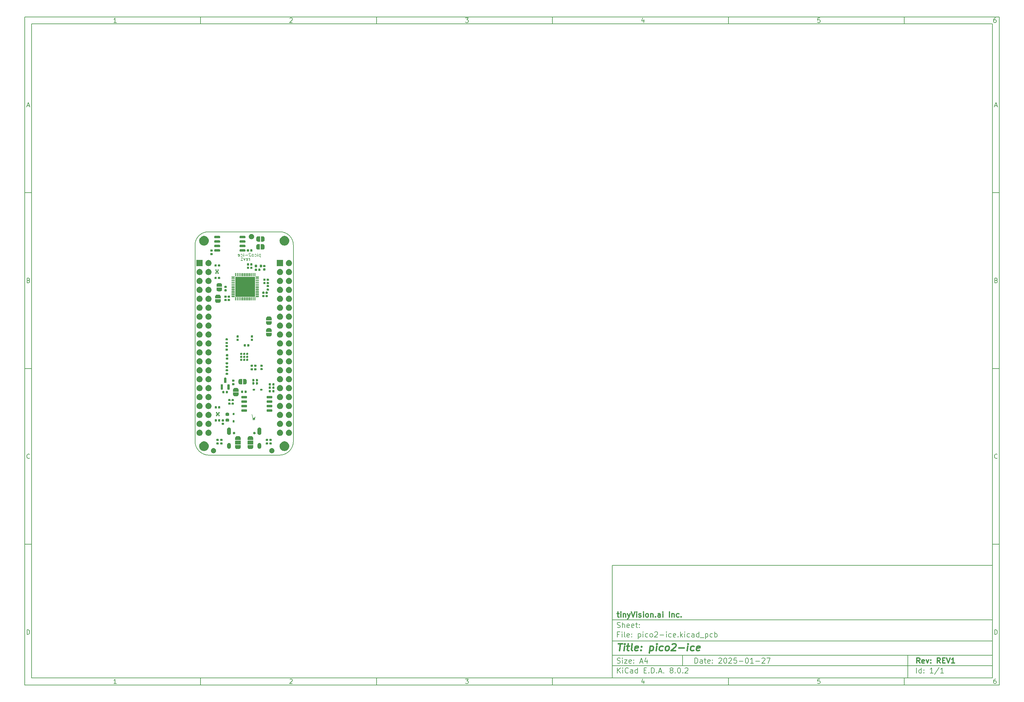
<source format=gbr>
%TF.GenerationSoftware,KiCad,Pcbnew,8.0.2*%
%TF.CreationDate,2025-02-02T23:53:12+05:30*%
%TF.ProjectId,pico2-ice,7069636f-322d-4696-9365-2e6b69636164,REV1*%
%TF.SameCoordinates,Original*%
%TF.FileFunction,Soldermask,Bot*%
%TF.FilePolarity,Negative*%
%FSLAX46Y46*%
G04 Gerber Fmt 4.6, Leading zero omitted, Abs format (unit mm)*
G04 Created by KiCad (PCBNEW 8.0.2) date 2025-02-02 23:53:12*
%MOMM*%
%LPD*%
G01*
G04 APERTURE LIST*
%ADD10C,0.100000*%
%ADD11C,0.150000*%
%ADD12C,0.300000*%
%ADD13C,0.400000*%
%TA.AperFunction,Profile*%
%ADD14C,0.127000*%
%TD*%
G04 APERTURE END LIST*
D10*
D11*
X177002200Y-166007200D02*
X285002200Y-166007200D01*
X285002200Y-198007200D01*
X177002200Y-198007200D01*
X177002200Y-166007200D01*
D10*
D11*
X10000000Y-10000000D02*
X287002200Y-10000000D01*
X287002200Y-200007200D01*
X10000000Y-200007200D01*
X10000000Y-10000000D01*
D10*
D11*
X12000000Y-12000000D02*
X285002200Y-12000000D01*
X285002200Y-198007200D01*
X12000000Y-198007200D01*
X12000000Y-12000000D01*
D10*
D11*
X60000000Y-12000000D02*
X60000000Y-10000000D01*
D10*
D11*
X110000000Y-12000000D02*
X110000000Y-10000000D01*
D10*
D11*
X160000000Y-12000000D02*
X160000000Y-10000000D01*
D10*
D11*
X210000000Y-12000000D02*
X210000000Y-10000000D01*
D10*
D11*
X260000000Y-12000000D02*
X260000000Y-10000000D01*
D10*
D11*
X36089160Y-11593604D02*
X35346303Y-11593604D01*
X35717731Y-11593604D02*
X35717731Y-10293604D01*
X35717731Y-10293604D02*
X35593922Y-10479319D01*
X35593922Y-10479319D02*
X35470112Y-10603128D01*
X35470112Y-10603128D02*
X35346303Y-10665033D01*
D10*
D11*
X85346303Y-10417414D02*
X85408207Y-10355509D01*
X85408207Y-10355509D02*
X85532017Y-10293604D01*
X85532017Y-10293604D02*
X85841541Y-10293604D01*
X85841541Y-10293604D02*
X85965350Y-10355509D01*
X85965350Y-10355509D02*
X86027255Y-10417414D01*
X86027255Y-10417414D02*
X86089160Y-10541223D01*
X86089160Y-10541223D02*
X86089160Y-10665033D01*
X86089160Y-10665033D02*
X86027255Y-10850747D01*
X86027255Y-10850747D02*
X85284398Y-11593604D01*
X85284398Y-11593604D02*
X86089160Y-11593604D01*
D10*
D11*
X135284398Y-10293604D02*
X136089160Y-10293604D01*
X136089160Y-10293604D02*
X135655826Y-10788842D01*
X135655826Y-10788842D02*
X135841541Y-10788842D01*
X135841541Y-10788842D02*
X135965350Y-10850747D01*
X135965350Y-10850747D02*
X136027255Y-10912652D01*
X136027255Y-10912652D02*
X136089160Y-11036461D01*
X136089160Y-11036461D02*
X136089160Y-11345985D01*
X136089160Y-11345985D02*
X136027255Y-11469795D01*
X136027255Y-11469795D02*
X135965350Y-11531700D01*
X135965350Y-11531700D02*
X135841541Y-11593604D01*
X135841541Y-11593604D02*
X135470112Y-11593604D01*
X135470112Y-11593604D02*
X135346303Y-11531700D01*
X135346303Y-11531700D02*
X135284398Y-11469795D01*
D10*
D11*
X185965350Y-10726938D02*
X185965350Y-11593604D01*
X185655826Y-10231700D02*
X185346303Y-11160271D01*
X185346303Y-11160271D02*
X186151064Y-11160271D01*
D10*
D11*
X236027255Y-10293604D02*
X235408207Y-10293604D01*
X235408207Y-10293604D02*
X235346303Y-10912652D01*
X235346303Y-10912652D02*
X235408207Y-10850747D01*
X235408207Y-10850747D02*
X235532017Y-10788842D01*
X235532017Y-10788842D02*
X235841541Y-10788842D01*
X235841541Y-10788842D02*
X235965350Y-10850747D01*
X235965350Y-10850747D02*
X236027255Y-10912652D01*
X236027255Y-10912652D02*
X236089160Y-11036461D01*
X236089160Y-11036461D02*
X236089160Y-11345985D01*
X236089160Y-11345985D02*
X236027255Y-11469795D01*
X236027255Y-11469795D02*
X235965350Y-11531700D01*
X235965350Y-11531700D02*
X235841541Y-11593604D01*
X235841541Y-11593604D02*
X235532017Y-11593604D01*
X235532017Y-11593604D02*
X235408207Y-11531700D01*
X235408207Y-11531700D02*
X235346303Y-11469795D01*
D10*
D11*
X285965350Y-10293604D02*
X285717731Y-10293604D01*
X285717731Y-10293604D02*
X285593922Y-10355509D01*
X285593922Y-10355509D02*
X285532017Y-10417414D01*
X285532017Y-10417414D02*
X285408207Y-10603128D01*
X285408207Y-10603128D02*
X285346303Y-10850747D01*
X285346303Y-10850747D02*
X285346303Y-11345985D01*
X285346303Y-11345985D02*
X285408207Y-11469795D01*
X285408207Y-11469795D02*
X285470112Y-11531700D01*
X285470112Y-11531700D02*
X285593922Y-11593604D01*
X285593922Y-11593604D02*
X285841541Y-11593604D01*
X285841541Y-11593604D02*
X285965350Y-11531700D01*
X285965350Y-11531700D02*
X286027255Y-11469795D01*
X286027255Y-11469795D02*
X286089160Y-11345985D01*
X286089160Y-11345985D02*
X286089160Y-11036461D01*
X286089160Y-11036461D02*
X286027255Y-10912652D01*
X286027255Y-10912652D02*
X285965350Y-10850747D01*
X285965350Y-10850747D02*
X285841541Y-10788842D01*
X285841541Y-10788842D02*
X285593922Y-10788842D01*
X285593922Y-10788842D02*
X285470112Y-10850747D01*
X285470112Y-10850747D02*
X285408207Y-10912652D01*
X285408207Y-10912652D02*
X285346303Y-11036461D01*
D10*
D11*
X60000000Y-198007200D02*
X60000000Y-200007200D01*
D10*
D11*
X110000000Y-198007200D02*
X110000000Y-200007200D01*
D10*
D11*
X160000000Y-198007200D02*
X160000000Y-200007200D01*
D10*
D11*
X210000000Y-198007200D02*
X210000000Y-200007200D01*
D10*
D11*
X260000000Y-198007200D02*
X260000000Y-200007200D01*
D10*
D11*
X36089160Y-199600804D02*
X35346303Y-199600804D01*
X35717731Y-199600804D02*
X35717731Y-198300804D01*
X35717731Y-198300804D02*
X35593922Y-198486519D01*
X35593922Y-198486519D02*
X35470112Y-198610328D01*
X35470112Y-198610328D02*
X35346303Y-198672233D01*
D10*
D11*
X85346303Y-198424614D02*
X85408207Y-198362709D01*
X85408207Y-198362709D02*
X85532017Y-198300804D01*
X85532017Y-198300804D02*
X85841541Y-198300804D01*
X85841541Y-198300804D02*
X85965350Y-198362709D01*
X85965350Y-198362709D02*
X86027255Y-198424614D01*
X86027255Y-198424614D02*
X86089160Y-198548423D01*
X86089160Y-198548423D02*
X86089160Y-198672233D01*
X86089160Y-198672233D02*
X86027255Y-198857947D01*
X86027255Y-198857947D02*
X85284398Y-199600804D01*
X85284398Y-199600804D02*
X86089160Y-199600804D01*
D10*
D11*
X135284398Y-198300804D02*
X136089160Y-198300804D01*
X136089160Y-198300804D02*
X135655826Y-198796042D01*
X135655826Y-198796042D02*
X135841541Y-198796042D01*
X135841541Y-198796042D02*
X135965350Y-198857947D01*
X135965350Y-198857947D02*
X136027255Y-198919852D01*
X136027255Y-198919852D02*
X136089160Y-199043661D01*
X136089160Y-199043661D02*
X136089160Y-199353185D01*
X136089160Y-199353185D02*
X136027255Y-199476995D01*
X136027255Y-199476995D02*
X135965350Y-199538900D01*
X135965350Y-199538900D02*
X135841541Y-199600804D01*
X135841541Y-199600804D02*
X135470112Y-199600804D01*
X135470112Y-199600804D02*
X135346303Y-199538900D01*
X135346303Y-199538900D02*
X135284398Y-199476995D01*
D10*
D11*
X185965350Y-198734138D02*
X185965350Y-199600804D01*
X185655826Y-198238900D02*
X185346303Y-199167471D01*
X185346303Y-199167471D02*
X186151064Y-199167471D01*
D10*
D11*
X236027255Y-198300804D02*
X235408207Y-198300804D01*
X235408207Y-198300804D02*
X235346303Y-198919852D01*
X235346303Y-198919852D02*
X235408207Y-198857947D01*
X235408207Y-198857947D02*
X235532017Y-198796042D01*
X235532017Y-198796042D02*
X235841541Y-198796042D01*
X235841541Y-198796042D02*
X235965350Y-198857947D01*
X235965350Y-198857947D02*
X236027255Y-198919852D01*
X236027255Y-198919852D02*
X236089160Y-199043661D01*
X236089160Y-199043661D02*
X236089160Y-199353185D01*
X236089160Y-199353185D02*
X236027255Y-199476995D01*
X236027255Y-199476995D02*
X235965350Y-199538900D01*
X235965350Y-199538900D02*
X235841541Y-199600804D01*
X235841541Y-199600804D02*
X235532017Y-199600804D01*
X235532017Y-199600804D02*
X235408207Y-199538900D01*
X235408207Y-199538900D02*
X235346303Y-199476995D01*
D10*
D11*
X285965350Y-198300804D02*
X285717731Y-198300804D01*
X285717731Y-198300804D02*
X285593922Y-198362709D01*
X285593922Y-198362709D02*
X285532017Y-198424614D01*
X285532017Y-198424614D02*
X285408207Y-198610328D01*
X285408207Y-198610328D02*
X285346303Y-198857947D01*
X285346303Y-198857947D02*
X285346303Y-199353185D01*
X285346303Y-199353185D02*
X285408207Y-199476995D01*
X285408207Y-199476995D02*
X285470112Y-199538900D01*
X285470112Y-199538900D02*
X285593922Y-199600804D01*
X285593922Y-199600804D02*
X285841541Y-199600804D01*
X285841541Y-199600804D02*
X285965350Y-199538900D01*
X285965350Y-199538900D02*
X286027255Y-199476995D01*
X286027255Y-199476995D02*
X286089160Y-199353185D01*
X286089160Y-199353185D02*
X286089160Y-199043661D01*
X286089160Y-199043661D02*
X286027255Y-198919852D01*
X286027255Y-198919852D02*
X285965350Y-198857947D01*
X285965350Y-198857947D02*
X285841541Y-198796042D01*
X285841541Y-198796042D02*
X285593922Y-198796042D01*
X285593922Y-198796042D02*
X285470112Y-198857947D01*
X285470112Y-198857947D02*
X285408207Y-198919852D01*
X285408207Y-198919852D02*
X285346303Y-199043661D01*
D10*
D11*
X10000000Y-60000000D02*
X12000000Y-60000000D01*
D10*
D11*
X10000000Y-110000000D02*
X12000000Y-110000000D01*
D10*
D11*
X10000000Y-160000000D02*
X12000000Y-160000000D01*
D10*
D11*
X10690476Y-35222176D02*
X11309523Y-35222176D01*
X10566666Y-35593604D02*
X10999999Y-34293604D01*
X10999999Y-34293604D02*
X11433333Y-35593604D01*
D10*
D11*
X11092857Y-84912652D02*
X11278571Y-84974557D01*
X11278571Y-84974557D02*
X11340476Y-85036461D01*
X11340476Y-85036461D02*
X11402380Y-85160271D01*
X11402380Y-85160271D02*
X11402380Y-85345985D01*
X11402380Y-85345985D02*
X11340476Y-85469795D01*
X11340476Y-85469795D02*
X11278571Y-85531700D01*
X11278571Y-85531700D02*
X11154761Y-85593604D01*
X11154761Y-85593604D02*
X10659523Y-85593604D01*
X10659523Y-85593604D02*
X10659523Y-84293604D01*
X10659523Y-84293604D02*
X11092857Y-84293604D01*
X11092857Y-84293604D02*
X11216666Y-84355509D01*
X11216666Y-84355509D02*
X11278571Y-84417414D01*
X11278571Y-84417414D02*
X11340476Y-84541223D01*
X11340476Y-84541223D02*
X11340476Y-84665033D01*
X11340476Y-84665033D02*
X11278571Y-84788842D01*
X11278571Y-84788842D02*
X11216666Y-84850747D01*
X11216666Y-84850747D02*
X11092857Y-84912652D01*
X11092857Y-84912652D02*
X10659523Y-84912652D01*
D10*
D11*
X11402380Y-135469795D02*
X11340476Y-135531700D01*
X11340476Y-135531700D02*
X11154761Y-135593604D01*
X11154761Y-135593604D02*
X11030952Y-135593604D01*
X11030952Y-135593604D02*
X10845238Y-135531700D01*
X10845238Y-135531700D02*
X10721428Y-135407890D01*
X10721428Y-135407890D02*
X10659523Y-135284080D01*
X10659523Y-135284080D02*
X10597619Y-135036461D01*
X10597619Y-135036461D02*
X10597619Y-134850747D01*
X10597619Y-134850747D02*
X10659523Y-134603128D01*
X10659523Y-134603128D02*
X10721428Y-134479319D01*
X10721428Y-134479319D02*
X10845238Y-134355509D01*
X10845238Y-134355509D02*
X11030952Y-134293604D01*
X11030952Y-134293604D02*
X11154761Y-134293604D01*
X11154761Y-134293604D02*
X11340476Y-134355509D01*
X11340476Y-134355509D02*
X11402380Y-134417414D01*
D10*
D11*
X10659523Y-185593604D02*
X10659523Y-184293604D01*
X10659523Y-184293604D02*
X10969047Y-184293604D01*
X10969047Y-184293604D02*
X11154761Y-184355509D01*
X11154761Y-184355509D02*
X11278571Y-184479319D01*
X11278571Y-184479319D02*
X11340476Y-184603128D01*
X11340476Y-184603128D02*
X11402380Y-184850747D01*
X11402380Y-184850747D02*
X11402380Y-185036461D01*
X11402380Y-185036461D02*
X11340476Y-185284080D01*
X11340476Y-185284080D02*
X11278571Y-185407890D01*
X11278571Y-185407890D02*
X11154761Y-185531700D01*
X11154761Y-185531700D02*
X10969047Y-185593604D01*
X10969047Y-185593604D02*
X10659523Y-185593604D01*
D10*
D11*
X287002200Y-60000000D02*
X285002200Y-60000000D01*
D10*
D11*
X287002200Y-110000000D02*
X285002200Y-110000000D01*
D10*
D11*
X287002200Y-160000000D02*
X285002200Y-160000000D01*
D10*
D11*
X285692676Y-35222176D02*
X286311723Y-35222176D01*
X285568866Y-35593604D02*
X286002199Y-34293604D01*
X286002199Y-34293604D02*
X286435533Y-35593604D01*
D10*
D11*
X286095057Y-84912652D02*
X286280771Y-84974557D01*
X286280771Y-84974557D02*
X286342676Y-85036461D01*
X286342676Y-85036461D02*
X286404580Y-85160271D01*
X286404580Y-85160271D02*
X286404580Y-85345985D01*
X286404580Y-85345985D02*
X286342676Y-85469795D01*
X286342676Y-85469795D02*
X286280771Y-85531700D01*
X286280771Y-85531700D02*
X286156961Y-85593604D01*
X286156961Y-85593604D02*
X285661723Y-85593604D01*
X285661723Y-85593604D02*
X285661723Y-84293604D01*
X285661723Y-84293604D02*
X286095057Y-84293604D01*
X286095057Y-84293604D02*
X286218866Y-84355509D01*
X286218866Y-84355509D02*
X286280771Y-84417414D01*
X286280771Y-84417414D02*
X286342676Y-84541223D01*
X286342676Y-84541223D02*
X286342676Y-84665033D01*
X286342676Y-84665033D02*
X286280771Y-84788842D01*
X286280771Y-84788842D02*
X286218866Y-84850747D01*
X286218866Y-84850747D02*
X286095057Y-84912652D01*
X286095057Y-84912652D02*
X285661723Y-84912652D01*
D10*
D11*
X286404580Y-135469795D02*
X286342676Y-135531700D01*
X286342676Y-135531700D02*
X286156961Y-135593604D01*
X286156961Y-135593604D02*
X286033152Y-135593604D01*
X286033152Y-135593604D02*
X285847438Y-135531700D01*
X285847438Y-135531700D02*
X285723628Y-135407890D01*
X285723628Y-135407890D02*
X285661723Y-135284080D01*
X285661723Y-135284080D02*
X285599819Y-135036461D01*
X285599819Y-135036461D02*
X285599819Y-134850747D01*
X285599819Y-134850747D02*
X285661723Y-134603128D01*
X285661723Y-134603128D02*
X285723628Y-134479319D01*
X285723628Y-134479319D02*
X285847438Y-134355509D01*
X285847438Y-134355509D02*
X286033152Y-134293604D01*
X286033152Y-134293604D02*
X286156961Y-134293604D01*
X286156961Y-134293604D02*
X286342676Y-134355509D01*
X286342676Y-134355509D02*
X286404580Y-134417414D01*
D10*
D11*
X285661723Y-185593604D02*
X285661723Y-184293604D01*
X285661723Y-184293604D02*
X285971247Y-184293604D01*
X285971247Y-184293604D02*
X286156961Y-184355509D01*
X286156961Y-184355509D02*
X286280771Y-184479319D01*
X286280771Y-184479319D02*
X286342676Y-184603128D01*
X286342676Y-184603128D02*
X286404580Y-184850747D01*
X286404580Y-184850747D02*
X286404580Y-185036461D01*
X286404580Y-185036461D02*
X286342676Y-185284080D01*
X286342676Y-185284080D02*
X286280771Y-185407890D01*
X286280771Y-185407890D02*
X286156961Y-185531700D01*
X286156961Y-185531700D02*
X285971247Y-185593604D01*
X285971247Y-185593604D02*
X285661723Y-185593604D01*
D10*
D11*
X200458026Y-193793328D02*
X200458026Y-192293328D01*
X200458026Y-192293328D02*
X200815169Y-192293328D01*
X200815169Y-192293328D02*
X201029455Y-192364757D01*
X201029455Y-192364757D02*
X201172312Y-192507614D01*
X201172312Y-192507614D02*
X201243741Y-192650471D01*
X201243741Y-192650471D02*
X201315169Y-192936185D01*
X201315169Y-192936185D02*
X201315169Y-193150471D01*
X201315169Y-193150471D02*
X201243741Y-193436185D01*
X201243741Y-193436185D02*
X201172312Y-193579042D01*
X201172312Y-193579042D02*
X201029455Y-193721900D01*
X201029455Y-193721900D02*
X200815169Y-193793328D01*
X200815169Y-193793328D02*
X200458026Y-193793328D01*
X202600884Y-193793328D02*
X202600884Y-193007614D01*
X202600884Y-193007614D02*
X202529455Y-192864757D01*
X202529455Y-192864757D02*
X202386598Y-192793328D01*
X202386598Y-192793328D02*
X202100884Y-192793328D01*
X202100884Y-192793328D02*
X201958026Y-192864757D01*
X202600884Y-193721900D02*
X202458026Y-193793328D01*
X202458026Y-193793328D02*
X202100884Y-193793328D01*
X202100884Y-193793328D02*
X201958026Y-193721900D01*
X201958026Y-193721900D02*
X201886598Y-193579042D01*
X201886598Y-193579042D02*
X201886598Y-193436185D01*
X201886598Y-193436185D02*
X201958026Y-193293328D01*
X201958026Y-193293328D02*
X202100884Y-193221900D01*
X202100884Y-193221900D02*
X202458026Y-193221900D01*
X202458026Y-193221900D02*
X202600884Y-193150471D01*
X203100884Y-192793328D02*
X203672312Y-192793328D01*
X203315169Y-192293328D02*
X203315169Y-193579042D01*
X203315169Y-193579042D02*
X203386598Y-193721900D01*
X203386598Y-193721900D02*
X203529455Y-193793328D01*
X203529455Y-193793328D02*
X203672312Y-193793328D01*
X204743741Y-193721900D02*
X204600884Y-193793328D01*
X204600884Y-193793328D02*
X204315170Y-193793328D01*
X204315170Y-193793328D02*
X204172312Y-193721900D01*
X204172312Y-193721900D02*
X204100884Y-193579042D01*
X204100884Y-193579042D02*
X204100884Y-193007614D01*
X204100884Y-193007614D02*
X204172312Y-192864757D01*
X204172312Y-192864757D02*
X204315170Y-192793328D01*
X204315170Y-192793328D02*
X204600884Y-192793328D01*
X204600884Y-192793328D02*
X204743741Y-192864757D01*
X204743741Y-192864757D02*
X204815170Y-193007614D01*
X204815170Y-193007614D02*
X204815170Y-193150471D01*
X204815170Y-193150471D02*
X204100884Y-193293328D01*
X205458026Y-193650471D02*
X205529455Y-193721900D01*
X205529455Y-193721900D02*
X205458026Y-193793328D01*
X205458026Y-193793328D02*
X205386598Y-193721900D01*
X205386598Y-193721900D02*
X205458026Y-193650471D01*
X205458026Y-193650471D02*
X205458026Y-193793328D01*
X205458026Y-192864757D02*
X205529455Y-192936185D01*
X205529455Y-192936185D02*
X205458026Y-193007614D01*
X205458026Y-193007614D02*
X205386598Y-192936185D01*
X205386598Y-192936185D02*
X205458026Y-192864757D01*
X205458026Y-192864757D02*
X205458026Y-193007614D01*
X207243741Y-192436185D02*
X207315169Y-192364757D01*
X207315169Y-192364757D02*
X207458027Y-192293328D01*
X207458027Y-192293328D02*
X207815169Y-192293328D01*
X207815169Y-192293328D02*
X207958027Y-192364757D01*
X207958027Y-192364757D02*
X208029455Y-192436185D01*
X208029455Y-192436185D02*
X208100884Y-192579042D01*
X208100884Y-192579042D02*
X208100884Y-192721900D01*
X208100884Y-192721900D02*
X208029455Y-192936185D01*
X208029455Y-192936185D02*
X207172312Y-193793328D01*
X207172312Y-193793328D02*
X208100884Y-193793328D01*
X209029455Y-192293328D02*
X209172312Y-192293328D01*
X209172312Y-192293328D02*
X209315169Y-192364757D01*
X209315169Y-192364757D02*
X209386598Y-192436185D01*
X209386598Y-192436185D02*
X209458026Y-192579042D01*
X209458026Y-192579042D02*
X209529455Y-192864757D01*
X209529455Y-192864757D02*
X209529455Y-193221900D01*
X209529455Y-193221900D02*
X209458026Y-193507614D01*
X209458026Y-193507614D02*
X209386598Y-193650471D01*
X209386598Y-193650471D02*
X209315169Y-193721900D01*
X209315169Y-193721900D02*
X209172312Y-193793328D01*
X209172312Y-193793328D02*
X209029455Y-193793328D01*
X209029455Y-193793328D02*
X208886598Y-193721900D01*
X208886598Y-193721900D02*
X208815169Y-193650471D01*
X208815169Y-193650471D02*
X208743740Y-193507614D01*
X208743740Y-193507614D02*
X208672312Y-193221900D01*
X208672312Y-193221900D02*
X208672312Y-192864757D01*
X208672312Y-192864757D02*
X208743740Y-192579042D01*
X208743740Y-192579042D02*
X208815169Y-192436185D01*
X208815169Y-192436185D02*
X208886598Y-192364757D01*
X208886598Y-192364757D02*
X209029455Y-192293328D01*
X210100883Y-192436185D02*
X210172311Y-192364757D01*
X210172311Y-192364757D02*
X210315169Y-192293328D01*
X210315169Y-192293328D02*
X210672311Y-192293328D01*
X210672311Y-192293328D02*
X210815169Y-192364757D01*
X210815169Y-192364757D02*
X210886597Y-192436185D01*
X210886597Y-192436185D02*
X210958026Y-192579042D01*
X210958026Y-192579042D02*
X210958026Y-192721900D01*
X210958026Y-192721900D02*
X210886597Y-192936185D01*
X210886597Y-192936185D02*
X210029454Y-193793328D01*
X210029454Y-193793328D02*
X210958026Y-193793328D01*
X212315168Y-192293328D02*
X211600882Y-192293328D01*
X211600882Y-192293328D02*
X211529454Y-193007614D01*
X211529454Y-193007614D02*
X211600882Y-192936185D01*
X211600882Y-192936185D02*
X211743740Y-192864757D01*
X211743740Y-192864757D02*
X212100882Y-192864757D01*
X212100882Y-192864757D02*
X212243740Y-192936185D01*
X212243740Y-192936185D02*
X212315168Y-193007614D01*
X212315168Y-193007614D02*
X212386597Y-193150471D01*
X212386597Y-193150471D02*
X212386597Y-193507614D01*
X212386597Y-193507614D02*
X212315168Y-193650471D01*
X212315168Y-193650471D02*
X212243740Y-193721900D01*
X212243740Y-193721900D02*
X212100882Y-193793328D01*
X212100882Y-193793328D02*
X211743740Y-193793328D01*
X211743740Y-193793328D02*
X211600882Y-193721900D01*
X211600882Y-193721900D02*
X211529454Y-193650471D01*
X213029453Y-193221900D02*
X214172311Y-193221900D01*
X215172311Y-192293328D02*
X215315168Y-192293328D01*
X215315168Y-192293328D02*
X215458025Y-192364757D01*
X215458025Y-192364757D02*
X215529454Y-192436185D01*
X215529454Y-192436185D02*
X215600882Y-192579042D01*
X215600882Y-192579042D02*
X215672311Y-192864757D01*
X215672311Y-192864757D02*
X215672311Y-193221900D01*
X215672311Y-193221900D02*
X215600882Y-193507614D01*
X215600882Y-193507614D02*
X215529454Y-193650471D01*
X215529454Y-193650471D02*
X215458025Y-193721900D01*
X215458025Y-193721900D02*
X215315168Y-193793328D01*
X215315168Y-193793328D02*
X215172311Y-193793328D01*
X215172311Y-193793328D02*
X215029454Y-193721900D01*
X215029454Y-193721900D02*
X214958025Y-193650471D01*
X214958025Y-193650471D02*
X214886596Y-193507614D01*
X214886596Y-193507614D02*
X214815168Y-193221900D01*
X214815168Y-193221900D02*
X214815168Y-192864757D01*
X214815168Y-192864757D02*
X214886596Y-192579042D01*
X214886596Y-192579042D02*
X214958025Y-192436185D01*
X214958025Y-192436185D02*
X215029454Y-192364757D01*
X215029454Y-192364757D02*
X215172311Y-192293328D01*
X217100882Y-193793328D02*
X216243739Y-193793328D01*
X216672310Y-193793328D02*
X216672310Y-192293328D01*
X216672310Y-192293328D02*
X216529453Y-192507614D01*
X216529453Y-192507614D02*
X216386596Y-192650471D01*
X216386596Y-192650471D02*
X216243739Y-192721900D01*
X217743738Y-193221900D02*
X218886596Y-193221900D01*
X219529453Y-192436185D02*
X219600881Y-192364757D01*
X219600881Y-192364757D02*
X219743739Y-192293328D01*
X219743739Y-192293328D02*
X220100881Y-192293328D01*
X220100881Y-192293328D02*
X220243739Y-192364757D01*
X220243739Y-192364757D02*
X220315167Y-192436185D01*
X220315167Y-192436185D02*
X220386596Y-192579042D01*
X220386596Y-192579042D02*
X220386596Y-192721900D01*
X220386596Y-192721900D02*
X220315167Y-192936185D01*
X220315167Y-192936185D02*
X219458024Y-193793328D01*
X219458024Y-193793328D02*
X220386596Y-193793328D01*
X220886595Y-192293328D02*
X221886595Y-192293328D01*
X221886595Y-192293328D02*
X221243738Y-193793328D01*
D10*
D11*
X177002200Y-194507200D02*
X285002200Y-194507200D01*
D10*
D11*
X178458026Y-196593328D02*
X178458026Y-195093328D01*
X179315169Y-196593328D02*
X178672312Y-195736185D01*
X179315169Y-195093328D02*
X178458026Y-195950471D01*
X179958026Y-196593328D02*
X179958026Y-195593328D01*
X179958026Y-195093328D02*
X179886598Y-195164757D01*
X179886598Y-195164757D02*
X179958026Y-195236185D01*
X179958026Y-195236185D02*
X180029455Y-195164757D01*
X180029455Y-195164757D02*
X179958026Y-195093328D01*
X179958026Y-195093328D02*
X179958026Y-195236185D01*
X181529455Y-196450471D02*
X181458027Y-196521900D01*
X181458027Y-196521900D02*
X181243741Y-196593328D01*
X181243741Y-196593328D02*
X181100884Y-196593328D01*
X181100884Y-196593328D02*
X180886598Y-196521900D01*
X180886598Y-196521900D02*
X180743741Y-196379042D01*
X180743741Y-196379042D02*
X180672312Y-196236185D01*
X180672312Y-196236185D02*
X180600884Y-195950471D01*
X180600884Y-195950471D02*
X180600884Y-195736185D01*
X180600884Y-195736185D02*
X180672312Y-195450471D01*
X180672312Y-195450471D02*
X180743741Y-195307614D01*
X180743741Y-195307614D02*
X180886598Y-195164757D01*
X180886598Y-195164757D02*
X181100884Y-195093328D01*
X181100884Y-195093328D02*
X181243741Y-195093328D01*
X181243741Y-195093328D02*
X181458027Y-195164757D01*
X181458027Y-195164757D02*
X181529455Y-195236185D01*
X182815170Y-196593328D02*
X182815170Y-195807614D01*
X182815170Y-195807614D02*
X182743741Y-195664757D01*
X182743741Y-195664757D02*
X182600884Y-195593328D01*
X182600884Y-195593328D02*
X182315170Y-195593328D01*
X182315170Y-195593328D02*
X182172312Y-195664757D01*
X182815170Y-196521900D02*
X182672312Y-196593328D01*
X182672312Y-196593328D02*
X182315170Y-196593328D01*
X182315170Y-196593328D02*
X182172312Y-196521900D01*
X182172312Y-196521900D02*
X182100884Y-196379042D01*
X182100884Y-196379042D02*
X182100884Y-196236185D01*
X182100884Y-196236185D02*
X182172312Y-196093328D01*
X182172312Y-196093328D02*
X182315170Y-196021900D01*
X182315170Y-196021900D02*
X182672312Y-196021900D01*
X182672312Y-196021900D02*
X182815170Y-195950471D01*
X184172313Y-196593328D02*
X184172313Y-195093328D01*
X184172313Y-196521900D02*
X184029455Y-196593328D01*
X184029455Y-196593328D02*
X183743741Y-196593328D01*
X183743741Y-196593328D02*
X183600884Y-196521900D01*
X183600884Y-196521900D02*
X183529455Y-196450471D01*
X183529455Y-196450471D02*
X183458027Y-196307614D01*
X183458027Y-196307614D02*
X183458027Y-195879042D01*
X183458027Y-195879042D02*
X183529455Y-195736185D01*
X183529455Y-195736185D02*
X183600884Y-195664757D01*
X183600884Y-195664757D02*
X183743741Y-195593328D01*
X183743741Y-195593328D02*
X184029455Y-195593328D01*
X184029455Y-195593328D02*
X184172313Y-195664757D01*
X186029455Y-195807614D02*
X186529455Y-195807614D01*
X186743741Y-196593328D02*
X186029455Y-196593328D01*
X186029455Y-196593328D02*
X186029455Y-195093328D01*
X186029455Y-195093328D02*
X186743741Y-195093328D01*
X187386598Y-196450471D02*
X187458027Y-196521900D01*
X187458027Y-196521900D02*
X187386598Y-196593328D01*
X187386598Y-196593328D02*
X187315170Y-196521900D01*
X187315170Y-196521900D02*
X187386598Y-196450471D01*
X187386598Y-196450471D02*
X187386598Y-196593328D01*
X188100884Y-196593328D02*
X188100884Y-195093328D01*
X188100884Y-195093328D02*
X188458027Y-195093328D01*
X188458027Y-195093328D02*
X188672313Y-195164757D01*
X188672313Y-195164757D02*
X188815170Y-195307614D01*
X188815170Y-195307614D02*
X188886599Y-195450471D01*
X188886599Y-195450471D02*
X188958027Y-195736185D01*
X188958027Y-195736185D02*
X188958027Y-195950471D01*
X188958027Y-195950471D02*
X188886599Y-196236185D01*
X188886599Y-196236185D02*
X188815170Y-196379042D01*
X188815170Y-196379042D02*
X188672313Y-196521900D01*
X188672313Y-196521900D02*
X188458027Y-196593328D01*
X188458027Y-196593328D02*
X188100884Y-196593328D01*
X189600884Y-196450471D02*
X189672313Y-196521900D01*
X189672313Y-196521900D02*
X189600884Y-196593328D01*
X189600884Y-196593328D02*
X189529456Y-196521900D01*
X189529456Y-196521900D02*
X189600884Y-196450471D01*
X189600884Y-196450471D02*
X189600884Y-196593328D01*
X190243742Y-196164757D02*
X190958028Y-196164757D01*
X190100885Y-196593328D02*
X190600885Y-195093328D01*
X190600885Y-195093328D02*
X191100885Y-196593328D01*
X191600884Y-196450471D02*
X191672313Y-196521900D01*
X191672313Y-196521900D02*
X191600884Y-196593328D01*
X191600884Y-196593328D02*
X191529456Y-196521900D01*
X191529456Y-196521900D02*
X191600884Y-196450471D01*
X191600884Y-196450471D02*
X191600884Y-196593328D01*
X193672313Y-195736185D02*
X193529456Y-195664757D01*
X193529456Y-195664757D02*
X193458027Y-195593328D01*
X193458027Y-195593328D02*
X193386599Y-195450471D01*
X193386599Y-195450471D02*
X193386599Y-195379042D01*
X193386599Y-195379042D02*
X193458027Y-195236185D01*
X193458027Y-195236185D02*
X193529456Y-195164757D01*
X193529456Y-195164757D02*
X193672313Y-195093328D01*
X193672313Y-195093328D02*
X193958027Y-195093328D01*
X193958027Y-195093328D02*
X194100885Y-195164757D01*
X194100885Y-195164757D02*
X194172313Y-195236185D01*
X194172313Y-195236185D02*
X194243742Y-195379042D01*
X194243742Y-195379042D02*
X194243742Y-195450471D01*
X194243742Y-195450471D02*
X194172313Y-195593328D01*
X194172313Y-195593328D02*
X194100885Y-195664757D01*
X194100885Y-195664757D02*
X193958027Y-195736185D01*
X193958027Y-195736185D02*
X193672313Y-195736185D01*
X193672313Y-195736185D02*
X193529456Y-195807614D01*
X193529456Y-195807614D02*
X193458027Y-195879042D01*
X193458027Y-195879042D02*
X193386599Y-196021900D01*
X193386599Y-196021900D02*
X193386599Y-196307614D01*
X193386599Y-196307614D02*
X193458027Y-196450471D01*
X193458027Y-196450471D02*
X193529456Y-196521900D01*
X193529456Y-196521900D02*
X193672313Y-196593328D01*
X193672313Y-196593328D02*
X193958027Y-196593328D01*
X193958027Y-196593328D02*
X194100885Y-196521900D01*
X194100885Y-196521900D02*
X194172313Y-196450471D01*
X194172313Y-196450471D02*
X194243742Y-196307614D01*
X194243742Y-196307614D02*
X194243742Y-196021900D01*
X194243742Y-196021900D02*
X194172313Y-195879042D01*
X194172313Y-195879042D02*
X194100885Y-195807614D01*
X194100885Y-195807614D02*
X193958027Y-195736185D01*
X194886598Y-196450471D02*
X194958027Y-196521900D01*
X194958027Y-196521900D02*
X194886598Y-196593328D01*
X194886598Y-196593328D02*
X194815170Y-196521900D01*
X194815170Y-196521900D02*
X194886598Y-196450471D01*
X194886598Y-196450471D02*
X194886598Y-196593328D01*
X195886599Y-195093328D02*
X196029456Y-195093328D01*
X196029456Y-195093328D02*
X196172313Y-195164757D01*
X196172313Y-195164757D02*
X196243742Y-195236185D01*
X196243742Y-195236185D02*
X196315170Y-195379042D01*
X196315170Y-195379042D02*
X196386599Y-195664757D01*
X196386599Y-195664757D02*
X196386599Y-196021900D01*
X196386599Y-196021900D02*
X196315170Y-196307614D01*
X196315170Y-196307614D02*
X196243742Y-196450471D01*
X196243742Y-196450471D02*
X196172313Y-196521900D01*
X196172313Y-196521900D02*
X196029456Y-196593328D01*
X196029456Y-196593328D02*
X195886599Y-196593328D01*
X195886599Y-196593328D02*
X195743742Y-196521900D01*
X195743742Y-196521900D02*
X195672313Y-196450471D01*
X195672313Y-196450471D02*
X195600884Y-196307614D01*
X195600884Y-196307614D02*
X195529456Y-196021900D01*
X195529456Y-196021900D02*
X195529456Y-195664757D01*
X195529456Y-195664757D02*
X195600884Y-195379042D01*
X195600884Y-195379042D02*
X195672313Y-195236185D01*
X195672313Y-195236185D02*
X195743742Y-195164757D01*
X195743742Y-195164757D02*
X195886599Y-195093328D01*
X197029455Y-196450471D02*
X197100884Y-196521900D01*
X197100884Y-196521900D02*
X197029455Y-196593328D01*
X197029455Y-196593328D02*
X196958027Y-196521900D01*
X196958027Y-196521900D02*
X197029455Y-196450471D01*
X197029455Y-196450471D02*
X197029455Y-196593328D01*
X197672313Y-195236185D02*
X197743741Y-195164757D01*
X197743741Y-195164757D02*
X197886599Y-195093328D01*
X197886599Y-195093328D02*
X198243741Y-195093328D01*
X198243741Y-195093328D02*
X198386599Y-195164757D01*
X198386599Y-195164757D02*
X198458027Y-195236185D01*
X198458027Y-195236185D02*
X198529456Y-195379042D01*
X198529456Y-195379042D02*
X198529456Y-195521900D01*
X198529456Y-195521900D02*
X198458027Y-195736185D01*
X198458027Y-195736185D02*
X197600884Y-196593328D01*
X197600884Y-196593328D02*
X198529456Y-196593328D01*
D10*
D11*
X177002200Y-191507200D02*
X285002200Y-191507200D01*
D10*
D12*
X264413853Y-193785528D02*
X263913853Y-193071242D01*
X263556710Y-193785528D02*
X263556710Y-192285528D01*
X263556710Y-192285528D02*
X264128139Y-192285528D01*
X264128139Y-192285528D02*
X264270996Y-192356957D01*
X264270996Y-192356957D02*
X264342425Y-192428385D01*
X264342425Y-192428385D02*
X264413853Y-192571242D01*
X264413853Y-192571242D02*
X264413853Y-192785528D01*
X264413853Y-192785528D02*
X264342425Y-192928385D01*
X264342425Y-192928385D02*
X264270996Y-192999814D01*
X264270996Y-192999814D02*
X264128139Y-193071242D01*
X264128139Y-193071242D02*
X263556710Y-193071242D01*
X265628139Y-193714100D02*
X265485282Y-193785528D01*
X265485282Y-193785528D02*
X265199568Y-193785528D01*
X265199568Y-193785528D02*
X265056710Y-193714100D01*
X265056710Y-193714100D02*
X264985282Y-193571242D01*
X264985282Y-193571242D02*
X264985282Y-192999814D01*
X264985282Y-192999814D02*
X265056710Y-192856957D01*
X265056710Y-192856957D02*
X265199568Y-192785528D01*
X265199568Y-192785528D02*
X265485282Y-192785528D01*
X265485282Y-192785528D02*
X265628139Y-192856957D01*
X265628139Y-192856957D02*
X265699568Y-192999814D01*
X265699568Y-192999814D02*
X265699568Y-193142671D01*
X265699568Y-193142671D02*
X264985282Y-193285528D01*
X266199567Y-192785528D02*
X266556710Y-193785528D01*
X266556710Y-193785528D02*
X266913853Y-192785528D01*
X267485281Y-193642671D02*
X267556710Y-193714100D01*
X267556710Y-193714100D02*
X267485281Y-193785528D01*
X267485281Y-193785528D02*
X267413853Y-193714100D01*
X267413853Y-193714100D02*
X267485281Y-193642671D01*
X267485281Y-193642671D02*
X267485281Y-193785528D01*
X267485281Y-192856957D02*
X267556710Y-192928385D01*
X267556710Y-192928385D02*
X267485281Y-192999814D01*
X267485281Y-192999814D02*
X267413853Y-192928385D01*
X267413853Y-192928385D02*
X267485281Y-192856957D01*
X267485281Y-192856957D02*
X267485281Y-192999814D01*
X270199567Y-193785528D02*
X269699567Y-193071242D01*
X269342424Y-193785528D02*
X269342424Y-192285528D01*
X269342424Y-192285528D02*
X269913853Y-192285528D01*
X269913853Y-192285528D02*
X270056710Y-192356957D01*
X270056710Y-192356957D02*
X270128139Y-192428385D01*
X270128139Y-192428385D02*
X270199567Y-192571242D01*
X270199567Y-192571242D02*
X270199567Y-192785528D01*
X270199567Y-192785528D02*
X270128139Y-192928385D01*
X270128139Y-192928385D02*
X270056710Y-192999814D01*
X270056710Y-192999814D02*
X269913853Y-193071242D01*
X269913853Y-193071242D02*
X269342424Y-193071242D01*
X270842424Y-192999814D02*
X271342424Y-192999814D01*
X271556710Y-193785528D02*
X270842424Y-193785528D01*
X270842424Y-193785528D02*
X270842424Y-192285528D01*
X270842424Y-192285528D02*
X271556710Y-192285528D01*
X271985282Y-192285528D02*
X272485282Y-193785528D01*
X272485282Y-193785528D02*
X272985282Y-192285528D01*
X274270996Y-193785528D02*
X273413853Y-193785528D01*
X273842424Y-193785528D02*
X273842424Y-192285528D01*
X273842424Y-192285528D02*
X273699567Y-192499814D01*
X273699567Y-192499814D02*
X273556710Y-192642671D01*
X273556710Y-192642671D02*
X273413853Y-192714100D01*
D10*
D11*
X178386598Y-193721900D02*
X178600884Y-193793328D01*
X178600884Y-193793328D02*
X178958026Y-193793328D01*
X178958026Y-193793328D02*
X179100884Y-193721900D01*
X179100884Y-193721900D02*
X179172312Y-193650471D01*
X179172312Y-193650471D02*
X179243741Y-193507614D01*
X179243741Y-193507614D02*
X179243741Y-193364757D01*
X179243741Y-193364757D02*
X179172312Y-193221900D01*
X179172312Y-193221900D02*
X179100884Y-193150471D01*
X179100884Y-193150471D02*
X178958026Y-193079042D01*
X178958026Y-193079042D02*
X178672312Y-193007614D01*
X178672312Y-193007614D02*
X178529455Y-192936185D01*
X178529455Y-192936185D02*
X178458026Y-192864757D01*
X178458026Y-192864757D02*
X178386598Y-192721900D01*
X178386598Y-192721900D02*
X178386598Y-192579042D01*
X178386598Y-192579042D02*
X178458026Y-192436185D01*
X178458026Y-192436185D02*
X178529455Y-192364757D01*
X178529455Y-192364757D02*
X178672312Y-192293328D01*
X178672312Y-192293328D02*
X179029455Y-192293328D01*
X179029455Y-192293328D02*
X179243741Y-192364757D01*
X179886597Y-193793328D02*
X179886597Y-192793328D01*
X179886597Y-192293328D02*
X179815169Y-192364757D01*
X179815169Y-192364757D02*
X179886597Y-192436185D01*
X179886597Y-192436185D02*
X179958026Y-192364757D01*
X179958026Y-192364757D02*
X179886597Y-192293328D01*
X179886597Y-192293328D02*
X179886597Y-192436185D01*
X180458026Y-192793328D02*
X181243741Y-192793328D01*
X181243741Y-192793328D02*
X180458026Y-193793328D01*
X180458026Y-193793328D02*
X181243741Y-193793328D01*
X182386598Y-193721900D02*
X182243741Y-193793328D01*
X182243741Y-193793328D02*
X181958027Y-193793328D01*
X181958027Y-193793328D02*
X181815169Y-193721900D01*
X181815169Y-193721900D02*
X181743741Y-193579042D01*
X181743741Y-193579042D02*
X181743741Y-193007614D01*
X181743741Y-193007614D02*
X181815169Y-192864757D01*
X181815169Y-192864757D02*
X181958027Y-192793328D01*
X181958027Y-192793328D02*
X182243741Y-192793328D01*
X182243741Y-192793328D02*
X182386598Y-192864757D01*
X182386598Y-192864757D02*
X182458027Y-193007614D01*
X182458027Y-193007614D02*
X182458027Y-193150471D01*
X182458027Y-193150471D02*
X181743741Y-193293328D01*
X183100883Y-193650471D02*
X183172312Y-193721900D01*
X183172312Y-193721900D02*
X183100883Y-193793328D01*
X183100883Y-193793328D02*
X183029455Y-193721900D01*
X183029455Y-193721900D02*
X183100883Y-193650471D01*
X183100883Y-193650471D02*
X183100883Y-193793328D01*
X183100883Y-192864757D02*
X183172312Y-192936185D01*
X183172312Y-192936185D02*
X183100883Y-193007614D01*
X183100883Y-193007614D02*
X183029455Y-192936185D01*
X183029455Y-192936185D02*
X183100883Y-192864757D01*
X183100883Y-192864757D02*
X183100883Y-193007614D01*
X184886598Y-193364757D02*
X185600884Y-193364757D01*
X184743741Y-193793328D02*
X185243741Y-192293328D01*
X185243741Y-192293328D02*
X185743741Y-193793328D01*
X186886598Y-192793328D02*
X186886598Y-193793328D01*
X186529455Y-192221900D02*
X186172312Y-193293328D01*
X186172312Y-193293328D02*
X187100883Y-193293328D01*
D10*
D11*
X263458026Y-196593328D02*
X263458026Y-195093328D01*
X264815170Y-196593328D02*
X264815170Y-195093328D01*
X264815170Y-196521900D02*
X264672312Y-196593328D01*
X264672312Y-196593328D02*
X264386598Y-196593328D01*
X264386598Y-196593328D02*
X264243741Y-196521900D01*
X264243741Y-196521900D02*
X264172312Y-196450471D01*
X264172312Y-196450471D02*
X264100884Y-196307614D01*
X264100884Y-196307614D02*
X264100884Y-195879042D01*
X264100884Y-195879042D02*
X264172312Y-195736185D01*
X264172312Y-195736185D02*
X264243741Y-195664757D01*
X264243741Y-195664757D02*
X264386598Y-195593328D01*
X264386598Y-195593328D02*
X264672312Y-195593328D01*
X264672312Y-195593328D02*
X264815170Y-195664757D01*
X265529455Y-196450471D02*
X265600884Y-196521900D01*
X265600884Y-196521900D02*
X265529455Y-196593328D01*
X265529455Y-196593328D02*
X265458027Y-196521900D01*
X265458027Y-196521900D02*
X265529455Y-196450471D01*
X265529455Y-196450471D02*
X265529455Y-196593328D01*
X265529455Y-195664757D02*
X265600884Y-195736185D01*
X265600884Y-195736185D02*
X265529455Y-195807614D01*
X265529455Y-195807614D02*
X265458027Y-195736185D01*
X265458027Y-195736185D02*
X265529455Y-195664757D01*
X265529455Y-195664757D02*
X265529455Y-195807614D01*
X268172313Y-196593328D02*
X267315170Y-196593328D01*
X267743741Y-196593328D02*
X267743741Y-195093328D01*
X267743741Y-195093328D02*
X267600884Y-195307614D01*
X267600884Y-195307614D02*
X267458027Y-195450471D01*
X267458027Y-195450471D02*
X267315170Y-195521900D01*
X269886598Y-195021900D02*
X268600884Y-196950471D01*
X271172313Y-196593328D02*
X270315170Y-196593328D01*
X270743741Y-196593328D02*
X270743741Y-195093328D01*
X270743741Y-195093328D02*
X270600884Y-195307614D01*
X270600884Y-195307614D02*
X270458027Y-195450471D01*
X270458027Y-195450471D02*
X270315170Y-195521900D01*
D10*
D11*
X177002200Y-187507200D02*
X285002200Y-187507200D01*
D10*
D13*
X178693928Y-188211638D02*
X179836785Y-188211638D01*
X179015357Y-190211638D02*
X179265357Y-188211638D01*
X180253452Y-190211638D02*
X180420119Y-188878304D01*
X180503452Y-188211638D02*
X180396309Y-188306876D01*
X180396309Y-188306876D02*
X180479643Y-188402114D01*
X180479643Y-188402114D02*
X180586786Y-188306876D01*
X180586786Y-188306876D02*
X180503452Y-188211638D01*
X180503452Y-188211638D02*
X180479643Y-188402114D01*
X181086786Y-188878304D02*
X181848690Y-188878304D01*
X181455833Y-188211638D02*
X181241548Y-189925923D01*
X181241548Y-189925923D02*
X181312976Y-190116400D01*
X181312976Y-190116400D02*
X181491548Y-190211638D01*
X181491548Y-190211638D02*
X181682024Y-190211638D01*
X182634405Y-190211638D02*
X182455833Y-190116400D01*
X182455833Y-190116400D02*
X182384405Y-189925923D01*
X182384405Y-189925923D02*
X182598690Y-188211638D01*
X184170119Y-190116400D02*
X183967738Y-190211638D01*
X183967738Y-190211638D02*
X183586785Y-190211638D01*
X183586785Y-190211638D02*
X183408214Y-190116400D01*
X183408214Y-190116400D02*
X183336785Y-189925923D01*
X183336785Y-189925923D02*
X183432024Y-189164019D01*
X183432024Y-189164019D02*
X183551071Y-188973542D01*
X183551071Y-188973542D02*
X183753452Y-188878304D01*
X183753452Y-188878304D02*
X184134404Y-188878304D01*
X184134404Y-188878304D02*
X184312976Y-188973542D01*
X184312976Y-188973542D02*
X184384404Y-189164019D01*
X184384404Y-189164019D02*
X184360595Y-189354495D01*
X184360595Y-189354495D02*
X183384404Y-189544971D01*
X185134405Y-190021161D02*
X185217738Y-190116400D01*
X185217738Y-190116400D02*
X185110595Y-190211638D01*
X185110595Y-190211638D02*
X185027262Y-190116400D01*
X185027262Y-190116400D02*
X185134405Y-190021161D01*
X185134405Y-190021161D02*
X185110595Y-190211638D01*
X185265357Y-188973542D02*
X185348690Y-189068780D01*
X185348690Y-189068780D02*
X185241548Y-189164019D01*
X185241548Y-189164019D02*
X185158214Y-189068780D01*
X185158214Y-189068780D02*
X185265357Y-188973542D01*
X185265357Y-188973542D02*
X185241548Y-189164019D01*
X187753453Y-188878304D02*
X187503453Y-190878304D01*
X187741548Y-188973542D02*
X187943929Y-188878304D01*
X187943929Y-188878304D02*
X188324881Y-188878304D01*
X188324881Y-188878304D02*
X188503453Y-188973542D01*
X188503453Y-188973542D02*
X188586786Y-189068780D01*
X188586786Y-189068780D02*
X188658215Y-189259257D01*
X188658215Y-189259257D02*
X188586786Y-189830685D01*
X188586786Y-189830685D02*
X188467739Y-190021161D01*
X188467739Y-190021161D02*
X188360596Y-190116400D01*
X188360596Y-190116400D02*
X188158215Y-190211638D01*
X188158215Y-190211638D02*
X187777262Y-190211638D01*
X187777262Y-190211638D02*
X187598691Y-190116400D01*
X189396310Y-190211638D02*
X189562977Y-188878304D01*
X189646310Y-188211638D02*
X189539167Y-188306876D01*
X189539167Y-188306876D02*
X189622501Y-188402114D01*
X189622501Y-188402114D02*
X189729644Y-188306876D01*
X189729644Y-188306876D02*
X189646310Y-188211638D01*
X189646310Y-188211638D02*
X189622501Y-188402114D01*
X191217739Y-190116400D02*
X191015358Y-190211638D01*
X191015358Y-190211638D02*
X190634406Y-190211638D01*
X190634406Y-190211638D02*
X190455834Y-190116400D01*
X190455834Y-190116400D02*
X190372501Y-190021161D01*
X190372501Y-190021161D02*
X190301072Y-189830685D01*
X190301072Y-189830685D02*
X190372501Y-189259257D01*
X190372501Y-189259257D02*
X190491548Y-189068780D01*
X190491548Y-189068780D02*
X190598691Y-188973542D01*
X190598691Y-188973542D02*
X190801072Y-188878304D01*
X190801072Y-188878304D02*
X191182025Y-188878304D01*
X191182025Y-188878304D02*
X191360596Y-188973542D01*
X192348692Y-190211638D02*
X192170120Y-190116400D01*
X192170120Y-190116400D02*
X192086787Y-190021161D01*
X192086787Y-190021161D02*
X192015358Y-189830685D01*
X192015358Y-189830685D02*
X192086787Y-189259257D01*
X192086787Y-189259257D02*
X192205834Y-189068780D01*
X192205834Y-189068780D02*
X192312977Y-188973542D01*
X192312977Y-188973542D02*
X192515358Y-188878304D01*
X192515358Y-188878304D02*
X192801072Y-188878304D01*
X192801072Y-188878304D02*
X192979644Y-188973542D01*
X192979644Y-188973542D02*
X193062977Y-189068780D01*
X193062977Y-189068780D02*
X193134406Y-189259257D01*
X193134406Y-189259257D02*
X193062977Y-189830685D01*
X193062977Y-189830685D02*
X192943930Y-190021161D01*
X192943930Y-190021161D02*
X192836787Y-190116400D01*
X192836787Y-190116400D02*
X192634406Y-190211638D01*
X192634406Y-190211638D02*
X192348692Y-190211638D01*
X194003454Y-188402114D02*
X194110596Y-188306876D01*
X194110596Y-188306876D02*
X194312977Y-188211638D01*
X194312977Y-188211638D02*
X194789168Y-188211638D01*
X194789168Y-188211638D02*
X194967739Y-188306876D01*
X194967739Y-188306876D02*
X195051073Y-188402114D01*
X195051073Y-188402114D02*
X195122501Y-188592590D01*
X195122501Y-188592590D02*
X195098692Y-188783066D01*
X195098692Y-188783066D02*
X194967739Y-189068780D01*
X194967739Y-189068780D02*
X193682025Y-190211638D01*
X193682025Y-190211638D02*
X194920120Y-190211638D01*
X195872501Y-189449733D02*
X197396311Y-189449733D01*
X198253453Y-190211638D02*
X198420120Y-188878304D01*
X198503453Y-188211638D02*
X198396310Y-188306876D01*
X198396310Y-188306876D02*
X198479644Y-188402114D01*
X198479644Y-188402114D02*
X198586787Y-188306876D01*
X198586787Y-188306876D02*
X198503453Y-188211638D01*
X198503453Y-188211638D02*
X198479644Y-188402114D01*
X200074882Y-190116400D02*
X199872501Y-190211638D01*
X199872501Y-190211638D02*
X199491549Y-190211638D01*
X199491549Y-190211638D02*
X199312977Y-190116400D01*
X199312977Y-190116400D02*
X199229644Y-190021161D01*
X199229644Y-190021161D02*
X199158215Y-189830685D01*
X199158215Y-189830685D02*
X199229644Y-189259257D01*
X199229644Y-189259257D02*
X199348691Y-189068780D01*
X199348691Y-189068780D02*
X199455834Y-188973542D01*
X199455834Y-188973542D02*
X199658215Y-188878304D01*
X199658215Y-188878304D02*
X200039168Y-188878304D01*
X200039168Y-188878304D02*
X200217739Y-188973542D01*
X201693930Y-190116400D02*
X201491549Y-190211638D01*
X201491549Y-190211638D02*
X201110596Y-190211638D01*
X201110596Y-190211638D02*
X200932025Y-190116400D01*
X200932025Y-190116400D02*
X200860596Y-189925923D01*
X200860596Y-189925923D02*
X200955835Y-189164019D01*
X200955835Y-189164019D02*
X201074882Y-188973542D01*
X201074882Y-188973542D02*
X201277263Y-188878304D01*
X201277263Y-188878304D02*
X201658215Y-188878304D01*
X201658215Y-188878304D02*
X201836787Y-188973542D01*
X201836787Y-188973542D02*
X201908215Y-189164019D01*
X201908215Y-189164019D02*
X201884406Y-189354495D01*
X201884406Y-189354495D02*
X200908215Y-189544971D01*
D10*
D11*
X178958026Y-185607614D02*
X178458026Y-185607614D01*
X178458026Y-186393328D02*
X178458026Y-184893328D01*
X178458026Y-184893328D02*
X179172312Y-184893328D01*
X179743740Y-186393328D02*
X179743740Y-185393328D01*
X179743740Y-184893328D02*
X179672312Y-184964757D01*
X179672312Y-184964757D02*
X179743740Y-185036185D01*
X179743740Y-185036185D02*
X179815169Y-184964757D01*
X179815169Y-184964757D02*
X179743740Y-184893328D01*
X179743740Y-184893328D02*
X179743740Y-185036185D01*
X180672312Y-186393328D02*
X180529455Y-186321900D01*
X180529455Y-186321900D02*
X180458026Y-186179042D01*
X180458026Y-186179042D02*
X180458026Y-184893328D01*
X181815169Y-186321900D02*
X181672312Y-186393328D01*
X181672312Y-186393328D02*
X181386598Y-186393328D01*
X181386598Y-186393328D02*
X181243740Y-186321900D01*
X181243740Y-186321900D02*
X181172312Y-186179042D01*
X181172312Y-186179042D02*
X181172312Y-185607614D01*
X181172312Y-185607614D02*
X181243740Y-185464757D01*
X181243740Y-185464757D02*
X181386598Y-185393328D01*
X181386598Y-185393328D02*
X181672312Y-185393328D01*
X181672312Y-185393328D02*
X181815169Y-185464757D01*
X181815169Y-185464757D02*
X181886598Y-185607614D01*
X181886598Y-185607614D02*
X181886598Y-185750471D01*
X181886598Y-185750471D02*
X181172312Y-185893328D01*
X182529454Y-186250471D02*
X182600883Y-186321900D01*
X182600883Y-186321900D02*
X182529454Y-186393328D01*
X182529454Y-186393328D02*
X182458026Y-186321900D01*
X182458026Y-186321900D02*
X182529454Y-186250471D01*
X182529454Y-186250471D02*
X182529454Y-186393328D01*
X182529454Y-185464757D02*
X182600883Y-185536185D01*
X182600883Y-185536185D02*
X182529454Y-185607614D01*
X182529454Y-185607614D02*
X182458026Y-185536185D01*
X182458026Y-185536185D02*
X182529454Y-185464757D01*
X182529454Y-185464757D02*
X182529454Y-185607614D01*
X184386597Y-185393328D02*
X184386597Y-186893328D01*
X184386597Y-185464757D02*
X184529455Y-185393328D01*
X184529455Y-185393328D02*
X184815169Y-185393328D01*
X184815169Y-185393328D02*
X184958026Y-185464757D01*
X184958026Y-185464757D02*
X185029455Y-185536185D01*
X185029455Y-185536185D02*
X185100883Y-185679042D01*
X185100883Y-185679042D02*
X185100883Y-186107614D01*
X185100883Y-186107614D02*
X185029455Y-186250471D01*
X185029455Y-186250471D02*
X184958026Y-186321900D01*
X184958026Y-186321900D02*
X184815169Y-186393328D01*
X184815169Y-186393328D02*
X184529455Y-186393328D01*
X184529455Y-186393328D02*
X184386597Y-186321900D01*
X185743740Y-186393328D02*
X185743740Y-185393328D01*
X185743740Y-184893328D02*
X185672312Y-184964757D01*
X185672312Y-184964757D02*
X185743740Y-185036185D01*
X185743740Y-185036185D02*
X185815169Y-184964757D01*
X185815169Y-184964757D02*
X185743740Y-184893328D01*
X185743740Y-184893328D02*
X185743740Y-185036185D01*
X187100884Y-186321900D02*
X186958026Y-186393328D01*
X186958026Y-186393328D02*
X186672312Y-186393328D01*
X186672312Y-186393328D02*
X186529455Y-186321900D01*
X186529455Y-186321900D02*
X186458026Y-186250471D01*
X186458026Y-186250471D02*
X186386598Y-186107614D01*
X186386598Y-186107614D02*
X186386598Y-185679042D01*
X186386598Y-185679042D02*
X186458026Y-185536185D01*
X186458026Y-185536185D02*
X186529455Y-185464757D01*
X186529455Y-185464757D02*
X186672312Y-185393328D01*
X186672312Y-185393328D02*
X186958026Y-185393328D01*
X186958026Y-185393328D02*
X187100884Y-185464757D01*
X187958026Y-186393328D02*
X187815169Y-186321900D01*
X187815169Y-186321900D02*
X187743740Y-186250471D01*
X187743740Y-186250471D02*
X187672312Y-186107614D01*
X187672312Y-186107614D02*
X187672312Y-185679042D01*
X187672312Y-185679042D02*
X187743740Y-185536185D01*
X187743740Y-185536185D02*
X187815169Y-185464757D01*
X187815169Y-185464757D02*
X187958026Y-185393328D01*
X187958026Y-185393328D02*
X188172312Y-185393328D01*
X188172312Y-185393328D02*
X188315169Y-185464757D01*
X188315169Y-185464757D02*
X188386598Y-185536185D01*
X188386598Y-185536185D02*
X188458026Y-185679042D01*
X188458026Y-185679042D02*
X188458026Y-186107614D01*
X188458026Y-186107614D02*
X188386598Y-186250471D01*
X188386598Y-186250471D02*
X188315169Y-186321900D01*
X188315169Y-186321900D02*
X188172312Y-186393328D01*
X188172312Y-186393328D02*
X187958026Y-186393328D01*
X189029455Y-185036185D02*
X189100883Y-184964757D01*
X189100883Y-184964757D02*
X189243741Y-184893328D01*
X189243741Y-184893328D02*
X189600883Y-184893328D01*
X189600883Y-184893328D02*
X189743741Y-184964757D01*
X189743741Y-184964757D02*
X189815169Y-185036185D01*
X189815169Y-185036185D02*
X189886598Y-185179042D01*
X189886598Y-185179042D02*
X189886598Y-185321900D01*
X189886598Y-185321900D02*
X189815169Y-185536185D01*
X189815169Y-185536185D02*
X188958026Y-186393328D01*
X188958026Y-186393328D02*
X189886598Y-186393328D01*
X190529454Y-185821900D02*
X191672312Y-185821900D01*
X192386597Y-186393328D02*
X192386597Y-185393328D01*
X192386597Y-184893328D02*
X192315169Y-184964757D01*
X192315169Y-184964757D02*
X192386597Y-185036185D01*
X192386597Y-185036185D02*
X192458026Y-184964757D01*
X192458026Y-184964757D02*
X192386597Y-184893328D01*
X192386597Y-184893328D02*
X192386597Y-185036185D01*
X193743741Y-186321900D02*
X193600883Y-186393328D01*
X193600883Y-186393328D02*
X193315169Y-186393328D01*
X193315169Y-186393328D02*
X193172312Y-186321900D01*
X193172312Y-186321900D02*
X193100883Y-186250471D01*
X193100883Y-186250471D02*
X193029455Y-186107614D01*
X193029455Y-186107614D02*
X193029455Y-185679042D01*
X193029455Y-185679042D02*
X193100883Y-185536185D01*
X193100883Y-185536185D02*
X193172312Y-185464757D01*
X193172312Y-185464757D02*
X193315169Y-185393328D01*
X193315169Y-185393328D02*
X193600883Y-185393328D01*
X193600883Y-185393328D02*
X193743741Y-185464757D01*
X194958026Y-186321900D02*
X194815169Y-186393328D01*
X194815169Y-186393328D02*
X194529455Y-186393328D01*
X194529455Y-186393328D02*
X194386597Y-186321900D01*
X194386597Y-186321900D02*
X194315169Y-186179042D01*
X194315169Y-186179042D02*
X194315169Y-185607614D01*
X194315169Y-185607614D02*
X194386597Y-185464757D01*
X194386597Y-185464757D02*
X194529455Y-185393328D01*
X194529455Y-185393328D02*
X194815169Y-185393328D01*
X194815169Y-185393328D02*
X194958026Y-185464757D01*
X194958026Y-185464757D02*
X195029455Y-185607614D01*
X195029455Y-185607614D02*
X195029455Y-185750471D01*
X195029455Y-185750471D02*
X194315169Y-185893328D01*
X195672311Y-186250471D02*
X195743740Y-186321900D01*
X195743740Y-186321900D02*
X195672311Y-186393328D01*
X195672311Y-186393328D02*
X195600883Y-186321900D01*
X195600883Y-186321900D02*
X195672311Y-186250471D01*
X195672311Y-186250471D02*
X195672311Y-186393328D01*
X196386597Y-186393328D02*
X196386597Y-184893328D01*
X196529455Y-185821900D02*
X196958026Y-186393328D01*
X196958026Y-185393328D02*
X196386597Y-185964757D01*
X197600883Y-186393328D02*
X197600883Y-185393328D01*
X197600883Y-184893328D02*
X197529455Y-184964757D01*
X197529455Y-184964757D02*
X197600883Y-185036185D01*
X197600883Y-185036185D02*
X197672312Y-184964757D01*
X197672312Y-184964757D02*
X197600883Y-184893328D01*
X197600883Y-184893328D02*
X197600883Y-185036185D01*
X198958027Y-186321900D02*
X198815169Y-186393328D01*
X198815169Y-186393328D02*
X198529455Y-186393328D01*
X198529455Y-186393328D02*
X198386598Y-186321900D01*
X198386598Y-186321900D02*
X198315169Y-186250471D01*
X198315169Y-186250471D02*
X198243741Y-186107614D01*
X198243741Y-186107614D02*
X198243741Y-185679042D01*
X198243741Y-185679042D02*
X198315169Y-185536185D01*
X198315169Y-185536185D02*
X198386598Y-185464757D01*
X198386598Y-185464757D02*
X198529455Y-185393328D01*
X198529455Y-185393328D02*
X198815169Y-185393328D01*
X198815169Y-185393328D02*
X198958027Y-185464757D01*
X200243741Y-186393328D02*
X200243741Y-185607614D01*
X200243741Y-185607614D02*
X200172312Y-185464757D01*
X200172312Y-185464757D02*
X200029455Y-185393328D01*
X200029455Y-185393328D02*
X199743741Y-185393328D01*
X199743741Y-185393328D02*
X199600883Y-185464757D01*
X200243741Y-186321900D02*
X200100883Y-186393328D01*
X200100883Y-186393328D02*
X199743741Y-186393328D01*
X199743741Y-186393328D02*
X199600883Y-186321900D01*
X199600883Y-186321900D02*
X199529455Y-186179042D01*
X199529455Y-186179042D02*
X199529455Y-186036185D01*
X199529455Y-186036185D02*
X199600883Y-185893328D01*
X199600883Y-185893328D02*
X199743741Y-185821900D01*
X199743741Y-185821900D02*
X200100883Y-185821900D01*
X200100883Y-185821900D02*
X200243741Y-185750471D01*
X201600884Y-186393328D02*
X201600884Y-184893328D01*
X201600884Y-186321900D02*
X201458026Y-186393328D01*
X201458026Y-186393328D02*
X201172312Y-186393328D01*
X201172312Y-186393328D02*
X201029455Y-186321900D01*
X201029455Y-186321900D02*
X200958026Y-186250471D01*
X200958026Y-186250471D02*
X200886598Y-186107614D01*
X200886598Y-186107614D02*
X200886598Y-185679042D01*
X200886598Y-185679042D02*
X200958026Y-185536185D01*
X200958026Y-185536185D02*
X201029455Y-185464757D01*
X201029455Y-185464757D02*
X201172312Y-185393328D01*
X201172312Y-185393328D02*
X201458026Y-185393328D01*
X201458026Y-185393328D02*
X201600884Y-185464757D01*
X201958027Y-186536185D02*
X203100884Y-186536185D01*
X203458026Y-185393328D02*
X203458026Y-186893328D01*
X203458026Y-185464757D02*
X203600884Y-185393328D01*
X203600884Y-185393328D02*
X203886598Y-185393328D01*
X203886598Y-185393328D02*
X204029455Y-185464757D01*
X204029455Y-185464757D02*
X204100884Y-185536185D01*
X204100884Y-185536185D02*
X204172312Y-185679042D01*
X204172312Y-185679042D02*
X204172312Y-186107614D01*
X204172312Y-186107614D02*
X204100884Y-186250471D01*
X204100884Y-186250471D02*
X204029455Y-186321900D01*
X204029455Y-186321900D02*
X203886598Y-186393328D01*
X203886598Y-186393328D02*
X203600884Y-186393328D01*
X203600884Y-186393328D02*
X203458026Y-186321900D01*
X205458027Y-186321900D02*
X205315169Y-186393328D01*
X205315169Y-186393328D02*
X205029455Y-186393328D01*
X205029455Y-186393328D02*
X204886598Y-186321900D01*
X204886598Y-186321900D02*
X204815169Y-186250471D01*
X204815169Y-186250471D02*
X204743741Y-186107614D01*
X204743741Y-186107614D02*
X204743741Y-185679042D01*
X204743741Y-185679042D02*
X204815169Y-185536185D01*
X204815169Y-185536185D02*
X204886598Y-185464757D01*
X204886598Y-185464757D02*
X205029455Y-185393328D01*
X205029455Y-185393328D02*
X205315169Y-185393328D01*
X205315169Y-185393328D02*
X205458027Y-185464757D01*
X206100883Y-186393328D02*
X206100883Y-184893328D01*
X206100883Y-185464757D02*
X206243741Y-185393328D01*
X206243741Y-185393328D02*
X206529455Y-185393328D01*
X206529455Y-185393328D02*
X206672312Y-185464757D01*
X206672312Y-185464757D02*
X206743741Y-185536185D01*
X206743741Y-185536185D02*
X206815169Y-185679042D01*
X206815169Y-185679042D02*
X206815169Y-186107614D01*
X206815169Y-186107614D02*
X206743741Y-186250471D01*
X206743741Y-186250471D02*
X206672312Y-186321900D01*
X206672312Y-186321900D02*
X206529455Y-186393328D01*
X206529455Y-186393328D02*
X206243741Y-186393328D01*
X206243741Y-186393328D02*
X206100883Y-186321900D01*
D10*
D11*
X177002200Y-181507200D02*
X285002200Y-181507200D01*
D10*
D11*
X178386598Y-183621900D02*
X178600884Y-183693328D01*
X178600884Y-183693328D02*
X178958026Y-183693328D01*
X178958026Y-183693328D02*
X179100884Y-183621900D01*
X179100884Y-183621900D02*
X179172312Y-183550471D01*
X179172312Y-183550471D02*
X179243741Y-183407614D01*
X179243741Y-183407614D02*
X179243741Y-183264757D01*
X179243741Y-183264757D02*
X179172312Y-183121900D01*
X179172312Y-183121900D02*
X179100884Y-183050471D01*
X179100884Y-183050471D02*
X178958026Y-182979042D01*
X178958026Y-182979042D02*
X178672312Y-182907614D01*
X178672312Y-182907614D02*
X178529455Y-182836185D01*
X178529455Y-182836185D02*
X178458026Y-182764757D01*
X178458026Y-182764757D02*
X178386598Y-182621900D01*
X178386598Y-182621900D02*
X178386598Y-182479042D01*
X178386598Y-182479042D02*
X178458026Y-182336185D01*
X178458026Y-182336185D02*
X178529455Y-182264757D01*
X178529455Y-182264757D02*
X178672312Y-182193328D01*
X178672312Y-182193328D02*
X179029455Y-182193328D01*
X179029455Y-182193328D02*
X179243741Y-182264757D01*
X179886597Y-183693328D02*
X179886597Y-182193328D01*
X180529455Y-183693328D02*
X180529455Y-182907614D01*
X180529455Y-182907614D02*
X180458026Y-182764757D01*
X180458026Y-182764757D02*
X180315169Y-182693328D01*
X180315169Y-182693328D02*
X180100883Y-182693328D01*
X180100883Y-182693328D02*
X179958026Y-182764757D01*
X179958026Y-182764757D02*
X179886597Y-182836185D01*
X181815169Y-183621900D02*
X181672312Y-183693328D01*
X181672312Y-183693328D02*
X181386598Y-183693328D01*
X181386598Y-183693328D02*
X181243740Y-183621900D01*
X181243740Y-183621900D02*
X181172312Y-183479042D01*
X181172312Y-183479042D02*
X181172312Y-182907614D01*
X181172312Y-182907614D02*
X181243740Y-182764757D01*
X181243740Y-182764757D02*
X181386598Y-182693328D01*
X181386598Y-182693328D02*
X181672312Y-182693328D01*
X181672312Y-182693328D02*
X181815169Y-182764757D01*
X181815169Y-182764757D02*
X181886598Y-182907614D01*
X181886598Y-182907614D02*
X181886598Y-183050471D01*
X181886598Y-183050471D02*
X181172312Y-183193328D01*
X183100883Y-183621900D02*
X182958026Y-183693328D01*
X182958026Y-183693328D02*
X182672312Y-183693328D01*
X182672312Y-183693328D02*
X182529454Y-183621900D01*
X182529454Y-183621900D02*
X182458026Y-183479042D01*
X182458026Y-183479042D02*
X182458026Y-182907614D01*
X182458026Y-182907614D02*
X182529454Y-182764757D01*
X182529454Y-182764757D02*
X182672312Y-182693328D01*
X182672312Y-182693328D02*
X182958026Y-182693328D01*
X182958026Y-182693328D02*
X183100883Y-182764757D01*
X183100883Y-182764757D02*
X183172312Y-182907614D01*
X183172312Y-182907614D02*
X183172312Y-183050471D01*
X183172312Y-183050471D02*
X182458026Y-183193328D01*
X183600883Y-182693328D02*
X184172311Y-182693328D01*
X183815168Y-182193328D02*
X183815168Y-183479042D01*
X183815168Y-183479042D02*
X183886597Y-183621900D01*
X183886597Y-183621900D02*
X184029454Y-183693328D01*
X184029454Y-183693328D02*
X184172311Y-183693328D01*
X184672311Y-183550471D02*
X184743740Y-183621900D01*
X184743740Y-183621900D02*
X184672311Y-183693328D01*
X184672311Y-183693328D02*
X184600883Y-183621900D01*
X184600883Y-183621900D02*
X184672311Y-183550471D01*
X184672311Y-183550471D02*
X184672311Y-183693328D01*
X184672311Y-182764757D02*
X184743740Y-182836185D01*
X184743740Y-182836185D02*
X184672311Y-182907614D01*
X184672311Y-182907614D02*
X184600883Y-182836185D01*
X184600883Y-182836185D02*
X184672311Y-182764757D01*
X184672311Y-182764757D02*
X184672311Y-182907614D01*
D10*
D12*
X178342425Y-179685528D02*
X178913853Y-179685528D01*
X178556710Y-179185528D02*
X178556710Y-180471242D01*
X178556710Y-180471242D02*
X178628139Y-180614100D01*
X178628139Y-180614100D02*
X178770996Y-180685528D01*
X178770996Y-180685528D02*
X178913853Y-180685528D01*
X179413853Y-180685528D02*
X179413853Y-179685528D01*
X179413853Y-179185528D02*
X179342425Y-179256957D01*
X179342425Y-179256957D02*
X179413853Y-179328385D01*
X179413853Y-179328385D02*
X179485282Y-179256957D01*
X179485282Y-179256957D02*
X179413853Y-179185528D01*
X179413853Y-179185528D02*
X179413853Y-179328385D01*
X180128139Y-179685528D02*
X180128139Y-180685528D01*
X180128139Y-179828385D02*
X180199568Y-179756957D01*
X180199568Y-179756957D02*
X180342425Y-179685528D01*
X180342425Y-179685528D02*
X180556711Y-179685528D01*
X180556711Y-179685528D02*
X180699568Y-179756957D01*
X180699568Y-179756957D02*
X180770997Y-179899814D01*
X180770997Y-179899814D02*
X180770997Y-180685528D01*
X181342425Y-179685528D02*
X181699568Y-180685528D01*
X182056711Y-179685528D02*
X181699568Y-180685528D01*
X181699568Y-180685528D02*
X181556711Y-181042671D01*
X181556711Y-181042671D02*
X181485282Y-181114100D01*
X181485282Y-181114100D02*
X181342425Y-181185528D01*
X182413854Y-179185528D02*
X182913854Y-180685528D01*
X182913854Y-180685528D02*
X183413854Y-179185528D01*
X183913853Y-180685528D02*
X183913853Y-179685528D01*
X183913853Y-179185528D02*
X183842425Y-179256957D01*
X183842425Y-179256957D02*
X183913853Y-179328385D01*
X183913853Y-179328385D02*
X183985282Y-179256957D01*
X183985282Y-179256957D02*
X183913853Y-179185528D01*
X183913853Y-179185528D02*
X183913853Y-179328385D01*
X184556711Y-180614100D02*
X184699568Y-180685528D01*
X184699568Y-180685528D02*
X184985282Y-180685528D01*
X184985282Y-180685528D02*
X185128139Y-180614100D01*
X185128139Y-180614100D02*
X185199568Y-180471242D01*
X185199568Y-180471242D02*
X185199568Y-180399814D01*
X185199568Y-180399814D02*
X185128139Y-180256957D01*
X185128139Y-180256957D02*
X184985282Y-180185528D01*
X184985282Y-180185528D02*
X184770997Y-180185528D01*
X184770997Y-180185528D02*
X184628139Y-180114100D01*
X184628139Y-180114100D02*
X184556711Y-179971242D01*
X184556711Y-179971242D02*
X184556711Y-179899814D01*
X184556711Y-179899814D02*
X184628139Y-179756957D01*
X184628139Y-179756957D02*
X184770997Y-179685528D01*
X184770997Y-179685528D02*
X184985282Y-179685528D01*
X184985282Y-179685528D02*
X185128139Y-179756957D01*
X185842425Y-180685528D02*
X185842425Y-179685528D01*
X185842425Y-179185528D02*
X185770997Y-179256957D01*
X185770997Y-179256957D02*
X185842425Y-179328385D01*
X185842425Y-179328385D02*
X185913854Y-179256957D01*
X185913854Y-179256957D02*
X185842425Y-179185528D01*
X185842425Y-179185528D02*
X185842425Y-179328385D01*
X186770997Y-180685528D02*
X186628140Y-180614100D01*
X186628140Y-180614100D02*
X186556711Y-180542671D01*
X186556711Y-180542671D02*
X186485283Y-180399814D01*
X186485283Y-180399814D02*
X186485283Y-179971242D01*
X186485283Y-179971242D02*
X186556711Y-179828385D01*
X186556711Y-179828385D02*
X186628140Y-179756957D01*
X186628140Y-179756957D02*
X186770997Y-179685528D01*
X186770997Y-179685528D02*
X186985283Y-179685528D01*
X186985283Y-179685528D02*
X187128140Y-179756957D01*
X187128140Y-179756957D02*
X187199569Y-179828385D01*
X187199569Y-179828385D02*
X187270997Y-179971242D01*
X187270997Y-179971242D02*
X187270997Y-180399814D01*
X187270997Y-180399814D02*
X187199569Y-180542671D01*
X187199569Y-180542671D02*
X187128140Y-180614100D01*
X187128140Y-180614100D02*
X186985283Y-180685528D01*
X186985283Y-180685528D02*
X186770997Y-180685528D01*
X187913854Y-179685528D02*
X187913854Y-180685528D01*
X187913854Y-179828385D02*
X187985283Y-179756957D01*
X187985283Y-179756957D02*
X188128140Y-179685528D01*
X188128140Y-179685528D02*
X188342426Y-179685528D01*
X188342426Y-179685528D02*
X188485283Y-179756957D01*
X188485283Y-179756957D02*
X188556712Y-179899814D01*
X188556712Y-179899814D02*
X188556712Y-180685528D01*
X189270997Y-180542671D02*
X189342426Y-180614100D01*
X189342426Y-180614100D02*
X189270997Y-180685528D01*
X189270997Y-180685528D02*
X189199569Y-180614100D01*
X189199569Y-180614100D02*
X189270997Y-180542671D01*
X189270997Y-180542671D02*
X189270997Y-180685528D01*
X190628141Y-180685528D02*
X190628141Y-179899814D01*
X190628141Y-179899814D02*
X190556712Y-179756957D01*
X190556712Y-179756957D02*
X190413855Y-179685528D01*
X190413855Y-179685528D02*
X190128141Y-179685528D01*
X190128141Y-179685528D02*
X189985283Y-179756957D01*
X190628141Y-180614100D02*
X190485283Y-180685528D01*
X190485283Y-180685528D02*
X190128141Y-180685528D01*
X190128141Y-180685528D02*
X189985283Y-180614100D01*
X189985283Y-180614100D02*
X189913855Y-180471242D01*
X189913855Y-180471242D02*
X189913855Y-180328385D01*
X189913855Y-180328385D02*
X189985283Y-180185528D01*
X189985283Y-180185528D02*
X190128141Y-180114100D01*
X190128141Y-180114100D02*
X190485283Y-180114100D01*
X190485283Y-180114100D02*
X190628141Y-180042671D01*
X191342426Y-180685528D02*
X191342426Y-179685528D01*
X191342426Y-179185528D02*
X191270998Y-179256957D01*
X191270998Y-179256957D02*
X191342426Y-179328385D01*
X191342426Y-179328385D02*
X191413855Y-179256957D01*
X191413855Y-179256957D02*
X191342426Y-179185528D01*
X191342426Y-179185528D02*
X191342426Y-179328385D01*
X193199569Y-180685528D02*
X193199569Y-179185528D01*
X193913855Y-179685528D02*
X193913855Y-180685528D01*
X193913855Y-179828385D02*
X193985284Y-179756957D01*
X193985284Y-179756957D02*
X194128141Y-179685528D01*
X194128141Y-179685528D02*
X194342427Y-179685528D01*
X194342427Y-179685528D02*
X194485284Y-179756957D01*
X194485284Y-179756957D02*
X194556713Y-179899814D01*
X194556713Y-179899814D02*
X194556713Y-180685528D01*
X195913856Y-180614100D02*
X195770998Y-180685528D01*
X195770998Y-180685528D02*
X195485284Y-180685528D01*
X195485284Y-180685528D02*
X195342427Y-180614100D01*
X195342427Y-180614100D02*
X195270998Y-180542671D01*
X195270998Y-180542671D02*
X195199570Y-180399814D01*
X195199570Y-180399814D02*
X195199570Y-179971242D01*
X195199570Y-179971242D02*
X195270998Y-179828385D01*
X195270998Y-179828385D02*
X195342427Y-179756957D01*
X195342427Y-179756957D02*
X195485284Y-179685528D01*
X195485284Y-179685528D02*
X195770998Y-179685528D01*
X195770998Y-179685528D02*
X195913856Y-179756957D01*
X196556712Y-180542671D02*
X196628141Y-180614100D01*
X196628141Y-180614100D02*
X196556712Y-180685528D01*
X196556712Y-180685528D02*
X196485284Y-180614100D01*
X196485284Y-180614100D02*
X196556712Y-180542671D01*
X196556712Y-180542671D02*
X196556712Y-180685528D01*
D10*
D11*
X197002200Y-191507200D02*
X197002200Y-194507200D01*
D10*
D11*
X261002200Y-191507200D02*
X261002200Y-198007200D01*
G36*
X63829609Y-132618804D02*
G01*
X63988131Y-132674273D01*
X64130335Y-132763626D01*
X64249092Y-132882383D01*
X64338445Y-133024587D01*
X64393914Y-133183109D01*
X64412718Y-133350000D01*
X64393914Y-133516891D01*
X64338445Y-133675413D01*
X64249092Y-133817617D01*
X64130335Y-133936374D01*
X63988131Y-134025727D01*
X63829609Y-134081196D01*
X63662718Y-134100000D01*
X63495827Y-134081196D01*
X63337305Y-134025727D01*
X63195101Y-133936374D01*
X63076344Y-133817617D01*
X62986991Y-133675413D01*
X62931522Y-133516891D01*
X62912718Y-133350000D01*
X62931522Y-133183109D01*
X62986991Y-133024587D01*
X63076344Y-132882383D01*
X63195101Y-132763626D01*
X63337305Y-132674273D01*
X63495827Y-132618804D01*
X63662718Y-132600000D01*
X63829609Y-132618804D01*
G37*
G36*
X80415809Y-132618804D02*
G01*
X80574331Y-132674273D01*
X80716535Y-132763626D01*
X80835292Y-132882383D01*
X80924645Y-133024587D01*
X80980114Y-133183109D01*
X80998918Y-133350000D01*
X80980114Y-133516891D01*
X80924645Y-133675413D01*
X80835292Y-133817617D01*
X80716535Y-133936374D01*
X80574331Y-134025727D01*
X80415809Y-134081196D01*
X80248918Y-134100000D01*
X80082027Y-134081196D01*
X79923505Y-134025727D01*
X79781301Y-133936374D01*
X79662544Y-133817617D01*
X79573191Y-133675413D01*
X79517722Y-133516891D01*
X79498918Y-133350000D01*
X79517722Y-133183109D01*
X79573191Y-133024587D01*
X79662544Y-132882383D01*
X79781301Y-132763626D01*
X79923505Y-132674273D01*
X80082027Y-132618804D01*
X80248918Y-132600000D01*
X80415809Y-132618804D01*
G37*
G36*
X61297543Y-130747075D02*
G01*
X61512331Y-130820812D01*
X61712054Y-130928896D01*
X61891262Y-131068380D01*
X62045068Y-131235458D01*
X62169276Y-131425572D01*
X62260499Y-131633538D01*
X62316247Y-131853682D01*
X62335000Y-132080000D01*
X62316247Y-132306318D01*
X62260499Y-132526462D01*
X62169276Y-132734428D01*
X62045068Y-132924542D01*
X61891262Y-133091620D01*
X61712054Y-133231104D01*
X61512331Y-133339188D01*
X61297543Y-133412925D01*
X61073547Y-133450304D01*
X60846453Y-133450304D01*
X60622457Y-133412925D01*
X60407669Y-133339188D01*
X60207946Y-133231104D01*
X60028738Y-133091620D01*
X59874932Y-132924542D01*
X59750724Y-132734428D01*
X59659501Y-132526462D01*
X59603753Y-132306318D01*
X59585000Y-132080000D01*
X59603753Y-131853682D01*
X59659501Y-131633538D01*
X59750724Y-131425572D01*
X59874932Y-131235458D01*
X60028738Y-131068380D01*
X60207946Y-130928896D01*
X60407669Y-130820812D01*
X60622457Y-130747075D01*
X60846453Y-130709696D01*
X61073547Y-130709696D01*
X61297543Y-130747075D01*
G37*
G36*
X84157543Y-130747075D02*
G01*
X84372331Y-130820812D01*
X84572054Y-130928896D01*
X84751262Y-131068380D01*
X84905068Y-131235458D01*
X85029276Y-131425572D01*
X85120499Y-131633538D01*
X85176247Y-131853682D01*
X85195000Y-132080000D01*
X85176247Y-132306318D01*
X85120499Y-132526462D01*
X85029276Y-132734428D01*
X84905068Y-132924542D01*
X84751262Y-133091620D01*
X84572054Y-133231104D01*
X84372331Y-133339188D01*
X84157543Y-133412925D01*
X83933547Y-133450304D01*
X83706453Y-133450304D01*
X83482457Y-133412925D01*
X83267669Y-133339188D01*
X83067946Y-133231104D01*
X82888738Y-133091620D01*
X82734932Y-132924542D01*
X82610724Y-132734428D01*
X82519501Y-132526462D01*
X82463753Y-132306318D01*
X82445000Y-132080000D01*
X82463753Y-131853682D01*
X82519501Y-131633538D01*
X82610724Y-131425572D01*
X82734932Y-131235458D01*
X82888738Y-131068380D01*
X83067946Y-130928896D01*
X83267669Y-130820812D01*
X83482457Y-130747075D01*
X83706453Y-130709696D01*
X83933547Y-130709696D01*
X84157543Y-130747075D01*
G37*
G36*
X71383213Y-131792787D02*
G01*
X71392000Y-131814000D01*
X71392000Y-132364000D01*
X71386911Y-132376285D01*
X71386911Y-132435157D01*
X71385696Y-132443609D01*
X71345601Y-132580160D01*
X71342054Y-132587927D01*
X71265113Y-132707649D01*
X71259521Y-132714102D01*
X71151966Y-132807299D01*
X71144782Y-132811916D01*
X71015328Y-132871035D01*
X71007136Y-132873441D01*
X70866270Y-132893695D01*
X70862000Y-132894000D01*
X70861111Y-132894000D01*
X70362889Y-132894000D01*
X70362000Y-132894000D01*
X70357730Y-132893695D01*
X70216864Y-132873441D01*
X70208672Y-132871035D01*
X70143945Y-132841475D01*
X70080842Y-132812658D01*
X70080840Y-132812656D01*
X70079218Y-132811916D01*
X70072034Y-132807299D01*
X69964479Y-132714102D01*
X69958887Y-132707649D01*
X69881946Y-132587927D01*
X69878399Y-132580160D01*
X69862624Y-132526436D01*
X69838809Y-132445330D01*
X69838808Y-132445327D01*
X69838304Y-132443609D01*
X69837089Y-132435157D01*
X69837089Y-132376285D01*
X69832000Y-132364000D01*
X69832000Y-131814000D01*
X69840787Y-131792787D01*
X69862000Y-131784000D01*
X71362000Y-131784000D01*
X71383213Y-131792787D01*
G37*
G36*
X74939213Y-131792787D02*
G01*
X74948000Y-131814000D01*
X74948000Y-132364000D01*
X74942911Y-132376285D01*
X74942911Y-132435157D01*
X74941696Y-132443609D01*
X74901601Y-132580160D01*
X74898054Y-132587927D01*
X74821113Y-132707649D01*
X74815521Y-132714102D01*
X74707966Y-132807299D01*
X74700782Y-132811916D01*
X74571328Y-132871035D01*
X74563136Y-132873441D01*
X74422270Y-132893695D01*
X74418000Y-132894000D01*
X74417111Y-132894000D01*
X73918889Y-132894000D01*
X73918000Y-132894000D01*
X73913730Y-132893695D01*
X73772864Y-132873441D01*
X73764672Y-132871035D01*
X73699945Y-132841475D01*
X73636842Y-132812658D01*
X73636840Y-132812656D01*
X73635218Y-132811916D01*
X73628034Y-132807299D01*
X73520479Y-132714102D01*
X73514887Y-132707649D01*
X73437946Y-132587927D01*
X73434399Y-132580160D01*
X73418624Y-132526436D01*
X73394809Y-132445330D01*
X73394808Y-132445327D01*
X73394304Y-132443609D01*
X73393089Y-132435157D01*
X73393089Y-132376285D01*
X73388000Y-132364000D01*
X73388000Y-131814000D01*
X73396787Y-131792787D01*
X73418000Y-131784000D01*
X74918000Y-131784000D01*
X74939213Y-131792787D01*
G37*
G36*
X68270909Y-131201963D02*
G01*
X68389600Y-131270489D01*
X68486511Y-131367400D01*
X68555037Y-131486091D01*
X68590509Y-131618474D01*
X68595000Y-132287000D01*
X68590509Y-132355526D01*
X68555037Y-132487909D01*
X68486511Y-132606600D01*
X68389600Y-132703511D01*
X68270909Y-132772037D01*
X68138526Y-132807509D01*
X68001474Y-132807509D01*
X67869091Y-132772037D01*
X67750400Y-132703511D01*
X67653489Y-132606600D01*
X67584963Y-132487909D01*
X67549491Y-132355526D01*
X67545000Y-131687000D01*
X67549491Y-131618474D01*
X67584963Y-131486091D01*
X67653489Y-131367400D01*
X67750400Y-131270489D01*
X67869091Y-131201963D01*
X68001474Y-131166491D01*
X68138526Y-131166491D01*
X68270909Y-131201963D01*
G37*
G36*
X76910909Y-131201963D02*
G01*
X77029600Y-131270489D01*
X77126511Y-131367400D01*
X77195037Y-131486091D01*
X77230509Y-131618474D01*
X77235000Y-132287000D01*
X77230509Y-132355526D01*
X77195037Y-132487909D01*
X77126511Y-132606600D01*
X77029600Y-132703511D01*
X76910909Y-132772037D01*
X76778526Y-132807509D01*
X76641474Y-132807509D01*
X76509091Y-132772037D01*
X76390400Y-132703511D01*
X76293489Y-132606600D01*
X76224963Y-132487909D01*
X76189491Y-132355526D01*
X76185000Y-131687000D01*
X76189491Y-131618474D01*
X76224963Y-131486091D01*
X76293489Y-131367400D01*
X76390400Y-131270489D01*
X76509091Y-131201963D01*
X76641474Y-131166491D01*
X76778526Y-131166491D01*
X76910909Y-131201963D01*
G37*
G36*
X65051947Y-131019850D02*
G01*
X65103855Y-131054534D01*
X65138539Y-131106442D01*
X65150718Y-131167671D01*
X65150718Y-131437671D01*
X65138539Y-131498900D01*
X65103855Y-131550808D01*
X65051947Y-131585492D01*
X64990718Y-131597671D01*
X64620718Y-131597671D01*
X64559489Y-131585492D01*
X64507581Y-131550808D01*
X64472897Y-131498900D01*
X64460718Y-131437671D01*
X64460718Y-131167671D01*
X64472897Y-131106442D01*
X64507581Y-131054534D01*
X64559489Y-131019850D01*
X64620718Y-131007671D01*
X64990718Y-131007671D01*
X65051947Y-131019850D01*
G37*
G36*
X66169547Y-131019850D02*
G01*
X66221455Y-131054534D01*
X66256139Y-131106442D01*
X66268318Y-131167671D01*
X66268318Y-131437671D01*
X66256139Y-131498900D01*
X66221455Y-131550808D01*
X66169547Y-131585492D01*
X66108318Y-131597671D01*
X65738318Y-131597671D01*
X65677089Y-131585492D01*
X65625181Y-131550808D01*
X65590497Y-131498900D01*
X65578318Y-131437671D01*
X65578318Y-131167671D01*
X65590497Y-131106442D01*
X65625181Y-131054534D01*
X65677089Y-131019850D01*
X65738318Y-131007671D01*
X66108318Y-131007671D01*
X66169547Y-131019850D01*
G37*
G36*
X79072747Y-131019850D02*
G01*
X79124655Y-131054534D01*
X79159339Y-131106442D01*
X79171518Y-131167671D01*
X79171518Y-131437671D01*
X79159339Y-131498900D01*
X79124655Y-131550808D01*
X79072747Y-131585492D01*
X79011518Y-131597671D01*
X78641518Y-131597671D01*
X78580289Y-131585492D01*
X78528381Y-131550808D01*
X78493697Y-131498900D01*
X78481518Y-131437671D01*
X78481518Y-131167671D01*
X78493697Y-131106442D01*
X78528381Y-131054534D01*
X78580289Y-131019850D01*
X78641518Y-131007671D01*
X79011518Y-131007671D01*
X79072747Y-131019850D01*
G37*
G36*
X80139547Y-131019850D02*
G01*
X80191455Y-131054534D01*
X80226139Y-131106442D01*
X80238318Y-131167671D01*
X80238318Y-131437671D01*
X80226139Y-131498900D01*
X80191455Y-131550808D01*
X80139547Y-131585492D01*
X80078318Y-131597671D01*
X79708318Y-131597671D01*
X79647089Y-131585492D01*
X79595181Y-131550808D01*
X79560497Y-131498900D01*
X79548318Y-131437671D01*
X79548318Y-131167671D01*
X79560497Y-131106442D01*
X79595181Y-131054534D01*
X79647089Y-131019850D01*
X79708318Y-131007671D01*
X80078318Y-131007671D01*
X80139547Y-131019850D01*
G37*
G36*
X71371567Y-130540903D02*
G01*
X71379678Y-130546322D01*
X71385097Y-130554433D01*
X71387000Y-130564000D01*
X71387000Y-131564000D01*
X71385097Y-131573567D01*
X71379678Y-131581678D01*
X71371567Y-131587097D01*
X71362000Y-131589000D01*
X69862000Y-131589000D01*
X69852433Y-131587097D01*
X69844322Y-131581678D01*
X69838903Y-131573567D01*
X69837000Y-131564000D01*
X69837000Y-130564000D01*
X69838903Y-130554433D01*
X69844322Y-130546322D01*
X69852433Y-130540903D01*
X69862000Y-130539000D01*
X71362000Y-130539000D01*
X71371567Y-130540903D01*
G37*
G36*
X74927567Y-130540903D02*
G01*
X74935678Y-130546322D01*
X74941097Y-130554433D01*
X74943000Y-130564000D01*
X74943000Y-131564000D01*
X74941097Y-131573567D01*
X74935678Y-131581678D01*
X74927567Y-131587097D01*
X74918000Y-131589000D01*
X73418000Y-131589000D01*
X73408433Y-131587097D01*
X73400322Y-131581678D01*
X73394903Y-131573567D01*
X73393000Y-131564000D01*
X73393000Y-130564000D01*
X73394903Y-130554433D01*
X73400322Y-130546322D01*
X73408433Y-130540903D01*
X73418000Y-130539000D01*
X74918000Y-130539000D01*
X74927567Y-130540903D01*
G37*
G36*
X65051947Y-129999850D02*
G01*
X65103855Y-130034534D01*
X65138539Y-130086442D01*
X65150718Y-130147671D01*
X65150718Y-130417671D01*
X65138539Y-130478900D01*
X65103855Y-130530808D01*
X65051947Y-130565492D01*
X64990718Y-130577671D01*
X64620718Y-130577671D01*
X64559489Y-130565492D01*
X64507581Y-130530808D01*
X64472897Y-130478900D01*
X64460718Y-130417671D01*
X64460718Y-130147671D01*
X64472897Y-130086442D01*
X64507581Y-130034534D01*
X64559489Y-129999850D01*
X64620718Y-129987671D01*
X64990718Y-129987671D01*
X65051947Y-129999850D01*
G37*
G36*
X66169547Y-129999850D02*
G01*
X66221455Y-130034534D01*
X66256139Y-130086442D01*
X66268318Y-130147671D01*
X66268318Y-130417671D01*
X66256139Y-130478900D01*
X66221455Y-130530808D01*
X66169547Y-130565492D01*
X66108318Y-130577671D01*
X65738318Y-130577671D01*
X65677089Y-130565492D01*
X65625181Y-130530808D01*
X65590497Y-130478900D01*
X65578318Y-130417671D01*
X65578318Y-130147671D01*
X65590497Y-130086442D01*
X65625181Y-130034534D01*
X65677089Y-129999850D01*
X65738318Y-129987671D01*
X66108318Y-129987671D01*
X66169547Y-129999850D01*
G37*
G36*
X79072747Y-129999850D02*
G01*
X79124655Y-130034534D01*
X79159339Y-130086442D01*
X79171518Y-130147671D01*
X79171518Y-130417671D01*
X79159339Y-130478900D01*
X79124655Y-130530808D01*
X79072747Y-130565492D01*
X79011518Y-130577671D01*
X78641518Y-130577671D01*
X78580289Y-130565492D01*
X78528381Y-130530808D01*
X78493697Y-130478900D01*
X78481518Y-130417671D01*
X78481518Y-130147671D01*
X78493697Y-130086442D01*
X78528381Y-130034534D01*
X78580289Y-129999850D01*
X78641518Y-129987671D01*
X79011518Y-129987671D01*
X79072747Y-129999850D01*
G37*
G36*
X80139547Y-129999850D02*
G01*
X80191455Y-130034534D01*
X80226139Y-130086442D01*
X80238318Y-130147671D01*
X80238318Y-130417671D01*
X80226139Y-130478900D01*
X80191455Y-130530808D01*
X80139547Y-130565492D01*
X80078318Y-130577671D01*
X79708318Y-130577671D01*
X79647089Y-130565492D01*
X79595181Y-130530808D01*
X79560497Y-130478900D01*
X79548318Y-130417671D01*
X79548318Y-130147671D01*
X79560497Y-130086442D01*
X79595181Y-130034534D01*
X79647089Y-129999850D01*
X79708318Y-129987671D01*
X80078318Y-129987671D01*
X80139547Y-129999850D01*
G37*
G36*
X70866270Y-129234305D02*
G01*
X71007136Y-129254559D01*
X71015328Y-129256965D01*
X71016949Y-129257705D01*
X71016951Y-129257706D01*
X71143157Y-129315341D01*
X71143161Y-129315344D01*
X71144782Y-129316084D01*
X71151966Y-129320701D01*
X71259521Y-129413898D01*
X71265113Y-129420351D01*
X71342054Y-129540073D01*
X71345601Y-129547840D01*
X71385696Y-129684391D01*
X71386911Y-129692843D01*
X71386911Y-129751714D01*
X71392000Y-129764000D01*
X71392000Y-130314000D01*
X71383213Y-130335213D01*
X71362000Y-130344000D01*
X71357027Y-130344000D01*
X69866973Y-130344000D01*
X69862000Y-130344000D01*
X69840787Y-130335213D01*
X69832000Y-130314000D01*
X69832000Y-129764000D01*
X69837089Y-129751714D01*
X69837089Y-129692843D01*
X69838304Y-129684391D01*
X69838808Y-129682673D01*
X69838809Y-129682669D01*
X69877894Y-129549558D01*
X69877895Y-129549554D01*
X69878399Y-129547840D01*
X69881946Y-129540073D01*
X69882914Y-129538566D01*
X69957919Y-129421856D01*
X69957922Y-129421852D01*
X69958887Y-129420351D01*
X69964479Y-129413898D01*
X69965830Y-129412727D01*
X70070684Y-129321870D01*
X70070687Y-129321867D01*
X70072034Y-129320701D01*
X70079218Y-129316084D01*
X70080834Y-129315345D01*
X70080842Y-129315341D01*
X70207048Y-129257706D01*
X70207051Y-129257704D01*
X70208672Y-129256965D01*
X70216864Y-129254559D01*
X70357730Y-129234305D01*
X70362000Y-129234000D01*
X70862000Y-129234000D01*
X70866270Y-129234305D01*
G37*
G36*
X74422270Y-129234305D02*
G01*
X74563136Y-129254559D01*
X74571328Y-129256965D01*
X74572949Y-129257705D01*
X74572951Y-129257706D01*
X74699157Y-129315341D01*
X74699161Y-129315344D01*
X74700782Y-129316084D01*
X74707966Y-129320701D01*
X74815521Y-129413898D01*
X74821113Y-129420351D01*
X74898054Y-129540073D01*
X74901601Y-129547840D01*
X74941696Y-129684391D01*
X74942911Y-129692843D01*
X74942911Y-129751714D01*
X74948000Y-129764000D01*
X74948000Y-130314000D01*
X74939213Y-130335213D01*
X74918000Y-130344000D01*
X74913027Y-130344000D01*
X73422973Y-130344000D01*
X73418000Y-130344000D01*
X73396787Y-130335213D01*
X73388000Y-130314000D01*
X73388000Y-129764000D01*
X73393089Y-129751714D01*
X73393089Y-129692843D01*
X73394304Y-129684391D01*
X73394808Y-129682673D01*
X73394809Y-129682669D01*
X73433894Y-129549558D01*
X73433895Y-129549554D01*
X73434399Y-129547840D01*
X73437946Y-129540073D01*
X73438914Y-129538566D01*
X73513919Y-129421856D01*
X73513922Y-129421852D01*
X73514887Y-129420351D01*
X73520479Y-129413898D01*
X73521830Y-129412727D01*
X73626684Y-129321870D01*
X73626687Y-129321867D01*
X73628034Y-129320701D01*
X73635218Y-129316084D01*
X73636834Y-129315345D01*
X73636842Y-129315341D01*
X73763048Y-129257706D01*
X73763051Y-129257704D01*
X73764672Y-129256965D01*
X73772864Y-129254559D01*
X73913730Y-129234305D01*
X73918000Y-129234000D01*
X74418000Y-129234000D01*
X74422270Y-129234305D01*
G37*
G36*
X59960390Y-127437826D02*
G01*
X60127500Y-127512228D01*
X60275489Y-127619748D01*
X60397890Y-127755688D01*
X60489352Y-127914105D01*
X60545879Y-128088077D01*
X60565000Y-128270000D01*
X60545879Y-128451923D01*
X60489352Y-128625895D01*
X60397890Y-128784312D01*
X60275489Y-128920252D01*
X60127500Y-129027772D01*
X59960390Y-129102174D01*
X59781462Y-129140207D01*
X59598538Y-129140207D01*
X59419610Y-129102174D01*
X59252500Y-129027772D01*
X59104511Y-128920252D01*
X58982110Y-128784312D01*
X58890648Y-128625895D01*
X58834121Y-128451923D01*
X58815000Y-128270000D01*
X58834121Y-128088077D01*
X58890648Y-127914105D01*
X58982110Y-127755688D01*
X59104511Y-127619748D01*
X59252500Y-127512228D01*
X59419610Y-127437826D01*
X59598538Y-127399793D01*
X59781462Y-127399793D01*
X59960390Y-127437826D01*
G37*
G36*
X62500390Y-127437826D02*
G01*
X62667500Y-127512228D01*
X62815489Y-127619748D01*
X62937890Y-127755688D01*
X63029352Y-127914105D01*
X63085879Y-128088077D01*
X63105000Y-128270000D01*
X63085879Y-128451923D01*
X63029352Y-128625895D01*
X62937890Y-128784312D01*
X62815489Y-128920252D01*
X62667500Y-129027772D01*
X62500390Y-129102174D01*
X62321462Y-129140207D01*
X62138538Y-129140207D01*
X61959610Y-129102174D01*
X61792500Y-129027772D01*
X61644511Y-128920252D01*
X61522110Y-128784312D01*
X61430648Y-128625895D01*
X61374121Y-128451923D01*
X61355000Y-128270000D01*
X61374121Y-128088077D01*
X61430648Y-127914105D01*
X61522110Y-127755688D01*
X61644511Y-127619748D01*
X61792500Y-127512228D01*
X61959610Y-127437826D01*
X62138538Y-127399793D01*
X62321462Y-127399793D01*
X62500390Y-127437826D01*
G37*
G36*
X82820390Y-127437826D02*
G01*
X82987500Y-127512228D01*
X83135489Y-127619748D01*
X83257890Y-127755688D01*
X83349352Y-127914105D01*
X83405879Y-128088077D01*
X83425000Y-128270000D01*
X83405879Y-128451923D01*
X83349352Y-128625895D01*
X83257890Y-128784312D01*
X83135489Y-128920252D01*
X82987500Y-129027772D01*
X82820390Y-129102174D01*
X82641462Y-129140207D01*
X82458538Y-129140207D01*
X82279610Y-129102174D01*
X82112500Y-129027772D01*
X81964511Y-128920252D01*
X81842110Y-128784312D01*
X81750648Y-128625895D01*
X81694121Y-128451923D01*
X81675000Y-128270000D01*
X81694121Y-128088077D01*
X81750648Y-127914105D01*
X81842110Y-127755688D01*
X81964511Y-127619748D01*
X82112500Y-127512228D01*
X82279610Y-127437826D01*
X82458538Y-127399793D01*
X82641462Y-127399793D01*
X82820390Y-127437826D01*
G37*
G36*
X85360390Y-127437826D02*
G01*
X85527500Y-127512228D01*
X85675489Y-127619748D01*
X85797890Y-127755688D01*
X85889352Y-127914105D01*
X85945879Y-128088077D01*
X85965000Y-128270000D01*
X85945879Y-128451923D01*
X85889352Y-128625895D01*
X85797890Y-128784312D01*
X85675489Y-128920252D01*
X85527500Y-129027772D01*
X85360390Y-129102174D01*
X85181462Y-129140207D01*
X84998538Y-129140207D01*
X84819610Y-129102174D01*
X84652500Y-129027772D01*
X84504511Y-128920252D01*
X84382110Y-128784312D01*
X84290648Y-128625895D01*
X84234121Y-128451923D01*
X84215000Y-128270000D01*
X84234121Y-128088077D01*
X84290648Y-127914105D01*
X84382110Y-127755688D01*
X84504511Y-127619748D01*
X84652500Y-127512228D01*
X84819610Y-127437826D01*
X84998538Y-127399793D01*
X85181462Y-127399793D01*
X85360390Y-127437826D01*
G37*
G36*
X68270909Y-126771963D02*
G01*
X68389600Y-126840489D01*
X68486511Y-126937400D01*
X68555037Y-127056091D01*
X68590509Y-127188474D01*
X68595000Y-128357000D01*
X68590509Y-128425526D01*
X68555037Y-128557909D01*
X68486511Y-128676600D01*
X68389600Y-128773511D01*
X68270909Y-128842037D01*
X68138526Y-128877509D01*
X68001474Y-128877509D01*
X67869091Y-128842037D01*
X67750400Y-128773511D01*
X67653489Y-128676600D01*
X67584963Y-128557909D01*
X67549491Y-128425526D01*
X67545000Y-127257000D01*
X67549491Y-127188474D01*
X67584963Y-127056091D01*
X67653489Y-126937400D01*
X67750400Y-126840489D01*
X67869091Y-126771963D01*
X68001474Y-126736491D01*
X68138526Y-126736491D01*
X68270909Y-126771963D01*
G37*
G36*
X76910909Y-126771963D02*
G01*
X77029600Y-126840489D01*
X77126511Y-126937400D01*
X77195037Y-127056091D01*
X77230509Y-127188474D01*
X77235000Y-128357000D01*
X77230509Y-128425526D01*
X77195037Y-128557909D01*
X77126511Y-128676600D01*
X77029600Y-128773511D01*
X76910909Y-128842037D01*
X76778526Y-128877509D01*
X76641474Y-128877509D01*
X76509091Y-128842037D01*
X76390400Y-128773511D01*
X76293489Y-128676600D01*
X76224963Y-128557909D01*
X76189491Y-128425526D01*
X76185000Y-127257000D01*
X76189491Y-127188474D01*
X76224963Y-127056091D01*
X76293489Y-126937400D01*
X76390400Y-126840489D01*
X76509091Y-126771963D01*
X76641474Y-126736491D01*
X76778526Y-126736491D01*
X76910909Y-126771963D01*
G37*
G36*
X69608156Y-128004130D02*
G01*
X69705725Y-128053844D01*
X69783156Y-128131275D01*
X69832870Y-128228844D01*
X69850000Y-128337000D01*
X69832870Y-128445156D01*
X69783156Y-128542725D01*
X69705725Y-128620156D01*
X69608156Y-128669870D01*
X69500000Y-128687000D01*
X69391844Y-128669870D01*
X69294275Y-128620156D01*
X69216844Y-128542725D01*
X69167130Y-128445156D01*
X69150000Y-128337000D01*
X69167130Y-128228844D01*
X69216844Y-128131275D01*
X69294275Y-128053844D01*
X69391844Y-128004130D01*
X69500000Y-127987000D01*
X69608156Y-128004130D01*
G37*
G36*
X75388156Y-128004130D02*
G01*
X75485725Y-128053844D01*
X75563156Y-128131275D01*
X75612870Y-128228844D01*
X75630000Y-128337000D01*
X75612870Y-128445156D01*
X75563156Y-128542725D01*
X75485725Y-128620156D01*
X75388156Y-128669870D01*
X75280000Y-128687000D01*
X75171844Y-128669870D01*
X75074275Y-128620156D01*
X74996844Y-128542725D01*
X74947130Y-128445156D01*
X74930000Y-128337000D01*
X74947130Y-128228844D01*
X74996844Y-128131275D01*
X75074275Y-128053844D01*
X75171844Y-128004130D01*
X75280000Y-127987000D01*
X75388156Y-128004130D01*
G37*
G36*
X59960390Y-124897826D02*
G01*
X60127500Y-124972228D01*
X60275489Y-125079748D01*
X60397890Y-125215688D01*
X60489352Y-125374105D01*
X60545879Y-125548077D01*
X60565000Y-125730000D01*
X60545879Y-125911923D01*
X60489352Y-126085895D01*
X60397890Y-126244312D01*
X60275489Y-126380252D01*
X60127500Y-126487772D01*
X59960390Y-126562174D01*
X59781462Y-126600207D01*
X59598538Y-126600207D01*
X59419610Y-126562174D01*
X59252500Y-126487772D01*
X59104511Y-126380252D01*
X58982110Y-126244312D01*
X58890648Y-126085895D01*
X58834121Y-125911923D01*
X58815000Y-125730000D01*
X58834121Y-125548077D01*
X58890648Y-125374105D01*
X58982110Y-125215688D01*
X59104511Y-125079748D01*
X59252500Y-124972228D01*
X59419610Y-124897826D01*
X59598538Y-124859793D01*
X59781462Y-124859793D01*
X59960390Y-124897826D01*
G37*
G36*
X62500390Y-124897826D02*
G01*
X62667500Y-124972228D01*
X62815489Y-125079748D01*
X62937890Y-125215688D01*
X63029352Y-125374105D01*
X63085879Y-125548077D01*
X63105000Y-125730000D01*
X63085879Y-125911923D01*
X63029352Y-126085895D01*
X62937890Y-126244312D01*
X62815489Y-126380252D01*
X62667500Y-126487772D01*
X62500390Y-126562174D01*
X62321462Y-126600207D01*
X62138538Y-126600207D01*
X61959610Y-126562174D01*
X61792500Y-126487772D01*
X61644511Y-126380252D01*
X61522110Y-126244312D01*
X61430648Y-126085895D01*
X61374121Y-125911923D01*
X61355000Y-125730000D01*
X61374121Y-125548077D01*
X61430648Y-125374105D01*
X61522110Y-125215688D01*
X61644511Y-125079748D01*
X61792500Y-124972228D01*
X61959610Y-124897826D01*
X62138538Y-124859793D01*
X62321462Y-124859793D01*
X62500390Y-124897826D01*
G37*
G36*
X82820390Y-124897826D02*
G01*
X82987500Y-124972228D01*
X83135489Y-125079748D01*
X83257890Y-125215688D01*
X83349352Y-125374105D01*
X83405879Y-125548077D01*
X83425000Y-125730000D01*
X83405879Y-125911923D01*
X83349352Y-126085895D01*
X83257890Y-126244312D01*
X83135489Y-126380252D01*
X82987500Y-126487772D01*
X82820390Y-126562174D01*
X82641462Y-126600207D01*
X82458538Y-126600207D01*
X82279610Y-126562174D01*
X82112500Y-126487772D01*
X81964511Y-126380252D01*
X81842110Y-126244312D01*
X81750648Y-126085895D01*
X81694121Y-125911923D01*
X81675000Y-125730000D01*
X81694121Y-125548077D01*
X81750648Y-125374105D01*
X81842110Y-125215688D01*
X81964511Y-125079748D01*
X82112500Y-124972228D01*
X82279610Y-124897826D01*
X82458538Y-124859793D01*
X82641462Y-124859793D01*
X82820390Y-124897826D01*
G37*
G36*
X85360390Y-124897826D02*
G01*
X85527500Y-124972228D01*
X85675489Y-125079748D01*
X85797890Y-125215688D01*
X85889352Y-125374105D01*
X85945879Y-125548077D01*
X85965000Y-125730000D01*
X85945879Y-125911923D01*
X85889352Y-126085895D01*
X85797890Y-126244312D01*
X85675489Y-126380252D01*
X85527500Y-126487772D01*
X85360390Y-126562174D01*
X85181462Y-126600207D01*
X84998538Y-126600207D01*
X84819610Y-126562174D01*
X84652500Y-126487772D01*
X84504511Y-126380252D01*
X84382110Y-126244312D01*
X84290648Y-126085895D01*
X84234121Y-125911923D01*
X84215000Y-125730000D01*
X84234121Y-125548077D01*
X84290648Y-125374105D01*
X84382110Y-125215688D01*
X84504511Y-125079748D01*
X84652500Y-124972228D01*
X84819610Y-124897826D01*
X84998538Y-124859793D01*
X85181462Y-124859793D01*
X85360390Y-124897826D01*
G37*
G36*
X66562861Y-125417631D02*
G01*
X66616391Y-125453398D01*
X66652158Y-125506928D01*
X66664718Y-125570071D01*
X66664718Y-125850071D01*
X66652158Y-125913214D01*
X66616391Y-125966744D01*
X66562861Y-126002511D01*
X66499718Y-126015071D01*
X66159718Y-126015071D01*
X66096575Y-126002511D01*
X66043045Y-125966744D01*
X66007278Y-125913214D01*
X65994718Y-125850071D01*
X65994718Y-125570071D01*
X66007278Y-125506928D01*
X66043045Y-125453398D01*
X66096575Y-125417631D01*
X66159718Y-125405071D01*
X66499718Y-125405071D01*
X66562861Y-125417631D01*
G37*
G36*
X69542837Y-124695538D02*
G01*
X69587445Y-124725344D01*
X69617251Y-124769952D01*
X69627718Y-124822571D01*
X69627718Y-125197571D01*
X69617251Y-125250190D01*
X69587445Y-125294798D01*
X69542837Y-125324604D01*
X69490218Y-125335071D01*
X69265218Y-125335071D01*
X69212599Y-125324604D01*
X69167991Y-125294798D01*
X69138185Y-125250190D01*
X69127718Y-125197571D01*
X69127718Y-124822571D01*
X69138185Y-124769952D01*
X69167991Y-124725344D01*
X69212599Y-124695538D01*
X69265218Y-124685071D01*
X69490218Y-124685071D01*
X69542837Y-124695538D01*
G37*
G36*
X67960822Y-124250198D02*
G01*
X68033817Y-124298972D01*
X68082591Y-124371967D01*
X68099718Y-124458071D01*
X68099718Y-124858071D01*
X68082591Y-124944175D01*
X68033817Y-125017170D01*
X67960822Y-125065944D01*
X67874718Y-125083071D01*
X67324718Y-125083071D01*
X67238614Y-125065944D01*
X67165619Y-125017170D01*
X67116845Y-124944175D01*
X67099718Y-124858071D01*
X67099718Y-124458071D01*
X67116845Y-124371967D01*
X67165619Y-124298972D01*
X67238614Y-124250198D01*
X67324718Y-124233071D01*
X67874718Y-124233071D01*
X67960822Y-124250198D01*
G37*
G36*
X64528861Y-124399631D02*
G01*
X64582391Y-124435398D01*
X64618158Y-124488928D01*
X64630718Y-124552071D01*
X64630718Y-124892071D01*
X64618158Y-124955214D01*
X64582391Y-125008744D01*
X64528861Y-125044511D01*
X64465718Y-125057071D01*
X64185718Y-125057071D01*
X64122575Y-125044511D01*
X64069045Y-125008744D01*
X64033278Y-124955214D01*
X64020718Y-124892071D01*
X64020718Y-124552071D01*
X64033278Y-124488928D01*
X64069045Y-124435398D01*
X64122575Y-124399631D01*
X64185718Y-124387071D01*
X64465718Y-124387071D01*
X64528861Y-124399631D01*
G37*
G36*
X65488861Y-124399631D02*
G01*
X65542391Y-124435398D01*
X65578158Y-124488928D01*
X65590718Y-124552071D01*
X65590718Y-124892071D01*
X65578158Y-124955214D01*
X65542391Y-125008744D01*
X65488861Y-125044511D01*
X65425718Y-125057071D01*
X65145718Y-125057071D01*
X65082575Y-125044511D01*
X65029045Y-125008744D01*
X64993278Y-124955214D01*
X64980718Y-124892071D01*
X64980718Y-124552071D01*
X64993278Y-124488928D01*
X65029045Y-124435398D01*
X65082575Y-124399631D01*
X65145718Y-124387071D01*
X65425718Y-124387071D01*
X65488861Y-124399631D01*
G37*
G36*
X66562861Y-124457631D02*
G01*
X66616391Y-124493398D01*
X66652158Y-124546928D01*
X66664718Y-124610071D01*
X66664718Y-124890071D01*
X66652158Y-124953214D01*
X66616391Y-125006744D01*
X66562861Y-125042511D01*
X66499718Y-125055071D01*
X66159718Y-125055071D01*
X66096575Y-125042511D01*
X66043045Y-125006744D01*
X66007278Y-124953214D01*
X65994718Y-124890071D01*
X65994718Y-124610071D01*
X66007278Y-124546928D01*
X66043045Y-124493398D01*
X66096575Y-124457631D01*
X66159718Y-124445071D01*
X66499718Y-124445071D01*
X66562861Y-124457631D01*
G37*
G36*
X74638958Y-122973086D02*
G01*
X74640662Y-122976240D01*
X74768251Y-123588284D01*
X74934950Y-124387932D01*
X74975491Y-124388038D01*
X75062530Y-123981184D01*
X75065253Y-123977233D01*
X75068661Y-123976226D01*
X75208229Y-123976226D01*
X75212663Y-123978062D01*
X75214363Y-123981196D01*
X75248090Y-124140311D01*
X75291412Y-124344690D01*
X75291824Y-124346630D01*
X75334219Y-124344690D01*
X75408455Y-123715502D01*
X75408455Y-123715501D01*
X75409038Y-123710563D01*
X75411381Y-123706375D01*
X75415265Y-123705028D01*
X75545572Y-123705028D01*
X75550006Y-123706864D01*
X75551842Y-123711298D01*
X75551773Y-123712224D01*
X75404268Y-124699781D01*
X75401797Y-124703895D01*
X75398067Y-124705125D01*
X75394051Y-124705125D01*
X75276700Y-124705125D01*
X75271729Y-124705125D01*
X75267295Y-124703289D01*
X75265616Y-124700247D01*
X75210364Y-124457631D01*
X75157987Y-124227642D01*
X75118117Y-124227620D01*
X75009950Y-124700254D01*
X75007171Y-124704166D01*
X75003838Y-124705125D01*
X75000313Y-124705125D01*
X74882471Y-124705125D01*
X74877500Y-124705125D01*
X74873066Y-124703289D01*
X74871372Y-124700184D01*
X74868094Y-124685071D01*
X74499745Y-122986489D01*
X74498088Y-122978849D01*
X74498944Y-122974127D01*
X74502887Y-122971392D01*
X74504216Y-122971250D01*
X74634524Y-122971250D01*
X74638958Y-122973086D01*
G37*
G36*
X59960390Y-122357826D02*
G01*
X60127500Y-122432228D01*
X60275489Y-122539748D01*
X60397890Y-122675688D01*
X60489352Y-122834105D01*
X60545879Y-123008077D01*
X60565000Y-123190000D01*
X60545879Y-123371923D01*
X60489352Y-123545895D01*
X60397890Y-123704312D01*
X60275489Y-123840252D01*
X60127500Y-123947772D01*
X59960390Y-124022174D01*
X59781462Y-124060207D01*
X59598538Y-124060207D01*
X59419610Y-124022174D01*
X59252500Y-123947772D01*
X59104511Y-123840252D01*
X58982110Y-123704312D01*
X58890648Y-123545895D01*
X58834121Y-123371923D01*
X58815000Y-123190000D01*
X58834121Y-123008077D01*
X58890648Y-122834105D01*
X58982110Y-122675688D01*
X59104511Y-122539748D01*
X59252500Y-122432228D01*
X59419610Y-122357826D01*
X59598538Y-122319793D01*
X59781462Y-122319793D01*
X59960390Y-122357826D01*
G37*
G36*
X62500390Y-122357826D02*
G01*
X62667500Y-122432228D01*
X62815489Y-122539748D01*
X62937890Y-122675688D01*
X63029352Y-122834105D01*
X63085879Y-123008077D01*
X63105000Y-123190000D01*
X63085879Y-123371923D01*
X63029352Y-123545895D01*
X62937890Y-123704312D01*
X62815489Y-123840252D01*
X62667500Y-123947772D01*
X62500390Y-124022174D01*
X62321462Y-124060207D01*
X62138538Y-124060207D01*
X61959610Y-124022174D01*
X61792500Y-123947772D01*
X61644511Y-123840252D01*
X61522110Y-123704312D01*
X61430648Y-123545895D01*
X61374121Y-123371923D01*
X61355000Y-123190000D01*
X61374121Y-123008077D01*
X61430648Y-122834105D01*
X61522110Y-122675688D01*
X61644511Y-122539748D01*
X61792500Y-122432228D01*
X61959610Y-122357826D01*
X62138538Y-122319793D01*
X62321462Y-122319793D01*
X62500390Y-122357826D01*
G37*
G36*
X82820390Y-122357826D02*
G01*
X82987500Y-122432228D01*
X83135489Y-122539748D01*
X83257890Y-122675688D01*
X83349352Y-122834105D01*
X83405879Y-123008077D01*
X83425000Y-123190000D01*
X83405879Y-123371923D01*
X83349352Y-123545895D01*
X83257890Y-123704312D01*
X83135489Y-123840252D01*
X82987500Y-123947772D01*
X82820390Y-124022174D01*
X82641462Y-124060207D01*
X82458538Y-124060207D01*
X82279610Y-124022174D01*
X82112500Y-123947772D01*
X81964511Y-123840252D01*
X81842110Y-123704312D01*
X81750648Y-123545895D01*
X81694121Y-123371923D01*
X81675000Y-123190000D01*
X81694121Y-123008077D01*
X81750648Y-122834105D01*
X81842110Y-122675688D01*
X81964511Y-122539748D01*
X82112500Y-122432228D01*
X82279610Y-122357826D01*
X82458538Y-122319793D01*
X82641462Y-122319793D01*
X82820390Y-122357826D01*
G37*
G36*
X85360390Y-122357826D02*
G01*
X85527500Y-122432228D01*
X85675489Y-122539748D01*
X85797890Y-122675688D01*
X85889352Y-122834105D01*
X85945879Y-123008077D01*
X85965000Y-123190000D01*
X85945879Y-123371923D01*
X85889352Y-123545895D01*
X85797890Y-123704312D01*
X85675489Y-123840252D01*
X85527500Y-123947772D01*
X85360390Y-124022174D01*
X85181462Y-124060207D01*
X84998538Y-124060207D01*
X84819610Y-124022174D01*
X84652500Y-123947772D01*
X84504511Y-123840252D01*
X84382110Y-123704312D01*
X84290648Y-123545895D01*
X84234121Y-123371923D01*
X84215000Y-123190000D01*
X84234121Y-123008077D01*
X84290648Y-122834105D01*
X84382110Y-122675688D01*
X84504511Y-122539748D01*
X84652500Y-122432228D01*
X84819610Y-122357826D01*
X84998538Y-122319793D01*
X85181462Y-122319793D01*
X85360390Y-122357826D01*
G37*
G36*
X64552931Y-123155858D02*
G01*
X64553604Y-123156553D01*
X64703604Y-123316553D01*
X64711718Y-123337071D01*
X64711718Y-123567071D01*
X64702931Y-123588284D01*
X64681718Y-123597071D01*
X64676745Y-123597071D01*
X64426691Y-123597071D01*
X64421718Y-123597071D01*
X64400505Y-123588284D01*
X64391718Y-123567071D01*
X64391718Y-123177071D01*
X64400505Y-123155858D01*
X64421718Y-123147071D01*
X64531718Y-123147071D01*
X64552931Y-123155858D01*
G37*
G36*
X65352931Y-123155858D02*
G01*
X65361718Y-123177071D01*
X65361718Y-123567071D01*
X65352931Y-123588284D01*
X65331718Y-123597071D01*
X65326745Y-123597071D01*
X65076691Y-123597071D01*
X65071718Y-123597071D01*
X65050505Y-123588284D01*
X65041718Y-123567071D01*
X65041718Y-123337071D01*
X65049832Y-123316553D01*
X65053087Y-123313080D01*
X65053088Y-123313079D01*
X65196431Y-123160180D01*
X65196432Y-123160179D01*
X65199832Y-123156553D01*
X65220751Y-123147087D01*
X65221718Y-123147071D01*
X65331718Y-123147071D01*
X65352931Y-123155858D01*
G37*
G36*
X67960822Y-122600198D02*
G01*
X68033817Y-122648972D01*
X68082591Y-122721967D01*
X68099718Y-122808071D01*
X68099718Y-123208071D01*
X68082591Y-123294175D01*
X68033817Y-123367170D01*
X67960822Y-123415944D01*
X67874718Y-123433071D01*
X67324718Y-123433071D01*
X67238614Y-123415944D01*
X67165619Y-123367170D01*
X67116845Y-123294175D01*
X67099718Y-123208071D01*
X67099718Y-122808071D01*
X67116845Y-122721967D01*
X67165619Y-122648972D01*
X67238614Y-122600198D01*
X67324718Y-122583071D01*
X67874718Y-122583071D01*
X67960822Y-122600198D01*
G37*
G36*
X64886285Y-122576279D02*
G01*
X64894396Y-122581698D01*
X65262091Y-122949393D01*
X65267510Y-122957504D01*
X65269414Y-122967071D01*
X65267510Y-122976638D01*
X65262091Y-122984749D01*
X64894396Y-123352444D01*
X64886285Y-123357863D01*
X64876718Y-123359767D01*
X64867151Y-123357863D01*
X64859040Y-123352444D01*
X64491345Y-122984749D01*
X64485926Y-122976638D01*
X64484022Y-122967071D01*
X64485926Y-122957504D01*
X64491345Y-122949393D01*
X64666777Y-122773961D01*
X64857298Y-122583439D01*
X64857301Y-122583436D01*
X64859040Y-122581698D01*
X64867151Y-122576279D01*
X64876718Y-122574375D01*
X64886285Y-122576279D01*
G37*
G36*
X69542837Y-122595538D02*
G01*
X69587445Y-122625344D01*
X69617251Y-122669952D01*
X69627718Y-122722571D01*
X69627718Y-123097571D01*
X69617251Y-123150190D01*
X69587445Y-123194798D01*
X69542837Y-123224604D01*
X69490218Y-123235071D01*
X69265218Y-123235071D01*
X69212599Y-123224604D01*
X69167991Y-123194798D01*
X69138185Y-123150190D01*
X69127718Y-123097571D01*
X69127718Y-122722571D01*
X69138185Y-122669952D01*
X69167991Y-122625344D01*
X69212599Y-122595538D01*
X69265218Y-122585071D01*
X69490218Y-122585071D01*
X69542837Y-122595538D01*
G37*
G36*
X64702931Y-122345858D02*
G01*
X64711718Y-122367071D01*
X64711718Y-122597071D01*
X64703604Y-122617589D01*
X64553604Y-122777589D01*
X64532685Y-122787055D01*
X64531718Y-122787071D01*
X64528034Y-122787071D01*
X64426691Y-122787071D01*
X64421718Y-122787071D01*
X64400505Y-122778284D01*
X64391718Y-122757071D01*
X64391718Y-122367071D01*
X64400505Y-122345858D01*
X64421718Y-122337071D01*
X64681718Y-122337071D01*
X64702931Y-122345858D01*
G37*
G36*
X65352931Y-122345858D02*
G01*
X65361718Y-122367071D01*
X65361718Y-122757071D01*
X65352931Y-122778284D01*
X65331718Y-122787071D01*
X65326745Y-122787071D01*
X65226691Y-122787071D01*
X65221718Y-122787071D01*
X65200505Y-122778284D01*
X65199832Y-122777589D01*
X65049832Y-122617589D01*
X65041718Y-122597071D01*
X65041718Y-122367071D01*
X65050505Y-122345858D01*
X65071718Y-122337071D01*
X65331718Y-122337071D01*
X65352931Y-122345858D01*
G37*
G36*
X73098688Y-121616392D02*
G01*
X73155462Y-121654327D01*
X73193397Y-121711101D01*
X73206718Y-121778071D01*
X73206718Y-122078071D01*
X73193397Y-122145041D01*
X73155462Y-122201815D01*
X73098688Y-122239750D01*
X73031718Y-122253071D01*
X71731718Y-122253071D01*
X71664748Y-122239750D01*
X71607974Y-122201815D01*
X71570039Y-122145041D01*
X71556718Y-122078071D01*
X71556718Y-121778071D01*
X71570039Y-121711101D01*
X71607974Y-121654327D01*
X71664748Y-121616392D01*
X71731718Y-121603071D01*
X73031718Y-121603071D01*
X73098688Y-121616392D01*
G37*
G36*
X80298688Y-121616392D02*
G01*
X80355462Y-121654327D01*
X80393397Y-121711101D01*
X80406718Y-121778071D01*
X80406718Y-122078071D01*
X80393397Y-122145041D01*
X80355462Y-122201815D01*
X80298688Y-122239750D01*
X80231718Y-122253071D01*
X78931718Y-122253071D01*
X78864748Y-122239750D01*
X78807974Y-122201815D01*
X78770039Y-122145041D01*
X78756718Y-122078071D01*
X78756718Y-121778071D01*
X78770039Y-121711101D01*
X78807974Y-121654327D01*
X78864748Y-121616392D01*
X78931718Y-121603071D01*
X80231718Y-121603071D01*
X80298688Y-121616392D01*
G37*
G36*
X59960390Y-119817826D02*
G01*
X60127500Y-119892228D01*
X60275489Y-119999748D01*
X60397890Y-120135688D01*
X60489352Y-120294105D01*
X60545879Y-120468077D01*
X60565000Y-120650000D01*
X60545879Y-120831923D01*
X60489352Y-121005895D01*
X60397890Y-121164312D01*
X60275489Y-121300252D01*
X60127500Y-121407772D01*
X59960390Y-121482174D01*
X59781462Y-121520207D01*
X59598538Y-121520207D01*
X59419610Y-121482174D01*
X59252500Y-121407772D01*
X59104511Y-121300252D01*
X58982110Y-121164312D01*
X58890648Y-121005895D01*
X58834121Y-120831923D01*
X58815000Y-120650000D01*
X58834121Y-120468077D01*
X58890648Y-120294105D01*
X58982110Y-120135688D01*
X59104511Y-119999748D01*
X59252500Y-119892228D01*
X59419610Y-119817826D01*
X59598538Y-119779793D01*
X59781462Y-119779793D01*
X59960390Y-119817826D01*
G37*
G36*
X62500390Y-119817826D02*
G01*
X62667500Y-119892228D01*
X62815489Y-119999748D01*
X62937890Y-120135688D01*
X63029352Y-120294105D01*
X63085879Y-120468077D01*
X63105000Y-120650000D01*
X63085879Y-120831923D01*
X63029352Y-121005895D01*
X62937890Y-121164312D01*
X62815489Y-121300252D01*
X62667500Y-121407772D01*
X62500390Y-121482174D01*
X62321462Y-121520207D01*
X62138538Y-121520207D01*
X61959610Y-121482174D01*
X61792500Y-121407772D01*
X61644511Y-121300252D01*
X61522110Y-121164312D01*
X61430648Y-121005895D01*
X61374121Y-120831923D01*
X61355000Y-120650000D01*
X61374121Y-120468077D01*
X61430648Y-120294105D01*
X61522110Y-120135688D01*
X61644511Y-119999748D01*
X61792500Y-119892228D01*
X61959610Y-119817826D01*
X62138538Y-119779793D01*
X62321462Y-119779793D01*
X62500390Y-119817826D01*
G37*
G36*
X82820390Y-119817826D02*
G01*
X82987500Y-119892228D01*
X83135489Y-119999748D01*
X83257890Y-120135688D01*
X83349352Y-120294105D01*
X83405879Y-120468077D01*
X83425000Y-120650000D01*
X83405879Y-120831923D01*
X83349352Y-121005895D01*
X83257890Y-121164312D01*
X83135489Y-121300252D01*
X82987500Y-121407772D01*
X82820390Y-121482174D01*
X82641462Y-121520207D01*
X82458538Y-121520207D01*
X82279610Y-121482174D01*
X82112500Y-121407772D01*
X81964511Y-121300252D01*
X81842110Y-121164312D01*
X81750648Y-121005895D01*
X81694121Y-120831923D01*
X81675000Y-120650000D01*
X81694121Y-120468077D01*
X81750648Y-120294105D01*
X81842110Y-120135688D01*
X81964511Y-119999748D01*
X82112500Y-119892228D01*
X82279610Y-119817826D01*
X82458538Y-119779793D01*
X82641462Y-119779793D01*
X82820390Y-119817826D01*
G37*
G36*
X85360390Y-119817826D02*
G01*
X85527500Y-119892228D01*
X85675489Y-119999748D01*
X85797890Y-120135688D01*
X85889352Y-120294105D01*
X85945879Y-120468077D01*
X85965000Y-120650000D01*
X85945879Y-120831923D01*
X85889352Y-121005895D01*
X85797890Y-121164312D01*
X85675489Y-121300252D01*
X85527500Y-121407772D01*
X85360390Y-121482174D01*
X85181462Y-121520207D01*
X84998538Y-121520207D01*
X84819610Y-121482174D01*
X84652500Y-121407772D01*
X84504511Y-121300252D01*
X84382110Y-121164312D01*
X84290648Y-121005895D01*
X84234121Y-120831923D01*
X84215000Y-120650000D01*
X84234121Y-120468077D01*
X84290648Y-120294105D01*
X84382110Y-120135688D01*
X84504511Y-119999748D01*
X84652500Y-119892228D01*
X84819610Y-119817826D01*
X84998538Y-119779793D01*
X85181462Y-119779793D01*
X85360390Y-119817826D01*
G37*
G36*
X64528861Y-120716631D02*
G01*
X64582391Y-120752398D01*
X64618158Y-120805928D01*
X64630718Y-120869071D01*
X64630718Y-121209071D01*
X64618158Y-121272214D01*
X64582391Y-121325744D01*
X64528861Y-121361511D01*
X64465718Y-121374071D01*
X64185718Y-121374071D01*
X64122575Y-121361511D01*
X64069045Y-121325744D01*
X64033278Y-121272214D01*
X64020718Y-121209071D01*
X64020718Y-120869071D01*
X64033278Y-120805928D01*
X64069045Y-120752398D01*
X64122575Y-120716631D01*
X64185718Y-120704071D01*
X64465718Y-120704071D01*
X64528861Y-120716631D01*
G37*
G36*
X65488861Y-120716631D02*
G01*
X65542391Y-120752398D01*
X65578158Y-120805928D01*
X65590718Y-120869071D01*
X65590718Y-121209071D01*
X65578158Y-121272214D01*
X65542391Y-121325744D01*
X65488861Y-121361511D01*
X65425718Y-121374071D01*
X65145718Y-121374071D01*
X65082575Y-121361511D01*
X65029045Y-121325744D01*
X64993278Y-121272214D01*
X64980718Y-121209071D01*
X64980718Y-120869071D01*
X64993278Y-120805928D01*
X65029045Y-120752398D01*
X65082575Y-120716631D01*
X65145718Y-120704071D01*
X65425718Y-120704071D01*
X65488861Y-120716631D01*
G37*
G36*
X73098688Y-120346392D02*
G01*
X73155462Y-120384327D01*
X73193397Y-120441101D01*
X73206718Y-120508071D01*
X73206718Y-120808071D01*
X73193397Y-120875041D01*
X73155462Y-120931815D01*
X73098688Y-120969750D01*
X73031718Y-120983071D01*
X71731718Y-120983071D01*
X71664748Y-120969750D01*
X71607974Y-120931815D01*
X71570039Y-120875041D01*
X71556718Y-120808071D01*
X71556718Y-120508071D01*
X71570039Y-120441101D01*
X71607974Y-120384327D01*
X71664748Y-120346392D01*
X71731718Y-120333071D01*
X73031718Y-120333071D01*
X73098688Y-120346392D01*
G37*
G36*
X80298688Y-120346392D02*
G01*
X80355462Y-120384327D01*
X80393397Y-120441101D01*
X80406718Y-120508071D01*
X80406718Y-120808071D01*
X80393397Y-120875041D01*
X80355462Y-120931815D01*
X80298688Y-120969750D01*
X80231718Y-120983071D01*
X78931718Y-120983071D01*
X78864748Y-120969750D01*
X78807974Y-120931815D01*
X78770039Y-120875041D01*
X78756718Y-120808071D01*
X78756718Y-120508071D01*
X78770039Y-120441101D01*
X78807974Y-120384327D01*
X78864748Y-120346392D01*
X78931718Y-120333071D01*
X80231718Y-120333071D01*
X80298688Y-120346392D01*
G37*
G36*
X68404747Y-119714850D02*
G01*
X68456655Y-119749534D01*
X68491339Y-119801442D01*
X68503518Y-119862671D01*
X68503518Y-120132671D01*
X68491339Y-120193900D01*
X68456655Y-120245808D01*
X68404747Y-120280492D01*
X68343518Y-120292671D01*
X67973518Y-120292671D01*
X67912289Y-120280492D01*
X67860381Y-120245808D01*
X67825697Y-120193900D01*
X67813518Y-120132671D01*
X67813518Y-119862671D01*
X67825697Y-119801442D01*
X67860381Y-119749534D01*
X67912289Y-119714850D01*
X67973518Y-119702671D01*
X68343518Y-119702671D01*
X68404747Y-119714850D01*
G37*
G36*
X69369947Y-119714850D02*
G01*
X69421855Y-119749534D01*
X69456539Y-119801442D01*
X69468718Y-119862671D01*
X69468718Y-120132671D01*
X69456539Y-120193900D01*
X69421855Y-120245808D01*
X69369947Y-120280492D01*
X69308718Y-120292671D01*
X68938718Y-120292671D01*
X68877489Y-120280492D01*
X68825581Y-120245808D01*
X68790897Y-120193900D01*
X68778718Y-120132671D01*
X68778718Y-119862671D01*
X68790897Y-119801442D01*
X68825581Y-119749534D01*
X68877489Y-119714850D01*
X68938718Y-119702671D01*
X69308718Y-119702671D01*
X69369947Y-119714850D01*
G37*
G36*
X73098688Y-119076392D02*
G01*
X73155462Y-119114327D01*
X73193397Y-119171101D01*
X73206718Y-119238071D01*
X73206718Y-119538071D01*
X73193397Y-119605041D01*
X73155462Y-119661815D01*
X73098688Y-119699750D01*
X73031718Y-119713071D01*
X71731718Y-119713071D01*
X71664748Y-119699750D01*
X71607974Y-119661815D01*
X71570039Y-119605041D01*
X71556718Y-119538071D01*
X71556718Y-119238071D01*
X71570039Y-119171101D01*
X71607974Y-119114327D01*
X71664748Y-119076392D01*
X71731718Y-119063071D01*
X73031718Y-119063071D01*
X73098688Y-119076392D01*
G37*
G36*
X80298688Y-119076392D02*
G01*
X80355462Y-119114327D01*
X80393397Y-119171101D01*
X80406718Y-119238071D01*
X80406718Y-119538071D01*
X80393397Y-119605041D01*
X80355462Y-119661815D01*
X80298688Y-119699750D01*
X80231718Y-119713071D01*
X78931718Y-119713071D01*
X78864748Y-119699750D01*
X78807974Y-119661815D01*
X78770039Y-119605041D01*
X78756718Y-119538071D01*
X78756718Y-119238071D01*
X78770039Y-119171101D01*
X78807974Y-119114327D01*
X78864748Y-119076392D01*
X78931718Y-119063071D01*
X80231718Y-119063071D01*
X80298688Y-119076392D01*
G37*
G36*
X68404747Y-118694850D02*
G01*
X68456655Y-118729534D01*
X68491339Y-118781442D01*
X68503518Y-118842671D01*
X68503518Y-119112671D01*
X68491339Y-119173900D01*
X68456655Y-119225808D01*
X68404747Y-119260492D01*
X68343518Y-119272671D01*
X67973518Y-119272671D01*
X67912289Y-119260492D01*
X67860381Y-119225808D01*
X67825697Y-119173900D01*
X67813518Y-119112671D01*
X67813518Y-118842671D01*
X67825697Y-118781442D01*
X67860381Y-118729534D01*
X67912289Y-118694850D01*
X67973518Y-118682671D01*
X68343518Y-118682671D01*
X68404747Y-118694850D01*
G37*
G36*
X69369947Y-118694850D02*
G01*
X69421855Y-118729534D01*
X69456539Y-118781442D01*
X69468718Y-118842671D01*
X69468718Y-119112671D01*
X69456539Y-119173900D01*
X69421855Y-119225808D01*
X69369947Y-119260492D01*
X69308718Y-119272671D01*
X68938718Y-119272671D01*
X68877489Y-119260492D01*
X68825581Y-119225808D01*
X68790897Y-119173900D01*
X68778718Y-119112671D01*
X68778718Y-118842671D01*
X68790897Y-118781442D01*
X68825581Y-118729534D01*
X68877489Y-118694850D01*
X68938718Y-118682671D01*
X69308718Y-118682671D01*
X69369947Y-118694850D01*
G37*
G36*
X59960390Y-117277826D02*
G01*
X60127500Y-117352228D01*
X60275489Y-117459748D01*
X60397890Y-117595688D01*
X60489352Y-117754105D01*
X60545879Y-117928077D01*
X60565000Y-118110000D01*
X60545879Y-118291923D01*
X60489352Y-118465895D01*
X60397890Y-118624312D01*
X60275489Y-118760252D01*
X60127500Y-118867772D01*
X59960390Y-118942174D01*
X59781462Y-118980207D01*
X59598538Y-118980207D01*
X59419610Y-118942174D01*
X59252500Y-118867772D01*
X59104511Y-118760252D01*
X58982110Y-118624312D01*
X58890648Y-118465895D01*
X58834121Y-118291923D01*
X58815000Y-118110000D01*
X58834121Y-117928077D01*
X58890648Y-117754105D01*
X58982110Y-117595688D01*
X59104511Y-117459748D01*
X59252500Y-117352228D01*
X59419610Y-117277826D01*
X59598538Y-117239793D01*
X59781462Y-117239793D01*
X59960390Y-117277826D01*
G37*
G36*
X62500390Y-117277826D02*
G01*
X62667500Y-117352228D01*
X62815489Y-117459748D01*
X62937890Y-117595688D01*
X63029352Y-117754105D01*
X63085879Y-117928077D01*
X63105000Y-118110000D01*
X63085879Y-118291923D01*
X63029352Y-118465895D01*
X62937890Y-118624312D01*
X62815489Y-118760252D01*
X62667500Y-118867772D01*
X62500390Y-118942174D01*
X62321462Y-118980207D01*
X62138538Y-118980207D01*
X61959610Y-118942174D01*
X61792500Y-118867772D01*
X61644511Y-118760252D01*
X61522110Y-118624312D01*
X61430648Y-118465895D01*
X61374121Y-118291923D01*
X61355000Y-118110000D01*
X61374121Y-117928077D01*
X61430648Y-117754105D01*
X61522110Y-117595688D01*
X61644511Y-117459748D01*
X61792500Y-117352228D01*
X61959610Y-117277826D01*
X62138538Y-117239793D01*
X62321462Y-117239793D01*
X62500390Y-117277826D01*
G37*
G36*
X82820390Y-117277826D02*
G01*
X82987500Y-117352228D01*
X83135489Y-117459748D01*
X83257890Y-117595688D01*
X83349352Y-117754105D01*
X83405879Y-117928077D01*
X83425000Y-118110000D01*
X83405879Y-118291923D01*
X83349352Y-118465895D01*
X83257890Y-118624312D01*
X83135489Y-118760252D01*
X82987500Y-118867772D01*
X82820390Y-118942174D01*
X82641462Y-118980207D01*
X82458538Y-118980207D01*
X82279610Y-118942174D01*
X82112500Y-118867772D01*
X81964511Y-118760252D01*
X81842110Y-118624312D01*
X81750648Y-118465895D01*
X81694121Y-118291923D01*
X81675000Y-118110000D01*
X81694121Y-117928077D01*
X81750648Y-117754105D01*
X81842110Y-117595688D01*
X81964511Y-117459748D01*
X82112500Y-117352228D01*
X82279610Y-117277826D01*
X82458538Y-117239793D01*
X82641462Y-117239793D01*
X82820390Y-117277826D01*
G37*
G36*
X85360390Y-117277826D02*
G01*
X85527500Y-117352228D01*
X85675489Y-117459748D01*
X85797890Y-117595688D01*
X85889352Y-117754105D01*
X85945879Y-117928077D01*
X85965000Y-118110000D01*
X85945879Y-118291923D01*
X85889352Y-118465895D01*
X85797890Y-118624312D01*
X85675489Y-118760252D01*
X85527500Y-118867772D01*
X85360390Y-118942174D01*
X85181462Y-118980207D01*
X84998538Y-118980207D01*
X84819610Y-118942174D01*
X84652500Y-118867772D01*
X84504511Y-118760252D01*
X84382110Y-118624312D01*
X84290648Y-118465895D01*
X84234121Y-118291923D01*
X84215000Y-118110000D01*
X84234121Y-117928077D01*
X84290648Y-117754105D01*
X84382110Y-117595688D01*
X84504511Y-117459748D01*
X84652500Y-117352228D01*
X84819610Y-117277826D01*
X84998538Y-117239793D01*
X85181462Y-117239793D01*
X85360390Y-117277826D01*
G37*
G36*
X73098688Y-117806392D02*
G01*
X73155462Y-117844327D01*
X73193397Y-117901101D01*
X73206718Y-117968071D01*
X73206718Y-118268071D01*
X73193397Y-118335041D01*
X73155462Y-118391815D01*
X73098688Y-118429750D01*
X73031718Y-118443071D01*
X71731718Y-118443071D01*
X71664748Y-118429750D01*
X71607974Y-118391815D01*
X71570039Y-118335041D01*
X71556718Y-118268071D01*
X71556718Y-117968071D01*
X71570039Y-117901101D01*
X71607974Y-117844327D01*
X71664748Y-117806392D01*
X71731718Y-117793071D01*
X73031718Y-117793071D01*
X73098688Y-117806392D01*
G37*
G36*
X80298688Y-117806392D02*
G01*
X80355462Y-117844327D01*
X80393397Y-117901101D01*
X80406718Y-117968071D01*
X80406718Y-118268071D01*
X80393397Y-118335041D01*
X80355462Y-118391815D01*
X80298688Y-118429750D01*
X80231718Y-118443071D01*
X78931718Y-118443071D01*
X78864748Y-118429750D01*
X78807974Y-118391815D01*
X78770039Y-118335041D01*
X78756718Y-118268071D01*
X78756718Y-117968071D01*
X78770039Y-117901101D01*
X78807974Y-117844327D01*
X78864748Y-117806392D01*
X78931718Y-117793071D01*
X80231718Y-117793071D01*
X80298688Y-117806392D01*
G37*
G36*
X70783931Y-116824458D02*
G01*
X70792718Y-116845671D01*
X70792718Y-117345671D01*
X70787629Y-117357956D01*
X70787629Y-117416828D01*
X70786414Y-117425280D01*
X70746319Y-117561831D01*
X70742772Y-117569598D01*
X70665831Y-117689320D01*
X70660239Y-117695773D01*
X70552684Y-117788970D01*
X70545500Y-117793587D01*
X70416046Y-117852706D01*
X70407854Y-117855112D01*
X70266988Y-117875366D01*
X70262718Y-117875671D01*
X70261829Y-117875671D01*
X69763607Y-117875671D01*
X69762718Y-117875671D01*
X69758448Y-117875366D01*
X69617582Y-117855112D01*
X69609390Y-117852706D01*
X69507975Y-117806392D01*
X69481560Y-117794329D01*
X69481558Y-117794327D01*
X69479936Y-117793587D01*
X69472752Y-117788970D01*
X69365197Y-117695773D01*
X69359605Y-117689320D01*
X69282664Y-117569598D01*
X69279117Y-117561831D01*
X69278612Y-117560112D01*
X69239527Y-117427001D01*
X69239526Y-117426998D01*
X69239022Y-117425280D01*
X69237807Y-117416828D01*
X69237807Y-117357956D01*
X69232718Y-117345671D01*
X69232718Y-116845671D01*
X69241505Y-116824458D01*
X69262718Y-116815671D01*
X70762718Y-116815671D01*
X70783931Y-116824458D01*
G37*
G36*
X66687861Y-116373231D02*
G01*
X66741391Y-116408998D01*
X66777158Y-116462528D01*
X66789718Y-116525671D01*
X66789718Y-116865671D01*
X66777158Y-116928814D01*
X66741391Y-116982344D01*
X66687861Y-117018111D01*
X66624718Y-117030671D01*
X66344718Y-117030671D01*
X66281575Y-117018111D01*
X66228045Y-116982344D01*
X66192278Y-116928814D01*
X66179718Y-116865671D01*
X66179718Y-116525671D01*
X66192278Y-116462528D01*
X66228045Y-116408998D01*
X66281575Y-116373231D01*
X66344718Y-116360671D01*
X66624718Y-116360671D01*
X66687861Y-116373231D01*
G37*
G36*
X67647861Y-116373231D02*
G01*
X67701391Y-116408998D01*
X67737158Y-116462528D01*
X67749718Y-116525671D01*
X67749718Y-116865671D01*
X67737158Y-116928814D01*
X67701391Y-116982344D01*
X67647861Y-117018111D01*
X67584718Y-117030671D01*
X67304718Y-117030671D01*
X67241575Y-117018111D01*
X67188045Y-116982344D01*
X67152278Y-116928814D01*
X67139718Y-116865671D01*
X67139718Y-116525671D01*
X67152278Y-116462528D01*
X67188045Y-116408998D01*
X67241575Y-116373231D01*
X67304718Y-116360671D01*
X67584718Y-116360671D01*
X67647861Y-116373231D01*
G37*
G36*
X72021861Y-116271631D02*
G01*
X72075391Y-116307398D01*
X72111158Y-116360928D01*
X72123718Y-116424071D01*
X72123718Y-116764071D01*
X72111158Y-116827214D01*
X72075391Y-116880744D01*
X72021861Y-116916511D01*
X71958718Y-116929071D01*
X71678718Y-116929071D01*
X71615575Y-116916511D01*
X71562045Y-116880744D01*
X71526278Y-116827214D01*
X71513718Y-116764071D01*
X71513718Y-116424071D01*
X71526278Y-116360928D01*
X71562045Y-116307398D01*
X71615575Y-116271631D01*
X71678718Y-116259071D01*
X71958718Y-116259071D01*
X72021861Y-116271631D01*
G37*
G36*
X72981861Y-116271631D02*
G01*
X73035391Y-116307398D01*
X73071158Y-116360928D01*
X73083718Y-116424071D01*
X73083718Y-116764071D01*
X73071158Y-116827214D01*
X73035391Y-116880744D01*
X72981861Y-116916511D01*
X72918718Y-116929071D01*
X72638718Y-116929071D01*
X72575575Y-116916511D01*
X72522045Y-116880744D01*
X72486278Y-116827214D01*
X72473718Y-116764071D01*
X72473718Y-116424071D01*
X72486278Y-116360928D01*
X72522045Y-116307398D01*
X72575575Y-116271631D01*
X72638718Y-116259071D01*
X72918718Y-116259071D01*
X72981861Y-116271631D01*
G37*
G36*
X79884347Y-116083450D02*
G01*
X79936255Y-116118134D01*
X79970939Y-116170042D01*
X79983118Y-116231271D01*
X79983118Y-116601271D01*
X79970939Y-116662500D01*
X79936255Y-116714408D01*
X79884347Y-116749092D01*
X79823118Y-116761271D01*
X79553118Y-116761271D01*
X79491889Y-116749092D01*
X79439981Y-116714408D01*
X79405297Y-116662500D01*
X79393118Y-116601271D01*
X79393118Y-116231271D01*
X79405297Y-116170042D01*
X79439981Y-116118134D01*
X79491889Y-116083450D01*
X79553118Y-116071271D01*
X79823118Y-116071271D01*
X79884347Y-116083450D01*
G37*
G36*
X80904347Y-116083450D02*
G01*
X80956255Y-116118134D01*
X80990939Y-116170042D01*
X81003118Y-116231271D01*
X81003118Y-116601271D01*
X80990939Y-116662500D01*
X80956255Y-116714408D01*
X80904347Y-116749092D01*
X80843118Y-116761271D01*
X80573118Y-116761271D01*
X80511889Y-116749092D01*
X80459981Y-116714408D01*
X80425297Y-116662500D01*
X80413118Y-116601271D01*
X80413118Y-116231271D01*
X80425297Y-116170042D01*
X80459981Y-116118134D01*
X80511889Y-116083450D01*
X80573118Y-116071271D01*
X80843118Y-116071271D01*
X80904347Y-116083450D01*
G37*
G36*
X70266988Y-115515976D02*
G01*
X70407854Y-115536230D01*
X70416046Y-115538636D01*
X70417667Y-115539376D01*
X70417669Y-115539377D01*
X70543875Y-115597012D01*
X70543879Y-115597015D01*
X70545500Y-115597755D01*
X70552684Y-115602372D01*
X70660239Y-115695569D01*
X70665831Y-115702022D01*
X70742772Y-115821744D01*
X70746319Y-115829511D01*
X70786414Y-115966062D01*
X70787629Y-115974514D01*
X70787629Y-116033385D01*
X70792718Y-116045671D01*
X70792718Y-116545671D01*
X70783931Y-116566884D01*
X70762718Y-116575671D01*
X70757745Y-116575671D01*
X69267691Y-116575671D01*
X69262718Y-116575671D01*
X69241505Y-116566884D01*
X69232718Y-116545671D01*
X69232718Y-116045671D01*
X69237807Y-116033385D01*
X69237807Y-115974514D01*
X69239022Y-115966062D01*
X69239526Y-115964344D01*
X69239527Y-115964340D01*
X69278612Y-115831229D01*
X69278613Y-115831225D01*
X69279117Y-115829511D01*
X69282664Y-115821744D01*
X69291708Y-115807671D01*
X69358637Y-115703527D01*
X69358640Y-115703523D01*
X69359605Y-115702022D01*
X69365197Y-115695569D01*
X69433861Y-115636071D01*
X69471402Y-115603541D01*
X69471405Y-115603538D01*
X69472752Y-115602372D01*
X69479936Y-115597755D01*
X69481552Y-115597016D01*
X69481560Y-115597012D01*
X69607766Y-115539377D01*
X69607769Y-115539375D01*
X69609390Y-115538636D01*
X69617582Y-115536230D01*
X69758448Y-115515976D01*
X69762718Y-115515671D01*
X70262718Y-115515671D01*
X70266988Y-115515976D01*
G37*
G36*
X59960390Y-114737826D02*
G01*
X60127500Y-114812228D01*
X60275489Y-114919748D01*
X60397890Y-115055688D01*
X60489352Y-115214105D01*
X60545879Y-115388077D01*
X60565000Y-115570000D01*
X60545879Y-115751923D01*
X60489352Y-115925895D01*
X60397890Y-116084312D01*
X60275489Y-116220252D01*
X60127500Y-116327772D01*
X59960390Y-116402174D01*
X59781462Y-116440207D01*
X59598538Y-116440207D01*
X59419610Y-116402174D01*
X59252500Y-116327772D01*
X59104511Y-116220252D01*
X58982110Y-116084312D01*
X58890648Y-115925895D01*
X58834121Y-115751923D01*
X58815000Y-115570000D01*
X58834121Y-115388077D01*
X58890648Y-115214105D01*
X58982110Y-115055688D01*
X59104511Y-114919748D01*
X59252500Y-114812228D01*
X59419610Y-114737826D01*
X59598538Y-114699793D01*
X59781462Y-114699793D01*
X59960390Y-114737826D01*
G37*
G36*
X62500390Y-114737826D02*
G01*
X62667500Y-114812228D01*
X62815489Y-114919748D01*
X62937890Y-115055688D01*
X63029352Y-115214105D01*
X63085879Y-115388077D01*
X63105000Y-115570000D01*
X63085879Y-115751923D01*
X63029352Y-115925895D01*
X62937890Y-116084312D01*
X62815489Y-116220252D01*
X62667500Y-116327772D01*
X62500390Y-116402174D01*
X62321462Y-116440207D01*
X62138538Y-116440207D01*
X61959610Y-116402174D01*
X61792500Y-116327772D01*
X61644511Y-116220252D01*
X61522110Y-116084312D01*
X61430648Y-115925895D01*
X61374121Y-115751923D01*
X61355000Y-115570000D01*
X61374121Y-115388077D01*
X61430648Y-115214105D01*
X61522110Y-115055688D01*
X61644511Y-114919748D01*
X61792500Y-114812228D01*
X61959610Y-114737826D01*
X62138538Y-114699793D01*
X62321462Y-114699793D01*
X62500390Y-114737826D01*
G37*
G36*
X82820390Y-114737826D02*
G01*
X82987500Y-114812228D01*
X83135489Y-114919748D01*
X83257890Y-115055688D01*
X83349352Y-115214105D01*
X83405879Y-115388077D01*
X83425000Y-115570000D01*
X83405879Y-115751923D01*
X83349352Y-115925895D01*
X83257890Y-116084312D01*
X83135489Y-116220252D01*
X82987500Y-116327772D01*
X82820390Y-116402174D01*
X82641462Y-116440207D01*
X82458538Y-116440207D01*
X82279610Y-116402174D01*
X82112500Y-116327772D01*
X81964511Y-116220252D01*
X81842110Y-116084312D01*
X81750648Y-115925895D01*
X81694121Y-115751923D01*
X81675000Y-115570000D01*
X81694121Y-115388077D01*
X81750648Y-115214105D01*
X81842110Y-115055688D01*
X81964511Y-114919748D01*
X82112500Y-114812228D01*
X82279610Y-114737826D01*
X82458538Y-114699793D01*
X82641462Y-114699793D01*
X82820390Y-114737826D01*
G37*
G36*
X85360390Y-114737826D02*
G01*
X85527500Y-114812228D01*
X85675489Y-114919748D01*
X85797890Y-115055688D01*
X85889352Y-115214105D01*
X85945879Y-115388077D01*
X85965000Y-115570000D01*
X85945879Y-115751923D01*
X85889352Y-115925895D01*
X85797890Y-116084312D01*
X85675489Y-116220252D01*
X85527500Y-116327772D01*
X85360390Y-116402174D01*
X85181462Y-116440207D01*
X84998538Y-116440207D01*
X84819610Y-116402174D01*
X84652500Y-116327772D01*
X84504511Y-116220252D01*
X84382110Y-116084312D01*
X84290648Y-115925895D01*
X84234121Y-115751923D01*
X84215000Y-115570000D01*
X84234121Y-115388077D01*
X84290648Y-115214105D01*
X84382110Y-115055688D01*
X84504511Y-114919748D01*
X84652500Y-114812228D01*
X84819610Y-114737826D01*
X84998538Y-114699793D01*
X85181462Y-114699793D01*
X85360390Y-114737826D01*
G37*
G36*
X75395837Y-115749538D02*
G01*
X75440445Y-115779344D01*
X75470251Y-115823952D01*
X75480718Y-115876571D01*
X75480718Y-116101571D01*
X75470251Y-116154190D01*
X75440445Y-116198798D01*
X75395837Y-116228604D01*
X75343218Y-116239071D01*
X74968218Y-116239071D01*
X74915599Y-116228604D01*
X74870991Y-116198798D01*
X74841185Y-116154190D01*
X74830718Y-116101571D01*
X74830718Y-115876571D01*
X74841185Y-115823952D01*
X74870991Y-115779344D01*
X74915599Y-115749538D01*
X74968218Y-115739071D01*
X75343218Y-115739071D01*
X75395837Y-115749538D01*
G37*
G36*
X77495837Y-115749538D02*
G01*
X77540445Y-115779344D01*
X77570251Y-115823952D01*
X77580718Y-115876571D01*
X77580718Y-116101571D01*
X77570251Y-116154190D01*
X77540445Y-116198798D01*
X77495837Y-116228604D01*
X77443218Y-116239071D01*
X77068218Y-116239071D01*
X77015599Y-116228604D01*
X76970991Y-116198798D01*
X76941185Y-116154190D01*
X76930718Y-116101571D01*
X76930718Y-115876571D01*
X76941185Y-115823952D01*
X76970991Y-115779344D01*
X77015599Y-115749538D01*
X77068218Y-115739071D01*
X77443218Y-115739071D01*
X77495837Y-115749538D01*
G37*
G36*
X66257088Y-114470992D02*
G01*
X66313862Y-114508927D01*
X66351797Y-114565701D01*
X66365118Y-114632671D01*
X66365118Y-115807671D01*
X66351797Y-115874641D01*
X66313862Y-115931415D01*
X66257088Y-115969350D01*
X66190118Y-115982671D01*
X65890118Y-115982671D01*
X65823148Y-115969350D01*
X65766374Y-115931415D01*
X65728439Y-115874641D01*
X65715118Y-115807671D01*
X65715118Y-114632671D01*
X65728439Y-114565701D01*
X65766374Y-114508927D01*
X65823148Y-114470992D01*
X65890118Y-114457671D01*
X66190118Y-114457671D01*
X66257088Y-114470992D01*
G37*
G36*
X68157088Y-114470992D02*
G01*
X68213862Y-114508927D01*
X68251797Y-114565701D01*
X68265118Y-114632671D01*
X68265118Y-115807671D01*
X68251797Y-115874641D01*
X68213862Y-115931415D01*
X68157088Y-115969350D01*
X68090118Y-115982671D01*
X67790118Y-115982671D01*
X67723148Y-115969350D01*
X67666374Y-115931415D01*
X67628439Y-115874641D01*
X67615118Y-115807671D01*
X67615118Y-114632671D01*
X67628439Y-114565701D01*
X67666374Y-114508927D01*
X67723148Y-114470992D01*
X67790118Y-114457671D01*
X68090118Y-114457671D01*
X68157088Y-114470992D01*
G37*
G36*
X79884347Y-115118250D02*
G01*
X79936255Y-115152934D01*
X79970939Y-115204842D01*
X79983118Y-115266071D01*
X79983118Y-115636071D01*
X79970939Y-115697300D01*
X79936255Y-115749208D01*
X79884347Y-115783892D01*
X79823118Y-115796071D01*
X79553118Y-115796071D01*
X79491889Y-115783892D01*
X79439981Y-115749208D01*
X79405297Y-115697300D01*
X79393118Y-115636071D01*
X79393118Y-115266071D01*
X79405297Y-115204842D01*
X79439981Y-115152934D01*
X79491889Y-115118250D01*
X79553118Y-115106071D01*
X79823118Y-115106071D01*
X79884347Y-115118250D01*
G37*
G36*
X80904347Y-115118250D02*
G01*
X80956255Y-115152934D01*
X80990939Y-115204842D01*
X81003118Y-115266071D01*
X81003118Y-115636071D01*
X80990939Y-115697300D01*
X80956255Y-115749208D01*
X80904347Y-115783892D01*
X80843118Y-115796071D01*
X80573118Y-115796071D01*
X80511889Y-115783892D01*
X80459981Y-115749208D01*
X80425297Y-115697300D01*
X80413118Y-115636071D01*
X80413118Y-115266071D01*
X80425297Y-115204842D01*
X80459981Y-115152934D01*
X80511889Y-115118250D01*
X80573118Y-115106071D01*
X80843118Y-115106071D01*
X80904347Y-115118250D01*
G37*
G36*
X79884347Y-114153050D02*
G01*
X79936255Y-114187734D01*
X79970939Y-114239642D01*
X79983118Y-114300871D01*
X79983118Y-114670871D01*
X79970939Y-114732100D01*
X79936255Y-114784008D01*
X79884347Y-114818692D01*
X79823118Y-114830871D01*
X79553118Y-114830871D01*
X79491889Y-114818692D01*
X79439981Y-114784008D01*
X79405297Y-114732100D01*
X79393118Y-114670871D01*
X79393118Y-114300871D01*
X79405297Y-114239642D01*
X79439981Y-114187734D01*
X79491889Y-114153050D01*
X79553118Y-114140871D01*
X79823118Y-114140871D01*
X79884347Y-114153050D01*
G37*
G36*
X80904347Y-114153050D02*
G01*
X80956255Y-114187734D01*
X80990939Y-114239642D01*
X81003118Y-114300871D01*
X81003118Y-114670871D01*
X80990939Y-114732100D01*
X80956255Y-114784008D01*
X80904347Y-114818692D01*
X80843118Y-114830871D01*
X80573118Y-114830871D01*
X80511889Y-114818692D01*
X80459981Y-114784008D01*
X80425297Y-114732100D01*
X80413118Y-114670871D01*
X80413118Y-114300871D01*
X80425297Y-114239642D01*
X80459981Y-114187734D01*
X80511889Y-114153050D01*
X80573118Y-114140871D01*
X80843118Y-114140871D01*
X80904347Y-114153050D01*
G37*
G36*
X69522347Y-114154250D02*
G01*
X69574255Y-114188934D01*
X69608939Y-114240842D01*
X69621118Y-114302071D01*
X69621118Y-114572071D01*
X69608939Y-114633300D01*
X69574255Y-114685208D01*
X69522347Y-114719892D01*
X69461118Y-114732071D01*
X69091118Y-114732071D01*
X69029889Y-114719892D01*
X68977981Y-114685208D01*
X68943297Y-114633300D01*
X68931118Y-114572071D01*
X68931118Y-114302071D01*
X68943297Y-114240842D01*
X68977981Y-114188934D01*
X69029889Y-114154250D01*
X69091118Y-114142071D01*
X69461118Y-114142071D01*
X69522347Y-114154250D01*
G37*
G36*
X75159947Y-113873650D02*
G01*
X75211855Y-113908334D01*
X75246539Y-113960242D01*
X75258718Y-114021471D01*
X75258718Y-114391471D01*
X75246539Y-114452700D01*
X75211855Y-114504608D01*
X75159947Y-114539292D01*
X75098718Y-114551471D01*
X74828718Y-114551471D01*
X74767489Y-114539292D01*
X74715581Y-114504608D01*
X74680897Y-114452700D01*
X74668718Y-114391471D01*
X74668718Y-114021471D01*
X74680897Y-113960242D01*
X74715581Y-113908334D01*
X74767489Y-113873650D01*
X74828718Y-113861471D01*
X75098718Y-113861471D01*
X75159947Y-113873650D01*
G37*
G36*
X76179947Y-113873650D02*
G01*
X76231855Y-113908334D01*
X76266539Y-113960242D01*
X76278718Y-114021471D01*
X76278718Y-114391471D01*
X76266539Y-114452700D01*
X76231855Y-114504608D01*
X76179947Y-114539292D01*
X76118718Y-114551471D01*
X75848718Y-114551471D01*
X75787489Y-114539292D01*
X75735581Y-114504608D01*
X75700897Y-114452700D01*
X75688718Y-114391471D01*
X75688718Y-114021471D01*
X75700897Y-113960242D01*
X75735581Y-113908334D01*
X75787489Y-113873650D01*
X75848718Y-113861471D01*
X76118718Y-113861471D01*
X76179947Y-113873650D01*
G37*
G36*
X71814331Y-112952658D02*
G01*
X71823118Y-112973871D01*
X71823118Y-114473871D01*
X71814331Y-114495084D01*
X71793118Y-114503871D01*
X71788145Y-114503871D01*
X71298090Y-114503871D01*
X71293118Y-114503871D01*
X71280832Y-114498782D01*
X71223753Y-114498782D01*
X71221961Y-114498782D01*
X71213509Y-114497567D01*
X71076958Y-114457472D01*
X71069191Y-114453925D01*
X70949469Y-114376984D01*
X70943016Y-114371392D01*
X70849819Y-114263837D01*
X70845202Y-114256653D01*
X70844462Y-114255032D01*
X70844459Y-114255028D01*
X70786824Y-114128822D01*
X70786823Y-114128820D01*
X70786083Y-114127199D01*
X70783677Y-114119007D01*
X70763423Y-113978141D01*
X70763118Y-113973871D01*
X70763118Y-113473871D01*
X70763423Y-113469601D01*
X70783677Y-113328735D01*
X70786083Y-113320543D01*
X70786822Y-113318922D01*
X70786824Y-113318919D01*
X70844459Y-113192713D01*
X70844463Y-113192705D01*
X70845202Y-113191089D01*
X70849819Y-113183905D01*
X70850985Y-113182558D01*
X70850988Y-113182555D01*
X70941845Y-113077701D01*
X70941846Y-113077699D01*
X70943016Y-113076350D01*
X70949469Y-113070758D01*
X70950970Y-113069793D01*
X70950974Y-113069790D01*
X71067684Y-112994785D01*
X71067686Y-112994783D01*
X71069191Y-112993817D01*
X71076958Y-112990270D01*
X71078672Y-112989766D01*
X71078676Y-112989765D01*
X71211787Y-112950680D01*
X71211791Y-112950679D01*
X71213509Y-112950175D01*
X71221961Y-112948960D01*
X71280832Y-112948960D01*
X71293118Y-112943871D01*
X71793118Y-112943871D01*
X71814331Y-112952658D01*
G37*
G36*
X72605404Y-112948960D02*
G01*
X72662483Y-112948960D01*
X72664275Y-112948960D01*
X72672727Y-112950175D01*
X72674445Y-112950679D01*
X72674448Y-112950680D01*
X72807559Y-112989765D01*
X72807560Y-112989765D01*
X72809278Y-112990270D01*
X72817045Y-112993817D01*
X72936767Y-113070758D01*
X72943220Y-113076350D01*
X73036417Y-113183905D01*
X73041034Y-113191089D01*
X73041774Y-113192711D01*
X73041776Y-113192713D01*
X73054622Y-113220842D01*
X73100153Y-113320543D01*
X73102559Y-113328735D01*
X73122813Y-113469601D01*
X73123118Y-113473871D01*
X73123118Y-113973871D01*
X73122813Y-113978141D01*
X73102559Y-114119007D01*
X73100153Y-114127199D01*
X73041034Y-114256653D01*
X73036417Y-114263837D01*
X72943220Y-114371392D01*
X72936767Y-114376984D01*
X72817045Y-114453925D01*
X72809278Y-114457472D01*
X72672727Y-114497567D01*
X72664275Y-114498782D01*
X72605404Y-114498782D01*
X72593118Y-114503871D01*
X72588146Y-114503871D01*
X72098091Y-114503871D01*
X72093118Y-114503871D01*
X72071905Y-114495084D01*
X72063118Y-114473871D01*
X72063118Y-112973871D01*
X72071905Y-112952658D01*
X72093118Y-112943871D01*
X72593118Y-112943871D01*
X72605404Y-112948960D01*
G37*
G36*
X67207088Y-112595992D02*
G01*
X67263862Y-112633927D01*
X67301797Y-112690701D01*
X67315118Y-112757671D01*
X67315118Y-113932671D01*
X67301797Y-113999641D01*
X67263862Y-114056415D01*
X67207088Y-114094350D01*
X67140118Y-114107671D01*
X66840118Y-114107671D01*
X66773148Y-114094350D01*
X66716374Y-114056415D01*
X66678439Y-113999641D01*
X66665118Y-113932671D01*
X66665118Y-112757671D01*
X66678439Y-112690701D01*
X66716374Y-112633927D01*
X66773148Y-112595992D01*
X66840118Y-112582671D01*
X67140118Y-112582671D01*
X67207088Y-112595992D01*
G37*
G36*
X59960390Y-112197826D02*
G01*
X60127500Y-112272228D01*
X60275489Y-112379748D01*
X60397890Y-112515688D01*
X60489352Y-112674105D01*
X60545879Y-112848077D01*
X60565000Y-113030000D01*
X60545879Y-113211923D01*
X60489352Y-113385895D01*
X60397890Y-113544312D01*
X60275489Y-113680252D01*
X60127500Y-113787772D01*
X59960390Y-113862174D01*
X59781462Y-113900207D01*
X59598538Y-113900207D01*
X59419610Y-113862174D01*
X59252500Y-113787772D01*
X59104511Y-113680252D01*
X58982110Y-113544312D01*
X58890648Y-113385895D01*
X58834121Y-113211923D01*
X58815000Y-113030000D01*
X58834121Y-112848077D01*
X58890648Y-112674105D01*
X58982110Y-112515688D01*
X59104511Y-112379748D01*
X59252500Y-112272228D01*
X59419610Y-112197826D01*
X59598538Y-112159793D01*
X59781462Y-112159793D01*
X59960390Y-112197826D01*
G37*
G36*
X62500390Y-112197826D02*
G01*
X62667500Y-112272228D01*
X62815489Y-112379748D01*
X62937890Y-112515688D01*
X63029352Y-112674105D01*
X63085879Y-112848077D01*
X63105000Y-113030000D01*
X63085879Y-113211923D01*
X63029352Y-113385895D01*
X62937890Y-113544312D01*
X62815489Y-113680252D01*
X62667500Y-113787772D01*
X62500390Y-113862174D01*
X62321462Y-113900207D01*
X62138538Y-113900207D01*
X61959610Y-113862174D01*
X61792500Y-113787772D01*
X61644511Y-113680252D01*
X61522110Y-113544312D01*
X61430648Y-113385895D01*
X61374121Y-113211923D01*
X61355000Y-113030000D01*
X61374121Y-112848077D01*
X61430648Y-112674105D01*
X61522110Y-112515688D01*
X61644511Y-112379748D01*
X61792500Y-112272228D01*
X61959610Y-112197826D01*
X62138538Y-112159793D01*
X62321462Y-112159793D01*
X62500390Y-112197826D01*
G37*
G36*
X82820390Y-112197826D02*
G01*
X82987500Y-112272228D01*
X83135489Y-112379748D01*
X83257890Y-112515688D01*
X83349352Y-112674105D01*
X83405879Y-112848077D01*
X83425000Y-113030000D01*
X83405879Y-113211923D01*
X83349352Y-113385895D01*
X83257890Y-113544312D01*
X83135489Y-113680252D01*
X82987500Y-113787772D01*
X82820390Y-113862174D01*
X82641462Y-113900207D01*
X82458538Y-113900207D01*
X82279610Y-113862174D01*
X82112500Y-113787772D01*
X81964511Y-113680252D01*
X81842110Y-113544312D01*
X81750648Y-113385895D01*
X81694121Y-113211923D01*
X81675000Y-113030000D01*
X81694121Y-112848077D01*
X81750648Y-112674105D01*
X81842110Y-112515688D01*
X81964511Y-112379748D01*
X82112500Y-112272228D01*
X82279610Y-112197826D01*
X82458538Y-112159793D01*
X82641462Y-112159793D01*
X82820390Y-112197826D01*
G37*
G36*
X85360390Y-112197826D02*
G01*
X85527500Y-112272228D01*
X85675489Y-112379748D01*
X85797890Y-112515688D01*
X85889352Y-112674105D01*
X85945879Y-112848077D01*
X85965000Y-113030000D01*
X85945879Y-113211923D01*
X85889352Y-113385895D01*
X85797890Y-113544312D01*
X85675489Y-113680252D01*
X85527500Y-113787772D01*
X85360390Y-113862174D01*
X85181462Y-113900207D01*
X84998538Y-113900207D01*
X84819610Y-113862174D01*
X84652500Y-113787772D01*
X84504511Y-113680252D01*
X84382110Y-113544312D01*
X84290648Y-113385895D01*
X84234121Y-113211923D01*
X84215000Y-113030000D01*
X84234121Y-112848077D01*
X84290648Y-112674105D01*
X84382110Y-112515688D01*
X84504511Y-112379748D01*
X84652500Y-112272228D01*
X84819610Y-112197826D01*
X84998538Y-112159793D01*
X85181462Y-112159793D01*
X85360390Y-112197826D01*
G37*
G36*
X69522347Y-113134250D02*
G01*
X69574255Y-113168934D01*
X69608939Y-113220842D01*
X69621118Y-113282071D01*
X69621118Y-113552071D01*
X69608939Y-113613300D01*
X69574255Y-113665208D01*
X69522347Y-113699892D01*
X69461118Y-113712071D01*
X69091118Y-113712071D01*
X69029889Y-113699892D01*
X68977981Y-113665208D01*
X68943297Y-113613300D01*
X68931118Y-113552071D01*
X68931118Y-113282071D01*
X68943297Y-113220842D01*
X68977981Y-113168934D01*
X69029889Y-113134250D01*
X69091118Y-113122071D01*
X69461118Y-113122071D01*
X69522347Y-113134250D01*
G37*
G36*
X75159947Y-112959250D02*
G01*
X75211855Y-112993934D01*
X75246539Y-113045842D01*
X75258718Y-113107071D01*
X75258718Y-113477071D01*
X75246539Y-113538300D01*
X75211855Y-113590208D01*
X75159947Y-113624892D01*
X75098718Y-113637071D01*
X74828718Y-113637071D01*
X74767489Y-113624892D01*
X74715581Y-113590208D01*
X74680897Y-113538300D01*
X74668718Y-113477071D01*
X74668718Y-113107071D01*
X74680897Y-113045842D01*
X74715581Y-112993934D01*
X74767489Y-112959250D01*
X74828718Y-112947071D01*
X75098718Y-112947071D01*
X75159947Y-112959250D01*
G37*
G36*
X76179947Y-112959250D02*
G01*
X76231855Y-112993934D01*
X76266539Y-113045842D01*
X76278718Y-113107071D01*
X76278718Y-113477071D01*
X76266539Y-113538300D01*
X76231855Y-113590208D01*
X76179947Y-113624892D01*
X76118718Y-113637071D01*
X75848718Y-113637071D01*
X75787489Y-113624892D01*
X75735581Y-113590208D01*
X75700897Y-113538300D01*
X75688718Y-113477071D01*
X75688718Y-113107071D01*
X75700897Y-113045842D01*
X75735581Y-112993934D01*
X75787489Y-112959250D01*
X75848718Y-112947071D01*
X76118718Y-112947071D01*
X76179947Y-112959250D01*
G37*
G36*
X67718947Y-111235250D02*
G01*
X67770855Y-111269934D01*
X67805539Y-111321842D01*
X67817718Y-111383071D01*
X67817718Y-111653071D01*
X67805539Y-111714300D01*
X67770855Y-111766208D01*
X67718947Y-111800892D01*
X67657718Y-111813071D01*
X67287718Y-111813071D01*
X67226489Y-111800892D01*
X67174581Y-111766208D01*
X67139897Y-111714300D01*
X67127718Y-111653071D01*
X67127718Y-111383071D01*
X67139897Y-111321842D01*
X67174581Y-111269934D01*
X67226489Y-111235250D01*
X67287718Y-111223071D01*
X67657718Y-111223071D01*
X67718947Y-111235250D01*
G37*
G36*
X59960390Y-109657826D02*
G01*
X60127500Y-109732228D01*
X60275489Y-109839748D01*
X60397890Y-109975688D01*
X60489352Y-110134105D01*
X60545879Y-110308077D01*
X60565000Y-110490000D01*
X60545879Y-110671923D01*
X60489352Y-110845895D01*
X60397890Y-111004312D01*
X60275489Y-111140252D01*
X60127500Y-111247772D01*
X59960390Y-111322174D01*
X59781462Y-111360207D01*
X59598538Y-111360207D01*
X59419610Y-111322174D01*
X59252500Y-111247772D01*
X59104511Y-111140252D01*
X58982110Y-111004312D01*
X58890648Y-110845895D01*
X58834121Y-110671923D01*
X58815000Y-110490000D01*
X58834121Y-110308077D01*
X58890648Y-110134105D01*
X58982110Y-109975688D01*
X59104511Y-109839748D01*
X59252500Y-109732228D01*
X59419610Y-109657826D01*
X59598538Y-109619793D01*
X59781462Y-109619793D01*
X59960390Y-109657826D01*
G37*
G36*
X62500390Y-109657826D02*
G01*
X62667500Y-109732228D01*
X62815489Y-109839748D01*
X62937890Y-109975688D01*
X63029352Y-110134105D01*
X63085879Y-110308077D01*
X63105000Y-110490000D01*
X63085879Y-110671923D01*
X63029352Y-110845895D01*
X62937890Y-111004312D01*
X62815489Y-111140252D01*
X62667500Y-111247772D01*
X62500390Y-111322174D01*
X62321462Y-111360207D01*
X62138538Y-111360207D01*
X61959610Y-111322174D01*
X61792500Y-111247772D01*
X61644511Y-111140252D01*
X61522110Y-111004312D01*
X61430648Y-110845895D01*
X61374121Y-110671923D01*
X61355000Y-110490000D01*
X61374121Y-110308077D01*
X61430648Y-110134105D01*
X61522110Y-109975688D01*
X61644511Y-109839748D01*
X61792500Y-109732228D01*
X61959610Y-109657826D01*
X62138538Y-109619793D01*
X62321462Y-109619793D01*
X62500390Y-109657826D01*
G37*
G36*
X82820390Y-109657826D02*
G01*
X82987500Y-109732228D01*
X83135489Y-109839748D01*
X83257890Y-109975688D01*
X83349352Y-110134105D01*
X83405879Y-110308077D01*
X83425000Y-110490000D01*
X83405879Y-110671923D01*
X83349352Y-110845895D01*
X83257890Y-111004312D01*
X83135489Y-111140252D01*
X82987500Y-111247772D01*
X82820390Y-111322174D01*
X82641462Y-111360207D01*
X82458538Y-111360207D01*
X82279610Y-111322174D01*
X82112500Y-111247772D01*
X81964511Y-111140252D01*
X81842110Y-111004312D01*
X81750648Y-110845895D01*
X81694121Y-110671923D01*
X81675000Y-110490000D01*
X81694121Y-110308077D01*
X81750648Y-110134105D01*
X81842110Y-109975688D01*
X81964511Y-109839748D01*
X82112500Y-109732228D01*
X82279610Y-109657826D01*
X82458538Y-109619793D01*
X82641462Y-109619793D01*
X82820390Y-109657826D01*
G37*
G36*
X85360390Y-109657826D02*
G01*
X85527500Y-109732228D01*
X85675489Y-109839748D01*
X85797890Y-109975688D01*
X85889352Y-110134105D01*
X85945879Y-110308077D01*
X85965000Y-110490000D01*
X85945879Y-110671923D01*
X85889352Y-110845895D01*
X85797890Y-111004312D01*
X85675489Y-111140252D01*
X85527500Y-111247772D01*
X85360390Y-111322174D01*
X85181462Y-111360207D01*
X84998538Y-111360207D01*
X84819610Y-111322174D01*
X84652500Y-111247772D01*
X84504511Y-111140252D01*
X84382110Y-111004312D01*
X84290648Y-110845895D01*
X84234121Y-110671923D01*
X84215000Y-110490000D01*
X84234121Y-110308077D01*
X84290648Y-110134105D01*
X84382110Y-109975688D01*
X84504511Y-109839748D01*
X84652500Y-109732228D01*
X84819610Y-109657826D01*
X84998538Y-109619793D01*
X85181462Y-109619793D01*
X85360390Y-109657826D01*
G37*
G36*
X67718947Y-110215250D02*
G01*
X67770855Y-110249934D01*
X67805539Y-110301842D01*
X67817718Y-110363071D01*
X67817718Y-110633071D01*
X67805539Y-110694300D01*
X67770855Y-110746208D01*
X67718947Y-110780892D01*
X67657718Y-110793071D01*
X67287718Y-110793071D01*
X67226489Y-110780892D01*
X67174581Y-110746208D01*
X67139897Y-110694300D01*
X67127718Y-110633071D01*
X67127718Y-110363071D01*
X67139897Y-110301842D01*
X67174581Y-110249934D01*
X67226489Y-110215250D01*
X67287718Y-110203071D01*
X67657718Y-110203071D01*
X67718947Y-110215250D01*
G37*
G36*
X74805547Y-109912450D02*
G01*
X74857455Y-109947134D01*
X74892139Y-109999042D01*
X74904318Y-110060271D01*
X74904318Y-110330271D01*
X74892139Y-110391500D01*
X74857455Y-110443408D01*
X74805547Y-110478092D01*
X74744318Y-110490271D01*
X74374318Y-110490271D01*
X74313089Y-110478092D01*
X74261181Y-110443408D01*
X74226497Y-110391500D01*
X74214318Y-110330271D01*
X74214318Y-110060271D01*
X74226497Y-109999042D01*
X74261181Y-109947134D01*
X74313089Y-109912450D01*
X74374318Y-109900271D01*
X74744318Y-109900271D01*
X74805547Y-109912450D01*
G37*
G36*
X75770747Y-109912450D02*
G01*
X75822655Y-109947134D01*
X75857339Y-109999042D01*
X75869518Y-110060271D01*
X75869518Y-110330271D01*
X75857339Y-110391500D01*
X75822655Y-110443408D01*
X75770747Y-110478092D01*
X75709518Y-110490271D01*
X75339518Y-110490271D01*
X75278289Y-110478092D01*
X75226381Y-110443408D01*
X75191697Y-110391500D01*
X75179518Y-110330271D01*
X75179518Y-110060271D01*
X75191697Y-109999042D01*
X75226381Y-109947134D01*
X75278289Y-109912450D01*
X75339518Y-109900271D01*
X75709518Y-109900271D01*
X75770747Y-109912450D01*
G37*
G36*
X77535661Y-109847431D02*
G01*
X77589191Y-109883198D01*
X77624958Y-109936728D01*
X77637518Y-109999871D01*
X77637518Y-110279871D01*
X77624958Y-110343014D01*
X77589191Y-110396544D01*
X77535661Y-110432311D01*
X77472518Y-110444871D01*
X77132518Y-110444871D01*
X77069375Y-110432311D01*
X77015845Y-110396544D01*
X76980078Y-110343014D01*
X76967518Y-110279871D01*
X76967518Y-109999871D01*
X76980078Y-109936728D01*
X77015845Y-109883198D01*
X77069375Y-109847431D01*
X77132518Y-109834871D01*
X77472518Y-109834871D01*
X77535661Y-109847431D01*
G37*
G36*
X67718947Y-109226650D02*
G01*
X67770855Y-109261334D01*
X67805539Y-109313242D01*
X67817718Y-109374471D01*
X67817718Y-109644471D01*
X67805539Y-109705700D01*
X67770855Y-109757608D01*
X67718947Y-109792292D01*
X67657718Y-109804471D01*
X67287718Y-109804471D01*
X67226489Y-109792292D01*
X67174581Y-109757608D01*
X67139897Y-109705700D01*
X67127718Y-109644471D01*
X67127718Y-109374471D01*
X67139897Y-109313242D01*
X67174581Y-109261334D01*
X67226489Y-109226650D01*
X67287718Y-109214471D01*
X67657718Y-109214471D01*
X67718947Y-109226650D01*
G37*
G36*
X77535661Y-108887431D02*
G01*
X77589191Y-108923198D01*
X77624958Y-108976728D01*
X77637518Y-109039871D01*
X77637518Y-109319871D01*
X77624958Y-109383014D01*
X77589191Y-109436544D01*
X77535661Y-109472311D01*
X77472518Y-109484871D01*
X77132518Y-109484871D01*
X77069375Y-109472311D01*
X77015845Y-109436544D01*
X76980078Y-109383014D01*
X76967518Y-109319871D01*
X76967518Y-109039871D01*
X76980078Y-108976728D01*
X77015845Y-108923198D01*
X77069375Y-108887431D01*
X77132518Y-108874871D01*
X77472518Y-108874871D01*
X77535661Y-108887431D01*
G37*
G36*
X74805547Y-108892450D02*
G01*
X74857455Y-108927134D01*
X74892139Y-108979042D01*
X74904318Y-109040271D01*
X74904318Y-109310271D01*
X74892139Y-109371500D01*
X74857455Y-109423408D01*
X74805547Y-109458092D01*
X74744318Y-109470271D01*
X74374318Y-109470271D01*
X74313089Y-109458092D01*
X74261181Y-109423408D01*
X74226497Y-109371500D01*
X74214318Y-109310271D01*
X74214318Y-109040271D01*
X74226497Y-108979042D01*
X74261181Y-108927134D01*
X74313089Y-108892450D01*
X74374318Y-108880271D01*
X74744318Y-108880271D01*
X74805547Y-108892450D01*
G37*
G36*
X75770747Y-108892450D02*
G01*
X75822655Y-108927134D01*
X75857339Y-108979042D01*
X75869518Y-109040271D01*
X75869518Y-109310271D01*
X75857339Y-109371500D01*
X75822655Y-109423408D01*
X75770747Y-109458092D01*
X75709518Y-109470271D01*
X75339518Y-109470271D01*
X75278289Y-109458092D01*
X75226381Y-109423408D01*
X75191697Y-109371500D01*
X75179518Y-109310271D01*
X75179518Y-109040271D01*
X75191697Y-108979042D01*
X75226381Y-108927134D01*
X75278289Y-108892450D01*
X75339518Y-108880271D01*
X75709518Y-108880271D01*
X75770747Y-108892450D01*
G37*
G36*
X59960390Y-107117826D02*
G01*
X60127500Y-107192228D01*
X60275489Y-107299748D01*
X60397890Y-107435688D01*
X60489352Y-107594105D01*
X60545879Y-107768077D01*
X60565000Y-107950000D01*
X60545879Y-108131923D01*
X60489352Y-108305895D01*
X60397890Y-108464312D01*
X60275489Y-108600252D01*
X60127500Y-108707772D01*
X59960390Y-108782174D01*
X59781462Y-108820207D01*
X59598538Y-108820207D01*
X59419610Y-108782174D01*
X59252500Y-108707772D01*
X59104511Y-108600252D01*
X58982110Y-108464312D01*
X58890648Y-108305895D01*
X58834121Y-108131923D01*
X58815000Y-107950000D01*
X58834121Y-107768077D01*
X58890648Y-107594105D01*
X58982110Y-107435688D01*
X59104511Y-107299748D01*
X59252500Y-107192228D01*
X59419610Y-107117826D01*
X59598538Y-107079793D01*
X59781462Y-107079793D01*
X59960390Y-107117826D01*
G37*
G36*
X62500390Y-107117826D02*
G01*
X62667500Y-107192228D01*
X62815489Y-107299748D01*
X62937890Y-107435688D01*
X63029352Y-107594105D01*
X63085879Y-107768077D01*
X63105000Y-107950000D01*
X63085879Y-108131923D01*
X63029352Y-108305895D01*
X62937890Y-108464312D01*
X62815489Y-108600252D01*
X62667500Y-108707772D01*
X62500390Y-108782174D01*
X62321462Y-108820207D01*
X62138538Y-108820207D01*
X61959610Y-108782174D01*
X61792500Y-108707772D01*
X61644511Y-108600252D01*
X61522110Y-108464312D01*
X61430648Y-108305895D01*
X61374121Y-108131923D01*
X61355000Y-107950000D01*
X61374121Y-107768077D01*
X61430648Y-107594105D01*
X61522110Y-107435688D01*
X61644511Y-107299748D01*
X61792500Y-107192228D01*
X61959610Y-107117826D01*
X62138538Y-107079793D01*
X62321462Y-107079793D01*
X62500390Y-107117826D01*
G37*
G36*
X82820390Y-107117826D02*
G01*
X82987500Y-107192228D01*
X83135489Y-107299748D01*
X83257890Y-107435688D01*
X83349352Y-107594105D01*
X83405879Y-107768077D01*
X83425000Y-107950000D01*
X83405879Y-108131923D01*
X83349352Y-108305895D01*
X83257890Y-108464312D01*
X83135489Y-108600252D01*
X82987500Y-108707772D01*
X82820390Y-108782174D01*
X82641462Y-108820207D01*
X82458538Y-108820207D01*
X82279610Y-108782174D01*
X82112500Y-108707772D01*
X81964511Y-108600252D01*
X81842110Y-108464312D01*
X81750648Y-108305895D01*
X81694121Y-108131923D01*
X81675000Y-107950000D01*
X81694121Y-107768077D01*
X81750648Y-107594105D01*
X81842110Y-107435688D01*
X81964511Y-107299748D01*
X82112500Y-107192228D01*
X82279610Y-107117826D01*
X82458538Y-107079793D01*
X82641462Y-107079793D01*
X82820390Y-107117826D01*
G37*
G36*
X85360390Y-107117826D02*
G01*
X85527500Y-107192228D01*
X85675489Y-107299748D01*
X85797890Y-107435688D01*
X85889352Y-107594105D01*
X85945879Y-107768077D01*
X85965000Y-107950000D01*
X85945879Y-108131923D01*
X85889352Y-108305895D01*
X85797890Y-108464312D01*
X85675489Y-108600252D01*
X85527500Y-108707772D01*
X85360390Y-108782174D01*
X85181462Y-108820207D01*
X84998538Y-108820207D01*
X84819610Y-108782174D01*
X84652500Y-108707772D01*
X84504511Y-108600252D01*
X84382110Y-108464312D01*
X84290648Y-108305895D01*
X84234121Y-108131923D01*
X84215000Y-107950000D01*
X84234121Y-107768077D01*
X84290648Y-107594105D01*
X84382110Y-107435688D01*
X84504511Y-107299748D01*
X84652500Y-107192228D01*
X84819610Y-107117826D01*
X84998538Y-107079793D01*
X85181462Y-107079793D01*
X85360390Y-107117826D01*
G37*
G36*
X67718947Y-108206650D02*
G01*
X67770855Y-108241334D01*
X67805539Y-108293242D01*
X67817718Y-108354471D01*
X67817718Y-108624471D01*
X67805539Y-108685700D01*
X67770855Y-108737608D01*
X67718947Y-108772292D01*
X67657718Y-108784471D01*
X67287718Y-108784471D01*
X67226489Y-108772292D01*
X67174581Y-108737608D01*
X67139897Y-108685700D01*
X67127718Y-108624471D01*
X67127718Y-108354471D01*
X67139897Y-108293242D01*
X67174581Y-108241334D01*
X67226489Y-108206650D01*
X67287718Y-108194471D01*
X67657718Y-108194471D01*
X67718947Y-108206650D01*
G37*
G36*
X71569208Y-107209937D02*
G01*
X71596436Y-107209937D01*
X71617410Y-107217571D01*
X71640335Y-107221202D01*
X71672716Y-107237701D01*
X71702500Y-107248542D01*
X71715654Y-107259579D01*
X71730845Y-107267320D01*
X71761959Y-107298434D01*
X71788964Y-107321094D01*
X71794899Y-107331374D01*
X71802679Y-107339154D01*
X71827380Y-107387633D01*
X71845400Y-107418843D01*
X71846520Y-107425195D01*
X71848797Y-107429664D01*
X71861935Y-107512617D01*
X71865000Y-107530000D01*
X71861934Y-107547383D01*
X71848797Y-107630335D01*
X71846520Y-107634803D01*
X71845400Y-107641157D01*
X71827376Y-107672374D01*
X71802679Y-107720845D01*
X71794900Y-107728623D01*
X71788964Y-107738906D01*
X71761953Y-107761570D01*
X71730845Y-107792679D01*
X71715657Y-107800417D01*
X71702500Y-107811458D01*
X71672709Y-107822301D01*
X71640335Y-107838797D01*
X71617415Y-107842427D01*
X71596436Y-107850063D01*
X71569202Y-107850063D01*
X71540000Y-107854688D01*
X71510798Y-107850063D01*
X71483564Y-107850063D01*
X71462585Y-107842427D01*
X71439664Y-107838797D01*
X71407287Y-107822299D01*
X71377500Y-107811458D01*
X71364344Y-107800418D01*
X71349154Y-107792679D01*
X71318040Y-107761565D01*
X71291036Y-107738906D01*
X71285100Y-107728625D01*
X71277320Y-107720845D01*
X71252614Y-107672359D01*
X71234600Y-107641157D01*
X71233480Y-107634806D01*
X71231202Y-107630335D01*
X71218055Y-107547328D01*
X71215000Y-107530000D01*
X71218055Y-107512673D01*
X71231202Y-107429664D01*
X71233480Y-107425192D01*
X71234600Y-107418843D01*
X71252610Y-107387648D01*
X71277320Y-107339154D01*
X71285101Y-107331372D01*
X71291036Y-107321094D01*
X71318034Y-107298439D01*
X71349154Y-107267320D01*
X71364347Y-107259578D01*
X71377500Y-107248542D01*
X71407280Y-107237702D01*
X71439664Y-107221202D01*
X71462590Y-107217570D01*
X71483564Y-107209937D01*
X71510791Y-107209937D01*
X71540000Y-107205311D01*
X71569208Y-107209937D01*
G37*
G36*
X72419208Y-107209937D02*
G01*
X72446436Y-107209937D01*
X72467410Y-107217571D01*
X72490335Y-107221202D01*
X72522716Y-107237701D01*
X72552500Y-107248542D01*
X72565654Y-107259579D01*
X72580845Y-107267320D01*
X72611959Y-107298434D01*
X72638964Y-107321094D01*
X72644899Y-107331374D01*
X72652679Y-107339154D01*
X72677380Y-107387633D01*
X72695400Y-107418843D01*
X72696520Y-107425195D01*
X72698797Y-107429664D01*
X72711935Y-107512617D01*
X72715000Y-107530000D01*
X72711934Y-107547383D01*
X72698797Y-107630335D01*
X72696520Y-107634803D01*
X72695400Y-107641157D01*
X72677376Y-107672374D01*
X72652679Y-107720845D01*
X72644900Y-107728623D01*
X72638964Y-107738906D01*
X72611953Y-107761570D01*
X72580845Y-107792679D01*
X72565657Y-107800417D01*
X72552500Y-107811458D01*
X72522709Y-107822301D01*
X72490335Y-107838797D01*
X72467415Y-107842427D01*
X72446436Y-107850063D01*
X72419202Y-107850063D01*
X72390000Y-107854688D01*
X72360798Y-107850063D01*
X72333564Y-107850063D01*
X72312585Y-107842427D01*
X72289664Y-107838797D01*
X72257287Y-107822299D01*
X72227500Y-107811458D01*
X72214344Y-107800418D01*
X72199154Y-107792679D01*
X72168040Y-107761565D01*
X72141036Y-107738906D01*
X72135100Y-107728625D01*
X72127320Y-107720845D01*
X72102614Y-107672359D01*
X72084600Y-107641157D01*
X72083480Y-107634806D01*
X72081202Y-107630335D01*
X72068055Y-107547328D01*
X72065000Y-107530000D01*
X72068055Y-107512673D01*
X72081202Y-107429664D01*
X72083480Y-107425192D01*
X72084600Y-107418843D01*
X72102610Y-107387648D01*
X72127320Y-107339154D01*
X72135101Y-107331372D01*
X72141036Y-107321094D01*
X72168034Y-107298439D01*
X72199154Y-107267320D01*
X72214347Y-107259578D01*
X72227500Y-107248542D01*
X72257280Y-107237702D01*
X72289664Y-107221202D01*
X72312590Y-107217570D01*
X72333564Y-107209937D01*
X72360791Y-107209937D01*
X72390000Y-107205311D01*
X72419208Y-107209937D01*
G37*
G36*
X73269208Y-107209937D02*
G01*
X73296436Y-107209937D01*
X73317410Y-107217571D01*
X73340335Y-107221202D01*
X73372716Y-107237701D01*
X73402500Y-107248542D01*
X73415654Y-107259579D01*
X73430845Y-107267320D01*
X73461959Y-107298434D01*
X73488964Y-107321094D01*
X73494899Y-107331374D01*
X73502679Y-107339154D01*
X73527380Y-107387633D01*
X73545400Y-107418843D01*
X73546520Y-107425195D01*
X73548797Y-107429664D01*
X73561935Y-107512617D01*
X73565000Y-107530000D01*
X73561934Y-107547383D01*
X73548797Y-107630335D01*
X73546520Y-107634803D01*
X73545400Y-107641157D01*
X73527376Y-107672374D01*
X73502679Y-107720845D01*
X73494900Y-107728623D01*
X73488964Y-107738906D01*
X73461953Y-107761570D01*
X73430845Y-107792679D01*
X73415657Y-107800417D01*
X73402500Y-107811458D01*
X73372709Y-107822301D01*
X73340335Y-107838797D01*
X73317415Y-107842427D01*
X73296436Y-107850063D01*
X73269202Y-107850063D01*
X73240000Y-107854688D01*
X73210798Y-107850063D01*
X73183564Y-107850063D01*
X73162585Y-107842427D01*
X73139664Y-107838797D01*
X73107287Y-107822299D01*
X73077500Y-107811458D01*
X73064344Y-107800418D01*
X73049154Y-107792679D01*
X73018040Y-107761565D01*
X72991036Y-107738906D01*
X72985100Y-107728625D01*
X72977320Y-107720845D01*
X72952614Y-107672359D01*
X72934600Y-107641157D01*
X72933480Y-107634806D01*
X72931202Y-107630335D01*
X72918055Y-107547328D01*
X72915000Y-107530000D01*
X72918055Y-107512673D01*
X72931202Y-107429664D01*
X72933480Y-107425192D01*
X72934600Y-107418843D01*
X72952610Y-107387648D01*
X72977320Y-107339154D01*
X72985101Y-107331372D01*
X72991036Y-107321094D01*
X73018034Y-107298439D01*
X73049154Y-107267320D01*
X73064347Y-107259578D01*
X73077500Y-107248542D01*
X73107280Y-107237702D01*
X73139664Y-107221202D01*
X73162590Y-107217570D01*
X73183564Y-107209937D01*
X73210791Y-107209937D01*
X73240000Y-107205311D01*
X73269208Y-107209937D01*
G37*
G36*
X67756661Y-106875631D02*
G01*
X67810191Y-106911398D01*
X67845958Y-106964928D01*
X67858518Y-107028071D01*
X67858518Y-107308071D01*
X67845958Y-107371214D01*
X67810191Y-107424744D01*
X67756661Y-107460511D01*
X67693518Y-107473071D01*
X67353518Y-107473071D01*
X67290375Y-107460511D01*
X67236845Y-107424744D01*
X67201078Y-107371214D01*
X67188518Y-107308071D01*
X67188518Y-107028071D01*
X67201078Y-106964928D01*
X67236845Y-106911398D01*
X67290375Y-106875631D01*
X67353518Y-106863071D01*
X67693518Y-106863071D01*
X67756661Y-106875631D01*
G37*
G36*
X71569208Y-106359937D02*
G01*
X71596436Y-106359937D01*
X71617410Y-106367571D01*
X71640335Y-106371202D01*
X71672716Y-106387701D01*
X71702500Y-106398542D01*
X71715654Y-106409579D01*
X71730845Y-106417320D01*
X71761959Y-106448434D01*
X71788964Y-106471094D01*
X71794899Y-106481374D01*
X71802679Y-106489154D01*
X71827380Y-106537633D01*
X71845400Y-106568843D01*
X71846520Y-106575195D01*
X71848797Y-106579664D01*
X71861935Y-106662617D01*
X71865000Y-106680000D01*
X71861934Y-106697383D01*
X71848797Y-106780335D01*
X71846520Y-106784803D01*
X71845400Y-106791157D01*
X71827376Y-106822374D01*
X71802679Y-106870845D01*
X71794900Y-106878623D01*
X71788964Y-106888906D01*
X71761953Y-106911570D01*
X71730845Y-106942679D01*
X71715657Y-106950417D01*
X71702500Y-106961458D01*
X71672709Y-106972301D01*
X71640335Y-106988797D01*
X71617415Y-106992427D01*
X71596436Y-107000063D01*
X71569202Y-107000063D01*
X71540000Y-107004688D01*
X71510798Y-107000063D01*
X71483564Y-107000063D01*
X71462585Y-106992427D01*
X71439664Y-106988797D01*
X71407287Y-106972299D01*
X71377500Y-106961458D01*
X71364344Y-106950418D01*
X71349154Y-106942679D01*
X71318040Y-106911565D01*
X71291036Y-106888906D01*
X71285100Y-106878625D01*
X71277320Y-106870845D01*
X71252614Y-106822359D01*
X71234600Y-106791157D01*
X71233480Y-106784806D01*
X71231202Y-106780335D01*
X71218055Y-106697328D01*
X71215000Y-106680000D01*
X71218055Y-106662673D01*
X71231202Y-106579664D01*
X71233480Y-106575192D01*
X71234600Y-106568843D01*
X71252610Y-106537648D01*
X71277320Y-106489154D01*
X71285101Y-106481372D01*
X71291036Y-106471094D01*
X71318034Y-106448439D01*
X71349154Y-106417320D01*
X71364347Y-106409578D01*
X71377500Y-106398542D01*
X71407280Y-106387702D01*
X71439664Y-106371202D01*
X71462590Y-106367570D01*
X71483564Y-106359937D01*
X71510791Y-106359937D01*
X71540000Y-106355311D01*
X71569208Y-106359937D01*
G37*
G36*
X72419208Y-106359937D02*
G01*
X72446436Y-106359937D01*
X72467410Y-106367571D01*
X72490335Y-106371202D01*
X72522716Y-106387701D01*
X72552500Y-106398542D01*
X72565654Y-106409579D01*
X72580845Y-106417320D01*
X72611959Y-106448434D01*
X72638964Y-106471094D01*
X72644899Y-106481374D01*
X72652679Y-106489154D01*
X72677380Y-106537633D01*
X72695400Y-106568843D01*
X72696520Y-106575195D01*
X72698797Y-106579664D01*
X72711935Y-106662617D01*
X72715000Y-106680000D01*
X72711934Y-106697383D01*
X72698797Y-106780335D01*
X72696520Y-106784803D01*
X72695400Y-106791157D01*
X72677376Y-106822374D01*
X72652679Y-106870845D01*
X72644900Y-106878623D01*
X72638964Y-106888906D01*
X72611953Y-106911570D01*
X72580845Y-106942679D01*
X72565657Y-106950417D01*
X72552500Y-106961458D01*
X72522709Y-106972301D01*
X72490335Y-106988797D01*
X72467415Y-106992427D01*
X72446436Y-107000063D01*
X72419202Y-107000063D01*
X72390000Y-107004688D01*
X72360798Y-107000063D01*
X72333564Y-107000063D01*
X72312585Y-106992427D01*
X72289664Y-106988797D01*
X72257287Y-106972299D01*
X72227500Y-106961458D01*
X72214344Y-106950418D01*
X72199154Y-106942679D01*
X72168040Y-106911565D01*
X72141036Y-106888906D01*
X72135100Y-106878625D01*
X72127320Y-106870845D01*
X72102614Y-106822359D01*
X72084600Y-106791157D01*
X72083480Y-106784806D01*
X72081202Y-106780335D01*
X72068055Y-106697328D01*
X72065000Y-106680000D01*
X72068055Y-106662673D01*
X72081202Y-106579664D01*
X72083480Y-106575192D01*
X72084600Y-106568843D01*
X72102610Y-106537648D01*
X72127320Y-106489154D01*
X72135101Y-106481372D01*
X72141036Y-106471094D01*
X72168034Y-106448439D01*
X72199154Y-106417320D01*
X72214347Y-106409578D01*
X72227500Y-106398542D01*
X72257280Y-106387702D01*
X72289664Y-106371202D01*
X72312590Y-106367570D01*
X72333564Y-106359937D01*
X72360791Y-106359937D01*
X72390000Y-106355311D01*
X72419208Y-106359937D01*
G37*
G36*
X73269208Y-106359937D02*
G01*
X73296436Y-106359937D01*
X73317410Y-106367571D01*
X73340335Y-106371202D01*
X73372716Y-106387701D01*
X73402500Y-106398542D01*
X73415654Y-106409579D01*
X73430845Y-106417320D01*
X73461959Y-106448434D01*
X73488964Y-106471094D01*
X73494899Y-106481374D01*
X73502679Y-106489154D01*
X73527380Y-106537633D01*
X73545400Y-106568843D01*
X73546520Y-106575195D01*
X73548797Y-106579664D01*
X73561935Y-106662617D01*
X73565000Y-106680000D01*
X73561934Y-106697383D01*
X73548797Y-106780335D01*
X73546520Y-106784803D01*
X73545400Y-106791157D01*
X73527376Y-106822374D01*
X73502679Y-106870845D01*
X73494900Y-106878623D01*
X73488964Y-106888906D01*
X73461953Y-106911570D01*
X73430845Y-106942679D01*
X73415657Y-106950417D01*
X73402500Y-106961458D01*
X73372709Y-106972301D01*
X73340335Y-106988797D01*
X73317415Y-106992427D01*
X73296436Y-107000063D01*
X73269202Y-107000063D01*
X73240000Y-107004688D01*
X73210798Y-107000063D01*
X73183564Y-107000063D01*
X73162585Y-106992427D01*
X73139664Y-106988797D01*
X73107287Y-106972299D01*
X73077500Y-106961458D01*
X73064344Y-106950418D01*
X73049154Y-106942679D01*
X73018040Y-106911565D01*
X72991036Y-106888906D01*
X72985100Y-106878625D01*
X72977320Y-106870845D01*
X72952614Y-106822359D01*
X72934600Y-106791157D01*
X72933480Y-106784806D01*
X72931202Y-106780335D01*
X72918055Y-106697328D01*
X72915000Y-106680000D01*
X72918055Y-106662673D01*
X72931202Y-106579664D01*
X72933480Y-106575192D01*
X72934600Y-106568843D01*
X72952610Y-106537648D01*
X72977320Y-106489154D01*
X72985101Y-106481372D01*
X72991036Y-106471094D01*
X73018034Y-106448439D01*
X73049154Y-106417320D01*
X73064347Y-106409578D01*
X73077500Y-106398542D01*
X73107280Y-106387702D01*
X73139664Y-106371202D01*
X73162590Y-106367570D01*
X73183564Y-106359937D01*
X73210791Y-106359937D01*
X73240000Y-106355311D01*
X73269208Y-106359937D01*
G37*
G36*
X67756661Y-105915631D02*
G01*
X67810191Y-105951398D01*
X67845958Y-106004928D01*
X67858518Y-106068071D01*
X67858518Y-106348071D01*
X67845958Y-106411214D01*
X67810191Y-106464744D01*
X67756661Y-106500511D01*
X67693518Y-106513071D01*
X67353518Y-106513071D01*
X67290375Y-106500511D01*
X67236845Y-106464744D01*
X67201078Y-106411214D01*
X67188518Y-106348071D01*
X67188518Y-106068071D01*
X67201078Y-106004928D01*
X67236845Y-105951398D01*
X67290375Y-105915631D01*
X67353518Y-105903071D01*
X67693518Y-105903071D01*
X67756661Y-105915631D01*
G37*
G36*
X59960390Y-104577826D02*
G01*
X60127500Y-104652228D01*
X60275489Y-104759748D01*
X60397890Y-104895688D01*
X60489352Y-105054105D01*
X60545879Y-105228077D01*
X60565000Y-105410000D01*
X60545879Y-105591923D01*
X60489352Y-105765895D01*
X60397890Y-105924312D01*
X60275489Y-106060252D01*
X60127500Y-106167772D01*
X59960390Y-106242174D01*
X59781462Y-106280207D01*
X59598538Y-106280207D01*
X59419610Y-106242174D01*
X59252500Y-106167772D01*
X59104511Y-106060252D01*
X58982110Y-105924312D01*
X58890648Y-105765895D01*
X58834121Y-105591923D01*
X58815000Y-105410000D01*
X58834121Y-105228077D01*
X58890648Y-105054105D01*
X58982110Y-104895688D01*
X59104511Y-104759748D01*
X59252500Y-104652228D01*
X59419610Y-104577826D01*
X59598538Y-104539793D01*
X59781462Y-104539793D01*
X59960390Y-104577826D01*
G37*
G36*
X62500390Y-104577826D02*
G01*
X62667500Y-104652228D01*
X62815489Y-104759748D01*
X62937890Y-104895688D01*
X63029352Y-105054105D01*
X63085879Y-105228077D01*
X63105000Y-105410000D01*
X63085879Y-105591923D01*
X63029352Y-105765895D01*
X62937890Y-105924312D01*
X62815489Y-106060252D01*
X62667500Y-106167772D01*
X62500390Y-106242174D01*
X62321462Y-106280207D01*
X62138538Y-106280207D01*
X61959610Y-106242174D01*
X61792500Y-106167772D01*
X61644511Y-106060252D01*
X61522110Y-105924312D01*
X61430648Y-105765895D01*
X61374121Y-105591923D01*
X61355000Y-105410000D01*
X61374121Y-105228077D01*
X61430648Y-105054105D01*
X61522110Y-104895688D01*
X61644511Y-104759748D01*
X61792500Y-104652228D01*
X61959610Y-104577826D01*
X62138538Y-104539793D01*
X62321462Y-104539793D01*
X62500390Y-104577826D01*
G37*
G36*
X82820390Y-104577826D02*
G01*
X82987500Y-104652228D01*
X83135489Y-104759748D01*
X83257890Y-104895688D01*
X83349352Y-105054105D01*
X83405879Y-105228077D01*
X83425000Y-105410000D01*
X83405879Y-105591923D01*
X83349352Y-105765895D01*
X83257890Y-105924312D01*
X83135489Y-106060252D01*
X82987500Y-106167772D01*
X82820390Y-106242174D01*
X82641462Y-106280207D01*
X82458538Y-106280207D01*
X82279610Y-106242174D01*
X82112500Y-106167772D01*
X81964511Y-106060252D01*
X81842110Y-105924312D01*
X81750648Y-105765895D01*
X81694121Y-105591923D01*
X81675000Y-105410000D01*
X81694121Y-105228077D01*
X81750648Y-105054105D01*
X81842110Y-104895688D01*
X81964511Y-104759748D01*
X82112500Y-104652228D01*
X82279610Y-104577826D01*
X82458538Y-104539793D01*
X82641462Y-104539793D01*
X82820390Y-104577826D01*
G37*
G36*
X85360390Y-104577826D02*
G01*
X85527500Y-104652228D01*
X85675489Y-104759748D01*
X85797890Y-104895688D01*
X85889352Y-105054105D01*
X85945879Y-105228077D01*
X85965000Y-105410000D01*
X85945879Y-105591923D01*
X85889352Y-105765895D01*
X85797890Y-105924312D01*
X85675489Y-106060252D01*
X85527500Y-106167772D01*
X85360390Y-106242174D01*
X85181462Y-106280207D01*
X84998538Y-106280207D01*
X84819610Y-106242174D01*
X84652500Y-106167772D01*
X84504511Y-106060252D01*
X84382110Y-105924312D01*
X84290648Y-105765895D01*
X84234121Y-105591923D01*
X84215000Y-105410000D01*
X84234121Y-105228077D01*
X84290648Y-105054105D01*
X84382110Y-104895688D01*
X84504511Y-104759748D01*
X84652500Y-104652228D01*
X84819610Y-104577826D01*
X84998538Y-104539793D01*
X85181462Y-104539793D01*
X85360390Y-104577826D01*
G37*
G36*
X71569208Y-105509937D02*
G01*
X71596436Y-105509937D01*
X71617410Y-105517571D01*
X71640335Y-105521202D01*
X71672716Y-105537701D01*
X71702500Y-105548542D01*
X71715654Y-105559579D01*
X71730845Y-105567320D01*
X71761959Y-105598434D01*
X71788964Y-105621094D01*
X71794899Y-105631374D01*
X71802679Y-105639154D01*
X71827380Y-105687633D01*
X71845400Y-105718843D01*
X71846520Y-105725195D01*
X71848797Y-105729664D01*
X71861935Y-105812617D01*
X71865000Y-105830000D01*
X71861934Y-105847383D01*
X71848797Y-105930335D01*
X71846520Y-105934803D01*
X71845400Y-105941157D01*
X71827376Y-105972374D01*
X71802679Y-106020845D01*
X71794900Y-106028623D01*
X71788964Y-106038906D01*
X71761953Y-106061570D01*
X71730845Y-106092679D01*
X71715657Y-106100417D01*
X71702500Y-106111458D01*
X71672709Y-106122301D01*
X71640335Y-106138797D01*
X71617415Y-106142427D01*
X71596436Y-106150063D01*
X71569202Y-106150063D01*
X71540000Y-106154688D01*
X71510798Y-106150063D01*
X71483564Y-106150063D01*
X71462585Y-106142427D01*
X71439664Y-106138797D01*
X71407287Y-106122299D01*
X71377500Y-106111458D01*
X71364344Y-106100418D01*
X71349154Y-106092679D01*
X71318040Y-106061565D01*
X71291036Y-106038906D01*
X71285100Y-106028625D01*
X71277320Y-106020845D01*
X71252614Y-105972359D01*
X71234600Y-105941157D01*
X71233480Y-105934806D01*
X71231202Y-105930335D01*
X71218055Y-105847328D01*
X71215000Y-105830000D01*
X71218055Y-105812673D01*
X71231202Y-105729664D01*
X71233480Y-105725192D01*
X71234600Y-105718843D01*
X71252610Y-105687648D01*
X71277320Y-105639154D01*
X71285101Y-105631372D01*
X71291036Y-105621094D01*
X71318034Y-105598439D01*
X71349154Y-105567320D01*
X71364347Y-105559578D01*
X71377500Y-105548542D01*
X71407280Y-105537702D01*
X71439664Y-105521202D01*
X71462590Y-105517570D01*
X71483564Y-105509937D01*
X71510791Y-105509937D01*
X71540000Y-105505311D01*
X71569208Y-105509937D01*
G37*
G36*
X72419208Y-105509937D02*
G01*
X72446436Y-105509937D01*
X72467410Y-105517571D01*
X72490335Y-105521202D01*
X72522716Y-105537701D01*
X72552500Y-105548542D01*
X72565654Y-105559579D01*
X72580845Y-105567320D01*
X72611959Y-105598434D01*
X72638964Y-105621094D01*
X72644899Y-105631374D01*
X72652679Y-105639154D01*
X72677380Y-105687633D01*
X72695400Y-105718843D01*
X72696520Y-105725195D01*
X72698797Y-105729664D01*
X72711935Y-105812617D01*
X72715000Y-105830000D01*
X72711934Y-105847383D01*
X72698797Y-105930335D01*
X72696520Y-105934803D01*
X72695400Y-105941157D01*
X72677376Y-105972374D01*
X72652679Y-106020845D01*
X72644900Y-106028623D01*
X72638964Y-106038906D01*
X72611953Y-106061570D01*
X72580845Y-106092679D01*
X72565657Y-106100417D01*
X72552500Y-106111458D01*
X72522709Y-106122301D01*
X72490335Y-106138797D01*
X72467415Y-106142427D01*
X72446436Y-106150063D01*
X72419202Y-106150063D01*
X72390000Y-106154688D01*
X72360798Y-106150063D01*
X72333564Y-106150063D01*
X72312585Y-106142427D01*
X72289664Y-106138797D01*
X72257287Y-106122299D01*
X72227500Y-106111458D01*
X72214344Y-106100418D01*
X72199154Y-106092679D01*
X72168040Y-106061565D01*
X72141036Y-106038906D01*
X72135100Y-106028625D01*
X72127320Y-106020845D01*
X72102614Y-105972359D01*
X72084600Y-105941157D01*
X72083480Y-105934806D01*
X72081202Y-105930335D01*
X72068055Y-105847328D01*
X72065000Y-105830000D01*
X72068055Y-105812673D01*
X72081202Y-105729664D01*
X72083480Y-105725192D01*
X72084600Y-105718843D01*
X72102610Y-105687648D01*
X72127320Y-105639154D01*
X72135101Y-105631372D01*
X72141036Y-105621094D01*
X72168034Y-105598439D01*
X72199154Y-105567320D01*
X72214347Y-105559578D01*
X72227500Y-105548542D01*
X72257280Y-105537702D01*
X72289664Y-105521202D01*
X72312590Y-105517570D01*
X72333564Y-105509937D01*
X72360791Y-105509937D01*
X72390000Y-105505311D01*
X72419208Y-105509937D01*
G37*
G36*
X73269208Y-105509937D02*
G01*
X73296436Y-105509937D01*
X73317410Y-105517571D01*
X73340335Y-105521202D01*
X73372716Y-105537701D01*
X73402500Y-105548542D01*
X73415654Y-105559579D01*
X73430845Y-105567320D01*
X73461959Y-105598434D01*
X73488964Y-105621094D01*
X73494899Y-105631374D01*
X73502679Y-105639154D01*
X73527380Y-105687633D01*
X73545400Y-105718843D01*
X73546520Y-105725195D01*
X73548797Y-105729664D01*
X73561935Y-105812617D01*
X73565000Y-105830000D01*
X73561934Y-105847383D01*
X73548797Y-105930335D01*
X73546520Y-105934803D01*
X73545400Y-105941157D01*
X73527376Y-105972374D01*
X73502679Y-106020845D01*
X73494900Y-106028623D01*
X73488964Y-106038906D01*
X73461953Y-106061570D01*
X73430845Y-106092679D01*
X73415657Y-106100417D01*
X73402500Y-106111458D01*
X73372709Y-106122301D01*
X73340335Y-106138797D01*
X73317415Y-106142427D01*
X73296436Y-106150063D01*
X73269202Y-106150063D01*
X73240000Y-106154688D01*
X73210798Y-106150063D01*
X73183564Y-106150063D01*
X73162585Y-106142427D01*
X73139664Y-106138797D01*
X73107287Y-106122299D01*
X73077500Y-106111458D01*
X73064344Y-106100418D01*
X73049154Y-106092679D01*
X73018040Y-106061565D01*
X72991036Y-106038906D01*
X72985100Y-106028625D01*
X72977320Y-106020845D01*
X72952614Y-105972359D01*
X72934600Y-105941157D01*
X72933480Y-105934806D01*
X72931202Y-105930335D01*
X72918055Y-105847328D01*
X72915000Y-105830000D01*
X72918055Y-105812673D01*
X72931202Y-105729664D01*
X72933480Y-105725192D01*
X72934600Y-105718843D01*
X72952610Y-105687648D01*
X72977320Y-105639154D01*
X72985101Y-105631372D01*
X72991036Y-105621094D01*
X73018034Y-105598439D01*
X73049154Y-105567320D01*
X73064347Y-105559578D01*
X73077500Y-105548542D01*
X73107280Y-105537702D01*
X73139664Y-105521202D01*
X73162590Y-105517570D01*
X73183564Y-105509937D01*
X73210791Y-105509937D01*
X73240000Y-105505311D01*
X73269208Y-105509937D01*
G37*
G36*
X67668147Y-104324450D02*
G01*
X67720055Y-104359134D01*
X67754739Y-104411042D01*
X67766918Y-104472271D01*
X67766918Y-104742271D01*
X67754739Y-104803500D01*
X67720055Y-104855408D01*
X67668147Y-104890092D01*
X67606918Y-104902271D01*
X67236918Y-104902271D01*
X67175689Y-104890092D01*
X67123781Y-104855408D01*
X67089097Y-104803500D01*
X67076918Y-104742271D01*
X67076918Y-104472271D01*
X67089097Y-104411042D01*
X67123781Y-104359134D01*
X67175689Y-104324450D01*
X67236918Y-104312271D01*
X67606918Y-104312271D01*
X67668147Y-104324450D01*
G37*
G36*
X67668147Y-103304450D02*
G01*
X67720055Y-103339134D01*
X67754739Y-103391042D01*
X67766918Y-103452271D01*
X67766918Y-103722271D01*
X67754739Y-103783500D01*
X67720055Y-103835408D01*
X67668147Y-103870092D01*
X67606918Y-103882271D01*
X67236918Y-103882271D01*
X67175689Y-103870092D01*
X67123781Y-103835408D01*
X67089097Y-103783500D01*
X67076918Y-103722271D01*
X67076918Y-103452271D01*
X67089097Y-103391042D01*
X67123781Y-103339134D01*
X67175689Y-103304450D01*
X67236918Y-103292271D01*
X67606918Y-103292271D01*
X67668147Y-103304450D01*
G37*
G36*
X59960390Y-102037826D02*
G01*
X60127500Y-102112228D01*
X60275489Y-102219748D01*
X60397890Y-102355688D01*
X60489352Y-102514105D01*
X60545879Y-102688077D01*
X60565000Y-102870000D01*
X60545879Y-103051923D01*
X60489352Y-103225895D01*
X60397890Y-103384312D01*
X60275489Y-103520252D01*
X60127500Y-103627772D01*
X59960390Y-103702174D01*
X59781462Y-103740207D01*
X59598538Y-103740207D01*
X59419610Y-103702174D01*
X59252500Y-103627772D01*
X59104511Y-103520252D01*
X58982110Y-103384312D01*
X58890648Y-103225895D01*
X58834121Y-103051923D01*
X58815000Y-102870000D01*
X58834121Y-102688077D01*
X58890648Y-102514105D01*
X58982110Y-102355688D01*
X59104511Y-102219748D01*
X59252500Y-102112228D01*
X59419610Y-102037826D01*
X59598538Y-101999793D01*
X59781462Y-101999793D01*
X59960390Y-102037826D01*
G37*
G36*
X62500390Y-102037826D02*
G01*
X62667500Y-102112228D01*
X62815489Y-102219748D01*
X62937890Y-102355688D01*
X63029352Y-102514105D01*
X63085879Y-102688077D01*
X63105000Y-102870000D01*
X63085879Y-103051923D01*
X63029352Y-103225895D01*
X62937890Y-103384312D01*
X62815489Y-103520252D01*
X62667500Y-103627772D01*
X62500390Y-103702174D01*
X62321462Y-103740207D01*
X62138538Y-103740207D01*
X61959610Y-103702174D01*
X61792500Y-103627772D01*
X61644511Y-103520252D01*
X61522110Y-103384312D01*
X61430648Y-103225895D01*
X61374121Y-103051923D01*
X61355000Y-102870000D01*
X61374121Y-102688077D01*
X61430648Y-102514105D01*
X61522110Y-102355688D01*
X61644511Y-102219748D01*
X61792500Y-102112228D01*
X61959610Y-102037826D01*
X62138538Y-101999793D01*
X62321462Y-101999793D01*
X62500390Y-102037826D01*
G37*
G36*
X82820390Y-102037826D02*
G01*
X82987500Y-102112228D01*
X83135489Y-102219748D01*
X83257890Y-102355688D01*
X83349352Y-102514105D01*
X83405879Y-102688077D01*
X83425000Y-102870000D01*
X83405879Y-103051923D01*
X83349352Y-103225895D01*
X83257890Y-103384312D01*
X83135489Y-103520252D01*
X82987500Y-103627772D01*
X82820390Y-103702174D01*
X82641462Y-103740207D01*
X82458538Y-103740207D01*
X82279610Y-103702174D01*
X82112500Y-103627772D01*
X81964511Y-103520252D01*
X81842110Y-103384312D01*
X81750648Y-103225895D01*
X81694121Y-103051923D01*
X81675000Y-102870000D01*
X81694121Y-102688077D01*
X81750648Y-102514105D01*
X81842110Y-102355688D01*
X81964511Y-102219748D01*
X82112500Y-102112228D01*
X82279610Y-102037826D01*
X82458538Y-101999793D01*
X82641462Y-101999793D01*
X82820390Y-102037826D01*
G37*
G36*
X85360390Y-102037826D02*
G01*
X85527500Y-102112228D01*
X85675489Y-102219748D01*
X85797890Y-102355688D01*
X85889352Y-102514105D01*
X85945879Y-102688077D01*
X85965000Y-102870000D01*
X85945879Y-103051923D01*
X85889352Y-103225895D01*
X85797890Y-103384312D01*
X85675489Y-103520252D01*
X85527500Y-103627772D01*
X85360390Y-103702174D01*
X85181462Y-103740207D01*
X84998538Y-103740207D01*
X84819610Y-103702174D01*
X84652500Y-103627772D01*
X84504511Y-103520252D01*
X84382110Y-103384312D01*
X84290648Y-103225895D01*
X84234121Y-103051923D01*
X84215000Y-102870000D01*
X84234121Y-102688077D01*
X84290648Y-102514105D01*
X84382110Y-102355688D01*
X84504511Y-102219748D01*
X84652500Y-102112228D01*
X84819610Y-102037826D01*
X84998538Y-101999793D01*
X85181462Y-101999793D01*
X85360390Y-102037826D01*
G37*
G36*
X72778861Y-103066631D02*
G01*
X72832391Y-103102398D01*
X72868158Y-103155928D01*
X72880718Y-103219071D01*
X72880718Y-103559071D01*
X72868158Y-103622214D01*
X72832391Y-103675744D01*
X72778861Y-103711511D01*
X72715718Y-103724071D01*
X72435718Y-103724071D01*
X72372575Y-103711511D01*
X72319045Y-103675744D01*
X72283278Y-103622214D01*
X72270718Y-103559071D01*
X72270718Y-103219071D01*
X72283278Y-103155928D01*
X72319045Y-103102398D01*
X72372575Y-103066631D01*
X72435718Y-103054071D01*
X72715718Y-103054071D01*
X72778861Y-103066631D01*
G37*
G36*
X73738861Y-103066631D02*
G01*
X73792391Y-103102398D01*
X73828158Y-103155928D01*
X73840718Y-103219071D01*
X73840718Y-103559071D01*
X73828158Y-103622214D01*
X73792391Y-103675744D01*
X73738861Y-103711511D01*
X73675718Y-103724071D01*
X73395718Y-103724071D01*
X73332575Y-103711511D01*
X73279045Y-103675744D01*
X73243278Y-103622214D01*
X73230718Y-103559071D01*
X73230718Y-103219071D01*
X73243278Y-103155928D01*
X73279045Y-103102398D01*
X73332575Y-103066631D01*
X73395718Y-103054071D01*
X73675718Y-103054071D01*
X73738861Y-103066631D01*
G37*
G36*
X67668147Y-102444850D02*
G01*
X67720055Y-102479534D01*
X67754739Y-102531442D01*
X67766918Y-102592671D01*
X67766918Y-102862671D01*
X67754739Y-102923900D01*
X67720055Y-102975808D01*
X67668147Y-103010492D01*
X67606918Y-103022671D01*
X67236918Y-103022671D01*
X67175689Y-103010492D01*
X67123781Y-102975808D01*
X67089097Y-102923900D01*
X67076918Y-102862671D01*
X67076918Y-102592671D01*
X67089097Y-102531442D01*
X67123781Y-102479534D01*
X67175689Y-102444850D01*
X67236918Y-102432671D01*
X67606918Y-102432671D01*
X67668147Y-102444850D01*
G37*
G36*
X70753861Y-101541631D02*
G01*
X70807391Y-101577398D01*
X70843158Y-101630928D01*
X70855718Y-101694071D01*
X70855718Y-101974071D01*
X70843158Y-102037214D01*
X70807391Y-102090744D01*
X70753861Y-102126511D01*
X70690718Y-102139071D01*
X70350718Y-102139071D01*
X70287575Y-102126511D01*
X70234045Y-102090744D01*
X70198278Y-102037214D01*
X70185718Y-101974071D01*
X70185718Y-101694071D01*
X70198278Y-101630928D01*
X70234045Y-101577398D01*
X70287575Y-101541631D01*
X70350718Y-101529071D01*
X70690718Y-101529071D01*
X70753861Y-101541631D01*
G37*
G36*
X74817861Y-101541631D02*
G01*
X74871391Y-101577398D01*
X74907158Y-101630928D01*
X74919718Y-101694071D01*
X74919718Y-101974071D01*
X74907158Y-102037214D01*
X74871391Y-102090744D01*
X74817861Y-102126511D01*
X74754718Y-102139071D01*
X74414718Y-102139071D01*
X74351575Y-102126511D01*
X74298045Y-102090744D01*
X74262278Y-102037214D01*
X74249718Y-101974071D01*
X74249718Y-101694071D01*
X74262278Y-101630928D01*
X74298045Y-101577398D01*
X74351575Y-101541631D01*
X74414718Y-101529071D01*
X74754718Y-101529071D01*
X74817861Y-101541631D01*
G37*
G36*
X67668147Y-101424850D02*
G01*
X67720055Y-101459534D01*
X67754739Y-101511442D01*
X67766918Y-101572671D01*
X67766918Y-101842671D01*
X67754739Y-101903900D01*
X67720055Y-101955808D01*
X67668147Y-101990492D01*
X67606918Y-102002671D01*
X67236918Y-102002671D01*
X67175689Y-101990492D01*
X67123781Y-101955808D01*
X67089097Y-101903900D01*
X67076918Y-101842671D01*
X67076918Y-101572671D01*
X67089097Y-101511442D01*
X67123781Y-101459534D01*
X67175689Y-101424850D01*
X67236918Y-101412671D01*
X67606918Y-101412671D01*
X67668147Y-101424850D01*
G37*
G36*
X59960390Y-99497826D02*
G01*
X60127500Y-99572228D01*
X60275489Y-99679748D01*
X60397890Y-99815688D01*
X60489352Y-99974105D01*
X60545879Y-100148077D01*
X60565000Y-100330000D01*
X60545879Y-100511923D01*
X60489352Y-100685895D01*
X60397890Y-100844312D01*
X60275489Y-100980252D01*
X60127500Y-101087772D01*
X59960390Y-101162174D01*
X59781462Y-101200207D01*
X59598538Y-101200207D01*
X59419610Y-101162174D01*
X59252500Y-101087772D01*
X59104511Y-100980252D01*
X58982110Y-100844312D01*
X58890648Y-100685895D01*
X58834121Y-100511923D01*
X58815000Y-100330000D01*
X58834121Y-100148077D01*
X58890648Y-99974105D01*
X58982110Y-99815688D01*
X59104511Y-99679748D01*
X59252500Y-99572228D01*
X59419610Y-99497826D01*
X59598538Y-99459793D01*
X59781462Y-99459793D01*
X59960390Y-99497826D01*
G37*
G36*
X62500390Y-99497826D02*
G01*
X62667500Y-99572228D01*
X62815489Y-99679748D01*
X62937890Y-99815688D01*
X63029352Y-99974105D01*
X63085879Y-100148077D01*
X63105000Y-100330000D01*
X63085879Y-100511923D01*
X63029352Y-100685895D01*
X62937890Y-100844312D01*
X62815489Y-100980252D01*
X62667500Y-101087772D01*
X62500390Y-101162174D01*
X62321462Y-101200207D01*
X62138538Y-101200207D01*
X61959610Y-101162174D01*
X61792500Y-101087772D01*
X61644511Y-100980252D01*
X61522110Y-100844312D01*
X61430648Y-100685895D01*
X61374121Y-100511923D01*
X61355000Y-100330000D01*
X61374121Y-100148077D01*
X61430648Y-99974105D01*
X61522110Y-99815688D01*
X61644511Y-99679748D01*
X61792500Y-99572228D01*
X61959610Y-99497826D01*
X62138538Y-99459793D01*
X62321462Y-99459793D01*
X62500390Y-99497826D01*
G37*
G36*
X82820390Y-99497826D02*
G01*
X82987500Y-99572228D01*
X83135489Y-99679748D01*
X83257890Y-99815688D01*
X83349352Y-99974105D01*
X83405879Y-100148077D01*
X83425000Y-100330000D01*
X83405879Y-100511923D01*
X83349352Y-100685895D01*
X83257890Y-100844312D01*
X83135489Y-100980252D01*
X82987500Y-101087772D01*
X82820390Y-101162174D01*
X82641462Y-101200207D01*
X82458538Y-101200207D01*
X82279610Y-101162174D01*
X82112500Y-101087772D01*
X81964511Y-100980252D01*
X81842110Y-100844312D01*
X81750648Y-100685895D01*
X81694121Y-100511923D01*
X81675000Y-100330000D01*
X81694121Y-100148077D01*
X81750648Y-99974105D01*
X81842110Y-99815688D01*
X81964511Y-99679748D01*
X82112500Y-99572228D01*
X82279610Y-99497826D01*
X82458538Y-99459793D01*
X82641462Y-99459793D01*
X82820390Y-99497826D01*
G37*
G36*
X85360390Y-99497826D02*
G01*
X85527500Y-99572228D01*
X85675489Y-99679748D01*
X85797890Y-99815688D01*
X85889352Y-99974105D01*
X85945879Y-100148077D01*
X85965000Y-100330000D01*
X85945879Y-100511923D01*
X85889352Y-100685895D01*
X85797890Y-100844312D01*
X85675489Y-100980252D01*
X85527500Y-101087772D01*
X85360390Y-101162174D01*
X85181462Y-101200207D01*
X84998538Y-101200207D01*
X84819610Y-101162174D01*
X84652500Y-101087772D01*
X84504511Y-100980252D01*
X84382110Y-100844312D01*
X84290648Y-100685895D01*
X84234121Y-100511923D01*
X84215000Y-100330000D01*
X84234121Y-100148077D01*
X84290648Y-99974105D01*
X84382110Y-99815688D01*
X84504511Y-99679748D01*
X84652500Y-99572228D01*
X84819610Y-99497826D01*
X84998538Y-99459793D01*
X85181462Y-99459793D01*
X85360390Y-99497826D01*
G37*
G36*
X70753861Y-100581631D02*
G01*
X70807391Y-100617398D01*
X70843158Y-100670928D01*
X70855718Y-100734071D01*
X70855718Y-101014071D01*
X70843158Y-101077214D01*
X70807391Y-101130744D01*
X70753861Y-101166511D01*
X70690718Y-101179071D01*
X70350718Y-101179071D01*
X70287575Y-101166511D01*
X70234045Y-101130744D01*
X70198278Y-101077214D01*
X70185718Y-101014071D01*
X70185718Y-100734071D01*
X70198278Y-100670928D01*
X70234045Y-100617398D01*
X70287575Y-100581631D01*
X70350718Y-100569071D01*
X70690718Y-100569071D01*
X70753861Y-100581631D01*
G37*
G36*
X74817861Y-100581631D02*
G01*
X74871391Y-100617398D01*
X74907158Y-100670928D01*
X74919718Y-100734071D01*
X74919718Y-101014071D01*
X74907158Y-101077214D01*
X74871391Y-101130744D01*
X74817861Y-101166511D01*
X74754718Y-101179071D01*
X74414718Y-101179071D01*
X74351575Y-101166511D01*
X74298045Y-101130744D01*
X74262278Y-101077214D01*
X74249718Y-101014071D01*
X74249718Y-100734071D01*
X74262278Y-100670928D01*
X74298045Y-100617398D01*
X74351575Y-100581631D01*
X74414718Y-100569071D01*
X74754718Y-100569071D01*
X74817861Y-100581631D01*
G37*
G36*
X80181931Y-99831858D02*
G01*
X80190718Y-99853071D01*
X80190718Y-100353071D01*
X80185629Y-100365356D01*
X80185629Y-100424228D01*
X80184414Y-100432680D01*
X80144319Y-100569231D01*
X80140772Y-100576998D01*
X80063831Y-100696720D01*
X80058239Y-100703173D01*
X79950684Y-100796370D01*
X79943500Y-100800987D01*
X79814046Y-100860106D01*
X79805854Y-100862512D01*
X79664988Y-100882766D01*
X79660718Y-100883071D01*
X79659829Y-100883071D01*
X79161607Y-100883071D01*
X79160718Y-100883071D01*
X79156448Y-100882766D01*
X79015582Y-100862512D01*
X79007390Y-100860106D01*
X78942663Y-100830546D01*
X78879560Y-100801729D01*
X78879558Y-100801727D01*
X78877936Y-100800987D01*
X78870752Y-100796370D01*
X78763197Y-100703173D01*
X78757605Y-100696720D01*
X78680664Y-100576998D01*
X78677117Y-100569231D01*
X78660290Y-100511923D01*
X78637527Y-100434401D01*
X78637526Y-100434398D01*
X78637022Y-100432680D01*
X78635807Y-100424228D01*
X78635807Y-100365356D01*
X78630718Y-100353071D01*
X78630718Y-99853071D01*
X78639505Y-99831858D01*
X78660718Y-99823071D01*
X80160718Y-99823071D01*
X80181931Y-99831858D01*
G37*
G36*
X79664988Y-98523376D02*
G01*
X79805854Y-98543630D01*
X79814046Y-98546036D01*
X79815667Y-98546776D01*
X79815669Y-98546777D01*
X79941875Y-98604412D01*
X79941879Y-98604415D01*
X79943500Y-98605155D01*
X79950684Y-98609772D01*
X80058239Y-98702969D01*
X80063831Y-98709422D01*
X80140772Y-98829144D01*
X80144319Y-98836911D01*
X80184414Y-98973462D01*
X80185629Y-98981914D01*
X80185629Y-99040785D01*
X80190718Y-99053071D01*
X80190718Y-99553071D01*
X80181931Y-99574284D01*
X80160718Y-99583071D01*
X80155745Y-99583071D01*
X78665691Y-99583071D01*
X78660718Y-99583071D01*
X78639505Y-99574284D01*
X78630718Y-99553071D01*
X78630718Y-99053071D01*
X78635807Y-99040785D01*
X78635807Y-98981914D01*
X78637022Y-98973462D01*
X78637526Y-98971744D01*
X78637527Y-98971740D01*
X78676612Y-98838629D01*
X78676613Y-98838625D01*
X78677117Y-98836911D01*
X78680664Y-98829144D01*
X78681632Y-98827637D01*
X78756637Y-98710927D01*
X78756640Y-98710923D01*
X78757605Y-98709422D01*
X78763197Y-98702969D01*
X78764548Y-98701798D01*
X78869402Y-98610941D01*
X78869405Y-98610938D01*
X78870752Y-98609772D01*
X78877936Y-98605155D01*
X78879552Y-98604416D01*
X78879560Y-98604412D01*
X79005766Y-98546777D01*
X79005769Y-98546775D01*
X79007390Y-98546036D01*
X79015582Y-98543630D01*
X79156448Y-98523376D01*
X79160718Y-98523071D01*
X79660718Y-98523071D01*
X79664988Y-98523376D01*
G37*
G36*
X59960390Y-96957826D02*
G01*
X60127500Y-97032228D01*
X60275489Y-97139748D01*
X60397890Y-97275688D01*
X60489352Y-97434105D01*
X60545879Y-97608077D01*
X60565000Y-97790000D01*
X60545879Y-97971923D01*
X60489352Y-98145895D01*
X60397890Y-98304312D01*
X60275489Y-98440252D01*
X60127500Y-98547772D01*
X59960390Y-98622174D01*
X59781462Y-98660207D01*
X59598538Y-98660207D01*
X59419610Y-98622174D01*
X59252500Y-98547772D01*
X59104511Y-98440252D01*
X58982110Y-98304312D01*
X58890648Y-98145895D01*
X58834121Y-97971923D01*
X58815000Y-97790000D01*
X58834121Y-97608077D01*
X58890648Y-97434105D01*
X58982110Y-97275688D01*
X59104511Y-97139748D01*
X59252500Y-97032228D01*
X59419610Y-96957826D01*
X59598538Y-96919793D01*
X59781462Y-96919793D01*
X59960390Y-96957826D01*
G37*
G36*
X62500390Y-96957826D02*
G01*
X62667500Y-97032228D01*
X62815489Y-97139748D01*
X62937890Y-97275688D01*
X63029352Y-97434105D01*
X63085879Y-97608077D01*
X63105000Y-97790000D01*
X63085879Y-97971923D01*
X63029352Y-98145895D01*
X62937890Y-98304312D01*
X62815489Y-98440252D01*
X62667500Y-98547772D01*
X62500390Y-98622174D01*
X62321462Y-98660207D01*
X62138538Y-98660207D01*
X61959610Y-98622174D01*
X61792500Y-98547772D01*
X61644511Y-98440252D01*
X61522110Y-98304312D01*
X61430648Y-98145895D01*
X61374121Y-97971923D01*
X61355000Y-97790000D01*
X61374121Y-97608077D01*
X61430648Y-97434105D01*
X61522110Y-97275688D01*
X61644511Y-97139748D01*
X61792500Y-97032228D01*
X61959610Y-96957826D01*
X62138538Y-96919793D01*
X62321462Y-96919793D01*
X62500390Y-96957826D01*
G37*
G36*
X82820390Y-96957826D02*
G01*
X82987500Y-97032228D01*
X83135489Y-97139748D01*
X83257890Y-97275688D01*
X83349352Y-97434105D01*
X83405879Y-97608077D01*
X83425000Y-97790000D01*
X83405879Y-97971923D01*
X83349352Y-98145895D01*
X83257890Y-98304312D01*
X83135489Y-98440252D01*
X82987500Y-98547772D01*
X82820390Y-98622174D01*
X82641462Y-98660207D01*
X82458538Y-98660207D01*
X82279610Y-98622174D01*
X82112500Y-98547772D01*
X81964511Y-98440252D01*
X81842110Y-98304312D01*
X81750648Y-98145895D01*
X81694121Y-97971923D01*
X81675000Y-97790000D01*
X81694121Y-97608077D01*
X81750648Y-97434105D01*
X81842110Y-97275688D01*
X81964511Y-97139748D01*
X82112500Y-97032228D01*
X82279610Y-96957826D01*
X82458538Y-96919793D01*
X82641462Y-96919793D01*
X82820390Y-96957826D01*
G37*
G36*
X85360390Y-96957826D02*
G01*
X85527500Y-97032228D01*
X85675489Y-97139748D01*
X85797890Y-97275688D01*
X85889352Y-97434105D01*
X85945879Y-97608077D01*
X85965000Y-97790000D01*
X85945879Y-97971923D01*
X85889352Y-98145895D01*
X85797890Y-98304312D01*
X85675489Y-98440252D01*
X85527500Y-98547772D01*
X85360390Y-98622174D01*
X85181462Y-98660207D01*
X84998538Y-98660207D01*
X84819610Y-98622174D01*
X84652500Y-98547772D01*
X84504511Y-98440252D01*
X84382110Y-98304312D01*
X84290648Y-98145895D01*
X84234121Y-97971923D01*
X84215000Y-97790000D01*
X84234121Y-97608077D01*
X84290648Y-97434105D01*
X84382110Y-97275688D01*
X84504511Y-97139748D01*
X84652500Y-97032228D01*
X84819610Y-96957826D01*
X84998538Y-96919793D01*
X85181462Y-96919793D01*
X85360390Y-96957826D01*
G37*
G36*
X80181931Y-96517858D02*
G01*
X80190718Y-96539071D01*
X80190718Y-97039071D01*
X80185629Y-97051356D01*
X80185629Y-97110228D01*
X80184414Y-97118680D01*
X80144319Y-97255231D01*
X80140772Y-97262998D01*
X80063831Y-97382720D01*
X80058239Y-97389173D01*
X79950684Y-97482370D01*
X79943500Y-97486987D01*
X79814046Y-97546106D01*
X79805854Y-97548512D01*
X79664988Y-97568766D01*
X79660718Y-97569071D01*
X79659829Y-97569071D01*
X79161607Y-97569071D01*
X79160718Y-97569071D01*
X79156448Y-97568766D01*
X79015582Y-97548512D01*
X79007390Y-97546106D01*
X78942663Y-97516546D01*
X78879560Y-97487729D01*
X78879558Y-97487727D01*
X78877936Y-97486987D01*
X78870752Y-97482370D01*
X78763197Y-97389173D01*
X78757605Y-97382720D01*
X78680664Y-97262998D01*
X78677117Y-97255231D01*
X78637022Y-97118680D01*
X78635807Y-97110228D01*
X78635807Y-97051356D01*
X78630718Y-97039071D01*
X78630718Y-96539071D01*
X78639505Y-96517858D01*
X78660718Y-96509071D01*
X80160718Y-96509071D01*
X80181931Y-96517858D01*
G37*
G36*
X79664988Y-95209376D02*
G01*
X79805854Y-95229630D01*
X79814046Y-95232036D01*
X79815667Y-95232776D01*
X79815669Y-95232777D01*
X79941875Y-95290412D01*
X79941879Y-95290415D01*
X79943500Y-95291155D01*
X79950684Y-95295772D01*
X80058239Y-95388969D01*
X80063831Y-95395422D01*
X80140772Y-95515144D01*
X80144319Y-95522911D01*
X80184414Y-95659462D01*
X80185629Y-95667914D01*
X80185629Y-95726785D01*
X80190718Y-95739071D01*
X80190718Y-96239071D01*
X80181931Y-96260284D01*
X80160718Y-96269071D01*
X80155745Y-96269071D01*
X78665691Y-96269071D01*
X78660718Y-96269071D01*
X78639505Y-96260284D01*
X78630718Y-96239071D01*
X78630718Y-95739071D01*
X78635807Y-95726785D01*
X78635807Y-95667914D01*
X78637022Y-95659462D01*
X78637526Y-95657744D01*
X78637527Y-95657740D01*
X78676612Y-95524629D01*
X78676613Y-95524625D01*
X78677117Y-95522911D01*
X78680664Y-95515144D01*
X78681632Y-95513637D01*
X78756637Y-95396927D01*
X78756640Y-95396923D01*
X78757605Y-95395422D01*
X78763197Y-95388969D01*
X78764548Y-95387798D01*
X78869402Y-95296941D01*
X78869405Y-95296938D01*
X78870752Y-95295772D01*
X78877936Y-95291155D01*
X78879552Y-95290416D01*
X78879560Y-95290412D01*
X79005766Y-95232777D01*
X79005769Y-95232775D01*
X79007390Y-95232036D01*
X79015582Y-95229630D01*
X79156448Y-95209376D01*
X79160718Y-95209071D01*
X79660718Y-95209071D01*
X79664988Y-95209376D01*
G37*
G36*
X59960390Y-94417826D02*
G01*
X60127500Y-94492228D01*
X60275489Y-94599748D01*
X60397890Y-94735688D01*
X60489352Y-94894105D01*
X60545879Y-95068077D01*
X60565000Y-95250000D01*
X60545879Y-95431923D01*
X60489352Y-95605895D01*
X60397890Y-95764312D01*
X60275489Y-95900252D01*
X60127500Y-96007772D01*
X59960390Y-96082174D01*
X59781462Y-96120207D01*
X59598538Y-96120207D01*
X59419610Y-96082174D01*
X59252500Y-96007772D01*
X59104511Y-95900252D01*
X58982110Y-95764312D01*
X58890648Y-95605895D01*
X58834121Y-95431923D01*
X58815000Y-95250000D01*
X58834121Y-95068077D01*
X58890648Y-94894105D01*
X58982110Y-94735688D01*
X59104511Y-94599748D01*
X59252500Y-94492228D01*
X59419610Y-94417826D01*
X59598538Y-94379793D01*
X59781462Y-94379793D01*
X59960390Y-94417826D01*
G37*
G36*
X62500390Y-94417826D02*
G01*
X62667500Y-94492228D01*
X62815489Y-94599748D01*
X62937890Y-94735688D01*
X63029352Y-94894105D01*
X63085879Y-95068077D01*
X63105000Y-95250000D01*
X63085879Y-95431923D01*
X63029352Y-95605895D01*
X62937890Y-95764312D01*
X62815489Y-95900252D01*
X62667500Y-96007772D01*
X62500390Y-96082174D01*
X62321462Y-96120207D01*
X62138538Y-96120207D01*
X61959610Y-96082174D01*
X61792500Y-96007772D01*
X61644511Y-95900252D01*
X61522110Y-95764312D01*
X61430648Y-95605895D01*
X61374121Y-95431923D01*
X61355000Y-95250000D01*
X61374121Y-95068077D01*
X61430648Y-94894105D01*
X61522110Y-94735688D01*
X61644511Y-94599748D01*
X61792500Y-94492228D01*
X61959610Y-94417826D01*
X62138538Y-94379793D01*
X62321462Y-94379793D01*
X62500390Y-94417826D01*
G37*
G36*
X82820390Y-94417826D02*
G01*
X82987500Y-94492228D01*
X83135489Y-94599748D01*
X83257890Y-94735688D01*
X83349352Y-94894105D01*
X83405879Y-95068077D01*
X83425000Y-95250000D01*
X83405879Y-95431923D01*
X83349352Y-95605895D01*
X83257890Y-95764312D01*
X83135489Y-95900252D01*
X82987500Y-96007772D01*
X82820390Y-96082174D01*
X82641462Y-96120207D01*
X82458538Y-96120207D01*
X82279610Y-96082174D01*
X82112500Y-96007772D01*
X81964511Y-95900252D01*
X81842110Y-95764312D01*
X81750648Y-95605895D01*
X81694121Y-95431923D01*
X81675000Y-95250000D01*
X81694121Y-95068077D01*
X81750648Y-94894105D01*
X81842110Y-94735688D01*
X81964511Y-94599748D01*
X82112500Y-94492228D01*
X82279610Y-94417826D01*
X82458538Y-94379793D01*
X82641462Y-94379793D01*
X82820390Y-94417826D01*
G37*
G36*
X85360390Y-94417826D02*
G01*
X85527500Y-94492228D01*
X85675489Y-94599748D01*
X85797890Y-94735688D01*
X85889352Y-94894105D01*
X85945879Y-95068077D01*
X85965000Y-95250000D01*
X85945879Y-95431923D01*
X85889352Y-95605895D01*
X85797890Y-95764312D01*
X85675489Y-95900252D01*
X85527500Y-96007772D01*
X85360390Y-96082174D01*
X85181462Y-96120207D01*
X84998538Y-96120207D01*
X84819610Y-96082174D01*
X84652500Y-96007772D01*
X84504511Y-95900252D01*
X84382110Y-95764312D01*
X84290648Y-95605895D01*
X84234121Y-95431923D01*
X84215000Y-95250000D01*
X84234121Y-95068077D01*
X84290648Y-94894105D01*
X84382110Y-94735688D01*
X84504511Y-94599748D01*
X84652500Y-94492228D01*
X84819610Y-94417826D01*
X84998538Y-94379793D01*
X85181462Y-94379793D01*
X85360390Y-94417826D01*
G37*
G36*
X59960390Y-91877826D02*
G01*
X60127500Y-91952228D01*
X60275489Y-92059748D01*
X60397890Y-92195688D01*
X60489352Y-92354105D01*
X60545879Y-92528077D01*
X60565000Y-92710000D01*
X60545879Y-92891923D01*
X60489352Y-93065895D01*
X60397890Y-93224312D01*
X60275489Y-93360252D01*
X60127500Y-93467772D01*
X59960390Y-93542174D01*
X59781462Y-93580207D01*
X59598538Y-93580207D01*
X59419610Y-93542174D01*
X59252500Y-93467772D01*
X59104511Y-93360252D01*
X58982110Y-93224312D01*
X58890648Y-93065895D01*
X58834121Y-92891923D01*
X58815000Y-92710000D01*
X58834121Y-92528077D01*
X58890648Y
... [132183 chars truncated]
</source>
